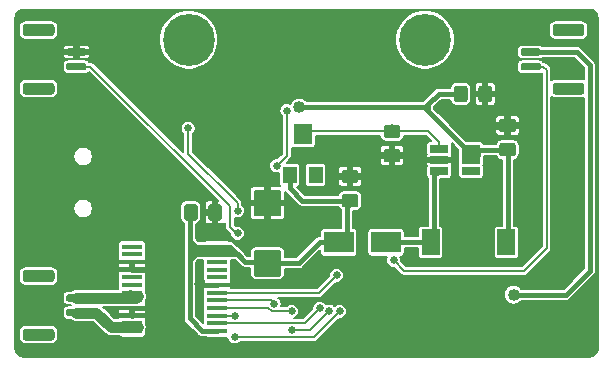
<source format=gbr>
%TF.GenerationSoftware,KiCad,Pcbnew,(6.0.0-rc1-dev-1583-gb0ab53ac2)*%
%TF.CreationDate,2019-01-25T22:49:34+01:00*%
%TF.ProjectId,SliderBar,536c6964-6572-4426-9172-2e6b69636164,rev?*%
%TF.SameCoordinates,Original*%
%TF.FileFunction,Copper,L2,Bot*%
%TF.FilePolarity,Positive*%
%FSLAX46Y46*%
G04 Gerber Fmt 4.6, Leading zero omitted, Abs format (unit mm)*
G04 Created by KiCad (PCBNEW (6.0.0-rc1-dev-1583-gb0ab53ac2)) date 25/01/19 22:49:34 PM*
%MOMM*%
%LPD*%
G04 APERTURE LIST*
%ADD10C,0.100000*%
%ADD11C,1.150000*%
%ADD12C,1.000000*%
%ADD13C,0.600000*%
%ADD14R,2.500000X1.800000*%
%ADD15C,2.250000*%
%ADD16R,1.500000X2.200000*%
%ADD17R,1.200000X1.400000*%
%ADD18R,1.600000X1.700000*%
%ADD19R,1.560000X0.650000*%
%ADD20R,1.750000X0.450000*%
%ADD21C,4.400000*%
%ADD22C,1.016000*%
%ADD23C,0.635000*%
%ADD24C,0.381000*%
%ADD25C,0.203200*%
%ADD26C,0.889000*%
%ADD27C,0.127000*%
G04 APERTURE END LIST*
D10*
G36*
X170019505Y-61021205D02*
G01*
X170043773Y-61024805D01*
X170067572Y-61030766D01*
X170090671Y-61039031D01*
X170112850Y-61049521D01*
X170133893Y-61062133D01*
X170153599Y-61076748D01*
X170171777Y-61093224D01*
X170188253Y-61111402D01*
X170202868Y-61131108D01*
X170215480Y-61152151D01*
X170225970Y-61174330D01*
X170234235Y-61197429D01*
X170240196Y-61221228D01*
X170243796Y-61245496D01*
X170245000Y-61270000D01*
X170245000Y-61920002D01*
X170243796Y-61944506D01*
X170240196Y-61968774D01*
X170234235Y-61992573D01*
X170225970Y-62015672D01*
X170215480Y-62037851D01*
X170202868Y-62058894D01*
X170188253Y-62078600D01*
X170171777Y-62096778D01*
X170153599Y-62113254D01*
X170133893Y-62127869D01*
X170112850Y-62140481D01*
X170090671Y-62150971D01*
X170067572Y-62159236D01*
X170043773Y-62165197D01*
X170019505Y-62168797D01*
X169995001Y-62170001D01*
X169094999Y-62170001D01*
X169070495Y-62168797D01*
X169046227Y-62165197D01*
X169022428Y-62159236D01*
X168999329Y-62150971D01*
X168977150Y-62140481D01*
X168956107Y-62127869D01*
X168936401Y-62113254D01*
X168918223Y-62096778D01*
X168901747Y-62078600D01*
X168887132Y-62058894D01*
X168874520Y-62037851D01*
X168864030Y-62015672D01*
X168855765Y-61992573D01*
X168849804Y-61968774D01*
X168846204Y-61944506D01*
X168845000Y-61920002D01*
X168845000Y-61270000D01*
X168846204Y-61245496D01*
X168849804Y-61221228D01*
X168855765Y-61197429D01*
X168864030Y-61174330D01*
X168874520Y-61152151D01*
X168887132Y-61131108D01*
X168901747Y-61111402D01*
X168918223Y-61093224D01*
X168936401Y-61076748D01*
X168956107Y-61062133D01*
X168977150Y-61049521D01*
X168999329Y-61039031D01*
X169022428Y-61030766D01*
X169046227Y-61024805D01*
X169070495Y-61021205D01*
X169094999Y-61020001D01*
X169995001Y-61020001D01*
X170019505Y-61021205D01*
X170019505Y-61021205D01*
G37*
D11*
X169545000Y-61595001D03*
D10*
G36*
X170019505Y-63071205D02*
G01*
X170043773Y-63074805D01*
X170067572Y-63080766D01*
X170090671Y-63089031D01*
X170112850Y-63099521D01*
X170133893Y-63112133D01*
X170153599Y-63126748D01*
X170171777Y-63143224D01*
X170188253Y-63161402D01*
X170202868Y-63181108D01*
X170215480Y-63202151D01*
X170225970Y-63224330D01*
X170234235Y-63247429D01*
X170240196Y-63271228D01*
X170243796Y-63295496D01*
X170245000Y-63320000D01*
X170245000Y-63970002D01*
X170243796Y-63994506D01*
X170240196Y-64018774D01*
X170234235Y-64042573D01*
X170225970Y-64065672D01*
X170215480Y-64087851D01*
X170202868Y-64108894D01*
X170188253Y-64128600D01*
X170171777Y-64146778D01*
X170153599Y-64163254D01*
X170133893Y-64177869D01*
X170112850Y-64190481D01*
X170090671Y-64200971D01*
X170067572Y-64209236D01*
X170043773Y-64215197D01*
X170019505Y-64218797D01*
X169995001Y-64220001D01*
X169094999Y-64220001D01*
X169070495Y-64218797D01*
X169046227Y-64215197D01*
X169022428Y-64209236D01*
X168999329Y-64200971D01*
X168977150Y-64190481D01*
X168956107Y-64177869D01*
X168936401Y-64163254D01*
X168918223Y-64146778D01*
X168901747Y-64128600D01*
X168887132Y-64108894D01*
X168874520Y-64087851D01*
X168864030Y-64065672D01*
X168855765Y-64042573D01*
X168849804Y-64018774D01*
X168846204Y-63994506D01*
X168845000Y-63970002D01*
X168845000Y-63320000D01*
X168846204Y-63295496D01*
X168849804Y-63271228D01*
X168855765Y-63247429D01*
X168864030Y-63224330D01*
X168874520Y-63202151D01*
X168887132Y-63181108D01*
X168901747Y-63161402D01*
X168918223Y-63143224D01*
X168936401Y-63126748D01*
X168956107Y-63112133D01*
X168977150Y-63099521D01*
X168999329Y-63089031D01*
X169022428Y-63080766D01*
X169046227Y-63074805D01*
X169070495Y-63071205D01*
X169094999Y-63070001D01*
X169995001Y-63070001D01*
X170019505Y-63071205D01*
X170019505Y-63071205D01*
G37*
D11*
X169545000Y-63645001D03*
D10*
G36*
X140744504Y-52525204D02*
G01*
X140768773Y-52528804D01*
X140792571Y-52534765D01*
X140815671Y-52543030D01*
X140837849Y-52553520D01*
X140858893Y-52566133D01*
X140878598Y-52580747D01*
X140896777Y-52597223D01*
X140913253Y-52615402D01*
X140927867Y-52635107D01*
X140940480Y-52656151D01*
X140950970Y-52678329D01*
X140959235Y-52701429D01*
X140965196Y-52725227D01*
X140968796Y-52749496D01*
X140970000Y-52774000D01*
X140970000Y-53274000D01*
X140968796Y-53298504D01*
X140965196Y-53322773D01*
X140959235Y-53346571D01*
X140950970Y-53369671D01*
X140940480Y-53391849D01*
X140927867Y-53412893D01*
X140913253Y-53432598D01*
X140896777Y-53450777D01*
X140878598Y-53467253D01*
X140858893Y-53481867D01*
X140837849Y-53494480D01*
X140815671Y-53504970D01*
X140792571Y-53513235D01*
X140768773Y-53519196D01*
X140744504Y-53522796D01*
X140720000Y-53524000D01*
X138520000Y-53524000D01*
X138495496Y-53522796D01*
X138471227Y-53519196D01*
X138447429Y-53513235D01*
X138424329Y-53504970D01*
X138402151Y-53494480D01*
X138381107Y-53481867D01*
X138361402Y-53467253D01*
X138343223Y-53450777D01*
X138326747Y-53432598D01*
X138312133Y-53412893D01*
X138299520Y-53391849D01*
X138289030Y-53369671D01*
X138280765Y-53346571D01*
X138274804Y-53322773D01*
X138271204Y-53298504D01*
X138270000Y-53274000D01*
X138270000Y-52774000D01*
X138271204Y-52749496D01*
X138274804Y-52725227D01*
X138280765Y-52701429D01*
X138289030Y-52678329D01*
X138299520Y-52656151D01*
X138312133Y-52635107D01*
X138326747Y-52615402D01*
X138343223Y-52597223D01*
X138361402Y-52580747D01*
X138381107Y-52566133D01*
X138402151Y-52553520D01*
X138424329Y-52543030D01*
X138447429Y-52534765D01*
X138471227Y-52528804D01*
X138495496Y-52525204D01*
X138520000Y-52524000D01*
X140720000Y-52524000D01*
X140744504Y-52525204D01*
X140744504Y-52525204D01*
G37*
D12*
X139620000Y-53024000D03*
D10*
G36*
X140744504Y-57475204D02*
G01*
X140768773Y-57478804D01*
X140792571Y-57484765D01*
X140815671Y-57493030D01*
X140837849Y-57503520D01*
X140858893Y-57516133D01*
X140878598Y-57530747D01*
X140896777Y-57547223D01*
X140913253Y-57565402D01*
X140927867Y-57585107D01*
X140940480Y-57606151D01*
X140950970Y-57628329D01*
X140959235Y-57651429D01*
X140965196Y-57675227D01*
X140968796Y-57699496D01*
X140970000Y-57724000D01*
X140970000Y-58224000D01*
X140968796Y-58248504D01*
X140965196Y-58272773D01*
X140959235Y-58296571D01*
X140950970Y-58319671D01*
X140940480Y-58341849D01*
X140927867Y-58362893D01*
X140913253Y-58382598D01*
X140896777Y-58400777D01*
X140878598Y-58417253D01*
X140858893Y-58431867D01*
X140837849Y-58444480D01*
X140815671Y-58454970D01*
X140792571Y-58463235D01*
X140768773Y-58469196D01*
X140744504Y-58472796D01*
X140720000Y-58474000D01*
X138520000Y-58474000D01*
X138495496Y-58472796D01*
X138471227Y-58469196D01*
X138447429Y-58463235D01*
X138424329Y-58454970D01*
X138402151Y-58444480D01*
X138381107Y-58431867D01*
X138361402Y-58417253D01*
X138343223Y-58400777D01*
X138326747Y-58382598D01*
X138312133Y-58362893D01*
X138299520Y-58341849D01*
X138289030Y-58319671D01*
X138280765Y-58296571D01*
X138274804Y-58272773D01*
X138271204Y-58248504D01*
X138270000Y-58224000D01*
X138270000Y-57724000D01*
X138271204Y-57699496D01*
X138274804Y-57675227D01*
X138280765Y-57651429D01*
X138289030Y-57628329D01*
X138299520Y-57606151D01*
X138312133Y-57585107D01*
X138326747Y-57565402D01*
X138343223Y-57547223D01*
X138361402Y-57530747D01*
X138381107Y-57516133D01*
X138402151Y-57503520D01*
X138424329Y-57493030D01*
X138447429Y-57484765D01*
X138471227Y-57478804D01*
X138495496Y-57475204D01*
X138520000Y-57474000D01*
X140720000Y-57474000D01*
X140744504Y-57475204D01*
X140744504Y-57475204D01*
G37*
D12*
X139620000Y-57974000D03*
D10*
G36*
X143534703Y-54574722D02*
G01*
X143549264Y-54576882D01*
X143563543Y-54580459D01*
X143577403Y-54585418D01*
X143590710Y-54591712D01*
X143603336Y-54599280D01*
X143615159Y-54608048D01*
X143626066Y-54617934D01*
X143635952Y-54628841D01*
X143644720Y-54640664D01*
X143652288Y-54653290D01*
X143658582Y-54666597D01*
X143663541Y-54680457D01*
X143667118Y-54694736D01*
X143669278Y-54709297D01*
X143670000Y-54724000D01*
X143670000Y-55024000D01*
X143669278Y-55038703D01*
X143667118Y-55053264D01*
X143663541Y-55067543D01*
X143658582Y-55081403D01*
X143652288Y-55094710D01*
X143644720Y-55107336D01*
X143635952Y-55119159D01*
X143626066Y-55130066D01*
X143615159Y-55139952D01*
X143603336Y-55148720D01*
X143590710Y-55156288D01*
X143577403Y-55162582D01*
X143563543Y-55167541D01*
X143549264Y-55171118D01*
X143534703Y-55173278D01*
X143520000Y-55174000D01*
X142120000Y-55174000D01*
X142105297Y-55173278D01*
X142090736Y-55171118D01*
X142076457Y-55167541D01*
X142062597Y-55162582D01*
X142049290Y-55156288D01*
X142036664Y-55148720D01*
X142024841Y-55139952D01*
X142013934Y-55130066D01*
X142004048Y-55119159D01*
X141995280Y-55107336D01*
X141987712Y-55094710D01*
X141981418Y-55081403D01*
X141976459Y-55067543D01*
X141972882Y-55053264D01*
X141970722Y-55038703D01*
X141970000Y-55024000D01*
X141970000Y-54724000D01*
X141970722Y-54709297D01*
X141972882Y-54694736D01*
X141976459Y-54680457D01*
X141981418Y-54666597D01*
X141987712Y-54653290D01*
X141995280Y-54640664D01*
X142004048Y-54628841D01*
X142013934Y-54617934D01*
X142024841Y-54608048D01*
X142036664Y-54599280D01*
X142049290Y-54591712D01*
X142062597Y-54585418D01*
X142076457Y-54580459D01*
X142090736Y-54576882D01*
X142105297Y-54574722D01*
X142120000Y-54574000D01*
X143520000Y-54574000D01*
X143534703Y-54574722D01*
X143534703Y-54574722D01*
G37*
D13*
X142820000Y-54874000D03*
D10*
G36*
X143534703Y-55824722D02*
G01*
X143549264Y-55826882D01*
X143563543Y-55830459D01*
X143577403Y-55835418D01*
X143590710Y-55841712D01*
X143603336Y-55849280D01*
X143615159Y-55858048D01*
X143626066Y-55867934D01*
X143635952Y-55878841D01*
X143644720Y-55890664D01*
X143652288Y-55903290D01*
X143658582Y-55916597D01*
X143663541Y-55930457D01*
X143667118Y-55944736D01*
X143669278Y-55959297D01*
X143670000Y-55974000D01*
X143670000Y-56274000D01*
X143669278Y-56288703D01*
X143667118Y-56303264D01*
X143663541Y-56317543D01*
X143658582Y-56331403D01*
X143652288Y-56344710D01*
X143644720Y-56357336D01*
X143635952Y-56369159D01*
X143626066Y-56380066D01*
X143615159Y-56389952D01*
X143603336Y-56398720D01*
X143590710Y-56406288D01*
X143577403Y-56412582D01*
X143563543Y-56417541D01*
X143549264Y-56421118D01*
X143534703Y-56423278D01*
X143520000Y-56424000D01*
X142120000Y-56424000D01*
X142105297Y-56423278D01*
X142090736Y-56421118D01*
X142076457Y-56417541D01*
X142062597Y-56412582D01*
X142049290Y-56406288D01*
X142036664Y-56398720D01*
X142024841Y-56389952D01*
X142013934Y-56380066D01*
X142004048Y-56369159D01*
X141995280Y-56357336D01*
X141987712Y-56344710D01*
X141981418Y-56331403D01*
X141976459Y-56317543D01*
X141972882Y-56303264D01*
X141970722Y-56288703D01*
X141970000Y-56274000D01*
X141970000Y-55974000D01*
X141970722Y-55959297D01*
X141972882Y-55944736D01*
X141976459Y-55930457D01*
X141981418Y-55916597D01*
X141987712Y-55903290D01*
X141995280Y-55890664D01*
X142004048Y-55878841D01*
X142013934Y-55867934D01*
X142024841Y-55858048D01*
X142036664Y-55849280D01*
X142049290Y-55841712D01*
X142062597Y-55835418D01*
X142076457Y-55830459D01*
X142090736Y-55826882D01*
X142105297Y-55824722D01*
X142120000Y-55824000D01*
X143520000Y-55824000D01*
X143534703Y-55824722D01*
X143534703Y-55824722D01*
G37*
D13*
X142820000Y-56124000D03*
D10*
G36*
X185608504Y-57475204D02*
G01*
X185632773Y-57478804D01*
X185656571Y-57484765D01*
X185679671Y-57493030D01*
X185701849Y-57503520D01*
X185722893Y-57516133D01*
X185742598Y-57530747D01*
X185760777Y-57547223D01*
X185777253Y-57565402D01*
X185791867Y-57585107D01*
X185804480Y-57606151D01*
X185814970Y-57628329D01*
X185823235Y-57651429D01*
X185829196Y-57675227D01*
X185832796Y-57699496D01*
X185834000Y-57724000D01*
X185834000Y-58224000D01*
X185832796Y-58248504D01*
X185829196Y-58272773D01*
X185823235Y-58296571D01*
X185814970Y-58319671D01*
X185804480Y-58341849D01*
X185791867Y-58362893D01*
X185777253Y-58382598D01*
X185760777Y-58400777D01*
X185742598Y-58417253D01*
X185722893Y-58431867D01*
X185701849Y-58444480D01*
X185679671Y-58454970D01*
X185656571Y-58463235D01*
X185632773Y-58469196D01*
X185608504Y-58472796D01*
X185584000Y-58474000D01*
X183384000Y-58474000D01*
X183359496Y-58472796D01*
X183335227Y-58469196D01*
X183311429Y-58463235D01*
X183288329Y-58454970D01*
X183266151Y-58444480D01*
X183245107Y-58431867D01*
X183225402Y-58417253D01*
X183207223Y-58400777D01*
X183190747Y-58382598D01*
X183176133Y-58362893D01*
X183163520Y-58341849D01*
X183153030Y-58319671D01*
X183144765Y-58296571D01*
X183138804Y-58272773D01*
X183135204Y-58248504D01*
X183134000Y-58224000D01*
X183134000Y-57724000D01*
X183135204Y-57699496D01*
X183138804Y-57675227D01*
X183144765Y-57651429D01*
X183153030Y-57628329D01*
X183163520Y-57606151D01*
X183176133Y-57585107D01*
X183190747Y-57565402D01*
X183207223Y-57547223D01*
X183225402Y-57530747D01*
X183245107Y-57516133D01*
X183266151Y-57503520D01*
X183288329Y-57493030D01*
X183311429Y-57484765D01*
X183335227Y-57478804D01*
X183359496Y-57475204D01*
X183384000Y-57474000D01*
X185584000Y-57474000D01*
X185608504Y-57475204D01*
X185608504Y-57475204D01*
G37*
D12*
X184484000Y-57974000D03*
D10*
G36*
X185608504Y-52525204D02*
G01*
X185632773Y-52528804D01*
X185656571Y-52534765D01*
X185679671Y-52543030D01*
X185701849Y-52553520D01*
X185722893Y-52566133D01*
X185742598Y-52580747D01*
X185760777Y-52597223D01*
X185777253Y-52615402D01*
X185791867Y-52635107D01*
X185804480Y-52656151D01*
X185814970Y-52678329D01*
X185823235Y-52701429D01*
X185829196Y-52725227D01*
X185832796Y-52749496D01*
X185834000Y-52774000D01*
X185834000Y-53274000D01*
X185832796Y-53298504D01*
X185829196Y-53322773D01*
X185823235Y-53346571D01*
X185814970Y-53369671D01*
X185804480Y-53391849D01*
X185791867Y-53412893D01*
X185777253Y-53432598D01*
X185760777Y-53450777D01*
X185742598Y-53467253D01*
X185722893Y-53481867D01*
X185701849Y-53494480D01*
X185679671Y-53504970D01*
X185656571Y-53513235D01*
X185632773Y-53519196D01*
X185608504Y-53522796D01*
X185584000Y-53524000D01*
X183384000Y-53524000D01*
X183359496Y-53522796D01*
X183335227Y-53519196D01*
X183311429Y-53513235D01*
X183288329Y-53504970D01*
X183266151Y-53494480D01*
X183245107Y-53481867D01*
X183225402Y-53467253D01*
X183207223Y-53450777D01*
X183190747Y-53432598D01*
X183176133Y-53412893D01*
X183163520Y-53391849D01*
X183153030Y-53369671D01*
X183144765Y-53346571D01*
X183138804Y-53322773D01*
X183135204Y-53298504D01*
X183134000Y-53274000D01*
X183134000Y-52774000D01*
X183135204Y-52749496D01*
X183138804Y-52725227D01*
X183144765Y-52701429D01*
X183153030Y-52678329D01*
X183163520Y-52656151D01*
X183176133Y-52635107D01*
X183190747Y-52615402D01*
X183207223Y-52597223D01*
X183225402Y-52580747D01*
X183245107Y-52566133D01*
X183266151Y-52553520D01*
X183288329Y-52543030D01*
X183311429Y-52534765D01*
X183335227Y-52528804D01*
X183359496Y-52525204D01*
X183384000Y-52524000D01*
X185584000Y-52524000D01*
X185608504Y-52525204D01*
X185608504Y-52525204D01*
G37*
D12*
X184484000Y-53024000D03*
D10*
G36*
X181998703Y-55824722D02*
G01*
X182013264Y-55826882D01*
X182027543Y-55830459D01*
X182041403Y-55835418D01*
X182054710Y-55841712D01*
X182067336Y-55849280D01*
X182079159Y-55858048D01*
X182090066Y-55867934D01*
X182099952Y-55878841D01*
X182108720Y-55890664D01*
X182116288Y-55903290D01*
X182122582Y-55916597D01*
X182127541Y-55930457D01*
X182131118Y-55944736D01*
X182133278Y-55959297D01*
X182134000Y-55974000D01*
X182134000Y-56274000D01*
X182133278Y-56288703D01*
X182131118Y-56303264D01*
X182127541Y-56317543D01*
X182122582Y-56331403D01*
X182116288Y-56344710D01*
X182108720Y-56357336D01*
X182099952Y-56369159D01*
X182090066Y-56380066D01*
X182079159Y-56389952D01*
X182067336Y-56398720D01*
X182054710Y-56406288D01*
X182041403Y-56412582D01*
X182027543Y-56417541D01*
X182013264Y-56421118D01*
X181998703Y-56423278D01*
X181984000Y-56424000D01*
X180584000Y-56424000D01*
X180569297Y-56423278D01*
X180554736Y-56421118D01*
X180540457Y-56417541D01*
X180526597Y-56412582D01*
X180513290Y-56406288D01*
X180500664Y-56398720D01*
X180488841Y-56389952D01*
X180477934Y-56380066D01*
X180468048Y-56369159D01*
X180459280Y-56357336D01*
X180451712Y-56344710D01*
X180445418Y-56331403D01*
X180440459Y-56317543D01*
X180436882Y-56303264D01*
X180434722Y-56288703D01*
X180434000Y-56274000D01*
X180434000Y-55974000D01*
X180434722Y-55959297D01*
X180436882Y-55944736D01*
X180440459Y-55930457D01*
X180445418Y-55916597D01*
X180451712Y-55903290D01*
X180459280Y-55890664D01*
X180468048Y-55878841D01*
X180477934Y-55867934D01*
X180488841Y-55858048D01*
X180500664Y-55849280D01*
X180513290Y-55841712D01*
X180526597Y-55835418D01*
X180540457Y-55830459D01*
X180554736Y-55826882D01*
X180569297Y-55824722D01*
X180584000Y-55824000D01*
X181984000Y-55824000D01*
X181998703Y-55824722D01*
X181998703Y-55824722D01*
G37*
D13*
X181284000Y-56124000D03*
D10*
G36*
X181998703Y-54574722D02*
G01*
X182013264Y-54576882D01*
X182027543Y-54580459D01*
X182041403Y-54585418D01*
X182054710Y-54591712D01*
X182067336Y-54599280D01*
X182079159Y-54608048D01*
X182090066Y-54617934D01*
X182099952Y-54628841D01*
X182108720Y-54640664D01*
X182116288Y-54653290D01*
X182122582Y-54666597D01*
X182127541Y-54680457D01*
X182131118Y-54694736D01*
X182133278Y-54709297D01*
X182134000Y-54724000D01*
X182134000Y-55024000D01*
X182133278Y-55038703D01*
X182131118Y-55053264D01*
X182127541Y-55067543D01*
X182122582Y-55081403D01*
X182116288Y-55094710D01*
X182108720Y-55107336D01*
X182099952Y-55119159D01*
X182090066Y-55130066D01*
X182079159Y-55139952D01*
X182067336Y-55148720D01*
X182054710Y-55156288D01*
X182041403Y-55162582D01*
X182027543Y-55167541D01*
X182013264Y-55171118D01*
X181998703Y-55173278D01*
X181984000Y-55174000D01*
X180584000Y-55174000D01*
X180569297Y-55173278D01*
X180554736Y-55171118D01*
X180540457Y-55167541D01*
X180526597Y-55162582D01*
X180513290Y-55156288D01*
X180500664Y-55148720D01*
X180488841Y-55139952D01*
X180477934Y-55130066D01*
X180468048Y-55119159D01*
X180459280Y-55107336D01*
X180451712Y-55094710D01*
X180445418Y-55081403D01*
X180440459Y-55067543D01*
X180436882Y-55053264D01*
X180434722Y-55038703D01*
X180434000Y-55024000D01*
X180434000Y-54724000D01*
X180434722Y-54709297D01*
X180436882Y-54694736D01*
X180440459Y-54680457D01*
X180445418Y-54666597D01*
X180451712Y-54653290D01*
X180459280Y-54640664D01*
X180468048Y-54628841D01*
X180477934Y-54617934D01*
X180488841Y-54608048D01*
X180500664Y-54599280D01*
X180513290Y-54591712D01*
X180526597Y-54585418D01*
X180540457Y-54580459D01*
X180554736Y-54576882D01*
X180569297Y-54574722D01*
X180584000Y-54574000D01*
X181984000Y-54574000D01*
X181998703Y-54574722D01*
X181998703Y-54574722D01*
G37*
D13*
X181284000Y-54874000D03*
D10*
G36*
X140744504Y-73353204D02*
G01*
X140768773Y-73356804D01*
X140792571Y-73362765D01*
X140815671Y-73371030D01*
X140837849Y-73381520D01*
X140858893Y-73394133D01*
X140878598Y-73408747D01*
X140896777Y-73425223D01*
X140913253Y-73443402D01*
X140927867Y-73463107D01*
X140940480Y-73484151D01*
X140950970Y-73506329D01*
X140959235Y-73529429D01*
X140965196Y-73553227D01*
X140968796Y-73577496D01*
X140970000Y-73602000D01*
X140970000Y-74102000D01*
X140968796Y-74126504D01*
X140965196Y-74150773D01*
X140959235Y-74174571D01*
X140950970Y-74197671D01*
X140940480Y-74219849D01*
X140927867Y-74240893D01*
X140913253Y-74260598D01*
X140896777Y-74278777D01*
X140878598Y-74295253D01*
X140858893Y-74309867D01*
X140837849Y-74322480D01*
X140815671Y-74332970D01*
X140792571Y-74341235D01*
X140768773Y-74347196D01*
X140744504Y-74350796D01*
X140720000Y-74352000D01*
X138520000Y-74352000D01*
X138495496Y-74350796D01*
X138471227Y-74347196D01*
X138447429Y-74341235D01*
X138424329Y-74332970D01*
X138402151Y-74322480D01*
X138381107Y-74309867D01*
X138361402Y-74295253D01*
X138343223Y-74278777D01*
X138326747Y-74260598D01*
X138312133Y-74240893D01*
X138299520Y-74219849D01*
X138289030Y-74197671D01*
X138280765Y-74174571D01*
X138274804Y-74150773D01*
X138271204Y-74126504D01*
X138270000Y-74102000D01*
X138270000Y-73602000D01*
X138271204Y-73577496D01*
X138274804Y-73553227D01*
X138280765Y-73529429D01*
X138289030Y-73506329D01*
X138299520Y-73484151D01*
X138312133Y-73463107D01*
X138326747Y-73443402D01*
X138343223Y-73425223D01*
X138361402Y-73408747D01*
X138381107Y-73394133D01*
X138402151Y-73381520D01*
X138424329Y-73371030D01*
X138447429Y-73362765D01*
X138471227Y-73356804D01*
X138495496Y-73353204D01*
X138520000Y-73352000D01*
X140720000Y-73352000D01*
X140744504Y-73353204D01*
X140744504Y-73353204D01*
G37*
D12*
X139620000Y-73852000D03*
D10*
G36*
X140744504Y-78303204D02*
G01*
X140768773Y-78306804D01*
X140792571Y-78312765D01*
X140815671Y-78321030D01*
X140837849Y-78331520D01*
X140858893Y-78344133D01*
X140878598Y-78358747D01*
X140896777Y-78375223D01*
X140913253Y-78393402D01*
X140927867Y-78413107D01*
X140940480Y-78434151D01*
X140950970Y-78456329D01*
X140959235Y-78479429D01*
X140965196Y-78503227D01*
X140968796Y-78527496D01*
X140970000Y-78552000D01*
X140970000Y-79052000D01*
X140968796Y-79076504D01*
X140965196Y-79100773D01*
X140959235Y-79124571D01*
X140950970Y-79147671D01*
X140940480Y-79169849D01*
X140927867Y-79190893D01*
X140913253Y-79210598D01*
X140896777Y-79228777D01*
X140878598Y-79245253D01*
X140858893Y-79259867D01*
X140837849Y-79272480D01*
X140815671Y-79282970D01*
X140792571Y-79291235D01*
X140768773Y-79297196D01*
X140744504Y-79300796D01*
X140720000Y-79302000D01*
X138520000Y-79302000D01*
X138495496Y-79300796D01*
X138471227Y-79297196D01*
X138447429Y-79291235D01*
X138424329Y-79282970D01*
X138402151Y-79272480D01*
X138381107Y-79259867D01*
X138361402Y-79245253D01*
X138343223Y-79228777D01*
X138326747Y-79210598D01*
X138312133Y-79190893D01*
X138299520Y-79169849D01*
X138289030Y-79147671D01*
X138280765Y-79124571D01*
X138274804Y-79100773D01*
X138271204Y-79076504D01*
X138270000Y-79052000D01*
X138270000Y-78552000D01*
X138271204Y-78527496D01*
X138274804Y-78503227D01*
X138280765Y-78479429D01*
X138289030Y-78456329D01*
X138299520Y-78434151D01*
X138312133Y-78413107D01*
X138326747Y-78393402D01*
X138343223Y-78375223D01*
X138361402Y-78358747D01*
X138381107Y-78344133D01*
X138402151Y-78331520D01*
X138424329Y-78321030D01*
X138447429Y-78312765D01*
X138471227Y-78306804D01*
X138495496Y-78303204D01*
X138520000Y-78302000D01*
X140720000Y-78302000D01*
X140744504Y-78303204D01*
X140744504Y-78303204D01*
G37*
D12*
X139620000Y-78802000D03*
D10*
G36*
X143534703Y-75402722D02*
G01*
X143549264Y-75404882D01*
X143563543Y-75408459D01*
X143577403Y-75413418D01*
X143590710Y-75419712D01*
X143603336Y-75427280D01*
X143615159Y-75436048D01*
X143626066Y-75445934D01*
X143635952Y-75456841D01*
X143644720Y-75468664D01*
X143652288Y-75481290D01*
X143658582Y-75494597D01*
X143663541Y-75508457D01*
X143667118Y-75522736D01*
X143669278Y-75537297D01*
X143670000Y-75552000D01*
X143670000Y-75852000D01*
X143669278Y-75866703D01*
X143667118Y-75881264D01*
X143663541Y-75895543D01*
X143658582Y-75909403D01*
X143652288Y-75922710D01*
X143644720Y-75935336D01*
X143635952Y-75947159D01*
X143626066Y-75958066D01*
X143615159Y-75967952D01*
X143603336Y-75976720D01*
X143590710Y-75984288D01*
X143577403Y-75990582D01*
X143563543Y-75995541D01*
X143549264Y-75999118D01*
X143534703Y-76001278D01*
X143520000Y-76002000D01*
X142120000Y-76002000D01*
X142105297Y-76001278D01*
X142090736Y-75999118D01*
X142076457Y-75995541D01*
X142062597Y-75990582D01*
X142049290Y-75984288D01*
X142036664Y-75976720D01*
X142024841Y-75967952D01*
X142013934Y-75958066D01*
X142004048Y-75947159D01*
X141995280Y-75935336D01*
X141987712Y-75922710D01*
X141981418Y-75909403D01*
X141976459Y-75895543D01*
X141972882Y-75881264D01*
X141970722Y-75866703D01*
X141970000Y-75852000D01*
X141970000Y-75552000D01*
X141970722Y-75537297D01*
X141972882Y-75522736D01*
X141976459Y-75508457D01*
X141981418Y-75494597D01*
X141987712Y-75481290D01*
X141995280Y-75468664D01*
X142004048Y-75456841D01*
X142013934Y-75445934D01*
X142024841Y-75436048D01*
X142036664Y-75427280D01*
X142049290Y-75419712D01*
X142062597Y-75413418D01*
X142076457Y-75408459D01*
X142090736Y-75404882D01*
X142105297Y-75402722D01*
X142120000Y-75402000D01*
X143520000Y-75402000D01*
X143534703Y-75402722D01*
X143534703Y-75402722D01*
G37*
D13*
X142820000Y-75702000D03*
D10*
G36*
X143534703Y-76652722D02*
G01*
X143549264Y-76654882D01*
X143563543Y-76658459D01*
X143577403Y-76663418D01*
X143590710Y-76669712D01*
X143603336Y-76677280D01*
X143615159Y-76686048D01*
X143626066Y-76695934D01*
X143635952Y-76706841D01*
X143644720Y-76718664D01*
X143652288Y-76731290D01*
X143658582Y-76744597D01*
X143663541Y-76758457D01*
X143667118Y-76772736D01*
X143669278Y-76787297D01*
X143670000Y-76802000D01*
X143670000Y-77102000D01*
X143669278Y-77116703D01*
X143667118Y-77131264D01*
X143663541Y-77145543D01*
X143658582Y-77159403D01*
X143652288Y-77172710D01*
X143644720Y-77185336D01*
X143635952Y-77197159D01*
X143626066Y-77208066D01*
X143615159Y-77217952D01*
X143603336Y-77226720D01*
X143590710Y-77234288D01*
X143577403Y-77240582D01*
X143563543Y-77245541D01*
X143549264Y-77249118D01*
X143534703Y-77251278D01*
X143520000Y-77252000D01*
X142120000Y-77252000D01*
X142105297Y-77251278D01*
X142090736Y-77249118D01*
X142076457Y-77245541D01*
X142062597Y-77240582D01*
X142049290Y-77234288D01*
X142036664Y-77226720D01*
X142024841Y-77217952D01*
X142013934Y-77208066D01*
X142004048Y-77197159D01*
X141995280Y-77185336D01*
X141987712Y-77172710D01*
X141981418Y-77159403D01*
X141976459Y-77145543D01*
X141972882Y-77131264D01*
X141970722Y-77116703D01*
X141970000Y-77102000D01*
X141970000Y-76802000D01*
X141970722Y-76787297D01*
X141972882Y-76772736D01*
X141976459Y-76758457D01*
X141981418Y-76744597D01*
X141987712Y-76731290D01*
X141995280Y-76718664D01*
X142004048Y-76706841D01*
X142013934Y-76695934D01*
X142024841Y-76686048D01*
X142036664Y-76677280D01*
X142049290Y-76669712D01*
X142062597Y-76663418D01*
X142076457Y-76658459D01*
X142090736Y-76654882D01*
X142105297Y-76652722D01*
X142120000Y-76652000D01*
X143520000Y-76652000D01*
X143534703Y-76652722D01*
X143534703Y-76652722D01*
G37*
D13*
X142820000Y-76952000D03*
D14*
X169037002Y-70993000D03*
X165037002Y-70993000D03*
D10*
G36*
X159953503Y-71647204D02*
G01*
X159977771Y-71650804D01*
X160001570Y-71656765D01*
X160024669Y-71665030D01*
X160046848Y-71675520D01*
X160067891Y-71688132D01*
X160087597Y-71702747D01*
X160105775Y-71719223D01*
X160122251Y-71737401D01*
X160136866Y-71757107D01*
X160149478Y-71778150D01*
X160159968Y-71800329D01*
X160168233Y-71823428D01*
X160174194Y-71847227D01*
X160177794Y-71871495D01*
X160178998Y-71895999D01*
X160178998Y-73646001D01*
X160177794Y-73670505D01*
X160174194Y-73694773D01*
X160168233Y-73718572D01*
X160159968Y-73741671D01*
X160149478Y-73763850D01*
X160136866Y-73784893D01*
X160122251Y-73804599D01*
X160105775Y-73822777D01*
X160087597Y-73839253D01*
X160067891Y-73853868D01*
X160046848Y-73866480D01*
X160024669Y-73876970D01*
X160001570Y-73885235D01*
X159977771Y-73891196D01*
X159953503Y-73894796D01*
X159928999Y-73896000D01*
X158078997Y-73896000D01*
X158054493Y-73894796D01*
X158030225Y-73891196D01*
X158006426Y-73885235D01*
X157983327Y-73876970D01*
X157961148Y-73866480D01*
X157940105Y-73853868D01*
X157920399Y-73839253D01*
X157902221Y-73822777D01*
X157885745Y-73804599D01*
X157871130Y-73784893D01*
X157858518Y-73763850D01*
X157848028Y-73741671D01*
X157839763Y-73718572D01*
X157833802Y-73694773D01*
X157830202Y-73670505D01*
X157828998Y-73646001D01*
X157828998Y-71895999D01*
X157830202Y-71871495D01*
X157833802Y-71847227D01*
X157839763Y-71823428D01*
X157848028Y-71800329D01*
X157858518Y-71778150D01*
X157871130Y-71757107D01*
X157885745Y-71737401D01*
X157902221Y-71719223D01*
X157920399Y-71702747D01*
X157940105Y-71688132D01*
X157961148Y-71675520D01*
X157983327Y-71665030D01*
X158006426Y-71656765D01*
X158030225Y-71650804D01*
X158054493Y-71647204D01*
X158078997Y-71646000D01*
X159928999Y-71646000D01*
X159953503Y-71647204D01*
X159953503Y-71647204D01*
G37*
D15*
X159003998Y-72771000D03*
D10*
G36*
X159953503Y-66547204D02*
G01*
X159977771Y-66550804D01*
X160001570Y-66556765D01*
X160024669Y-66565030D01*
X160046848Y-66575520D01*
X160067891Y-66588132D01*
X160087597Y-66602747D01*
X160105775Y-66619223D01*
X160122251Y-66637401D01*
X160136866Y-66657107D01*
X160149478Y-66678150D01*
X160159968Y-66700329D01*
X160168233Y-66723428D01*
X160174194Y-66747227D01*
X160177794Y-66771495D01*
X160178998Y-66795999D01*
X160178998Y-68546001D01*
X160177794Y-68570505D01*
X160174194Y-68594773D01*
X160168233Y-68618572D01*
X160159968Y-68641671D01*
X160149478Y-68663850D01*
X160136866Y-68684893D01*
X160122251Y-68704599D01*
X160105775Y-68722777D01*
X160087597Y-68739253D01*
X160067891Y-68753868D01*
X160046848Y-68766480D01*
X160024669Y-68776970D01*
X160001570Y-68785235D01*
X159977771Y-68791196D01*
X159953503Y-68794796D01*
X159928999Y-68796000D01*
X158078997Y-68796000D01*
X158054493Y-68794796D01*
X158030225Y-68791196D01*
X158006426Y-68785235D01*
X157983327Y-68776970D01*
X157961148Y-68766480D01*
X157940105Y-68753868D01*
X157920399Y-68739253D01*
X157902221Y-68722777D01*
X157885745Y-68704599D01*
X157871130Y-68684893D01*
X157858518Y-68663850D01*
X157848028Y-68641671D01*
X157839763Y-68618572D01*
X157833802Y-68594773D01*
X157830202Y-68570505D01*
X157828998Y-68546001D01*
X157828998Y-66795999D01*
X157830202Y-66771495D01*
X157833802Y-66747227D01*
X157839763Y-66723428D01*
X157848028Y-66700329D01*
X157858518Y-66678150D01*
X157871130Y-66657107D01*
X157885745Y-66637401D01*
X157902221Y-66619223D01*
X157920399Y-66602747D01*
X157940105Y-66588132D01*
X157961148Y-66575520D01*
X157983327Y-66565030D01*
X158006426Y-66556765D01*
X158030225Y-66550804D01*
X158054493Y-66547204D01*
X158078997Y-66546000D01*
X159928999Y-66546000D01*
X159953503Y-66547204D01*
X159953503Y-66547204D01*
G37*
D15*
X159003998Y-67671000D03*
D10*
G36*
X154917508Y-67754205D02*
G01*
X154941776Y-67757805D01*
X154965575Y-67763766D01*
X154988674Y-67772031D01*
X155010853Y-67782521D01*
X155031896Y-67795133D01*
X155051602Y-67809748D01*
X155069780Y-67826224D01*
X155086256Y-67844402D01*
X155100871Y-67864108D01*
X155113483Y-67885151D01*
X155123973Y-67907330D01*
X155132238Y-67930429D01*
X155138199Y-67954228D01*
X155141799Y-67978496D01*
X155143003Y-68003000D01*
X155143003Y-68903002D01*
X155141799Y-68927506D01*
X155138199Y-68951774D01*
X155132238Y-68975573D01*
X155123973Y-68998672D01*
X155113483Y-69020851D01*
X155100871Y-69041894D01*
X155086256Y-69061600D01*
X155069780Y-69079778D01*
X155051602Y-69096254D01*
X155031896Y-69110869D01*
X155010853Y-69123481D01*
X154988674Y-69133971D01*
X154965575Y-69142236D01*
X154941776Y-69148197D01*
X154917508Y-69151797D01*
X154893004Y-69153001D01*
X154243002Y-69153001D01*
X154218498Y-69151797D01*
X154194230Y-69148197D01*
X154170431Y-69142236D01*
X154147332Y-69133971D01*
X154125153Y-69123481D01*
X154104110Y-69110869D01*
X154084404Y-69096254D01*
X154066226Y-69079778D01*
X154049750Y-69061600D01*
X154035135Y-69041894D01*
X154022523Y-69020851D01*
X154012033Y-68998672D01*
X154003768Y-68975573D01*
X153997807Y-68951774D01*
X153994207Y-68927506D01*
X153993003Y-68903002D01*
X153993003Y-68003000D01*
X153994207Y-67978496D01*
X153997807Y-67954228D01*
X154003768Y-67930429D01*
X154012033Y-67907330D01*
X154022523Y-67885151D01*
X154035135Y-67864108D01*
X154049750Y-67844402D01*
X154066226Y-67826224D01*
X154084404Y-67809748D01*
X154104110Y-67795133D01*
X154125153Y-67782521D01*
X154147332Y-67772031D01*
X154170431Y-67763766D01*
X154194230Y-67757805D01*
X154218498Y-67754205D01*
X154243002Y-67753001D01*
X154893004Y-67753001D01*
X154917508Y-67754205D01*
X154917508Y-67754205D01*
G37*
D11*
X154568003Y-68453001D03*
D10*
G36*
X152867508Y-67754205D02*
G01*
X152891776Y-67757805D01*
X152915575Y-67763766D01*
X152938674Y-67772031D01*
X152960853Y-67782521D01*
X152981896Y-67795133D01*
X153001602Y-67809748D01*
X153019780Y-67826224D01*
X153036256Y-67844402D01*
X153050871Y-67864108D01*
X153063483Y-67885151D01*
X153073973Y-67907330D01*
X153082238Y-67930429D01*
X153088199Y-67954228D01*
X153091799Y-67978496D01*
X153093003Y-68003000D01*
X153093003Y-68903002D01*
X153091799Y-68927506D01*
X153088199Y-68951774D01*
X153082238Y-68975573D01*
X153073973Y-68998672D01*
X153063483Y-69020851D01*
X153050871Y-69041894D01*
X153036256Y-69061600D01*
X153019780Y-69079778D01*
X153001602Y-69096254D01*
X152981896Y-69110869D01*
X152960853Y-69123481D01*
X152938674Y-69133971D01*
X152915575Y-69142236D01*
X152891776Y-69148197D01*
X152867508Y-69151797D01*
X152843004Y-69153001D01*
X152193002Y-69153001D01*
X152168498Y-69151797D01*
X152144230Y-69148197D01*
X152120431Y-69142236D01*
X152097332Y-69133971D01*
X152075153Y-69123481D01*
X152054110Y-69110869D01*
X152034404Y-69096254D01*
X152016226Y-69079778D01*
X151999750Y-69061600D01*
X151985135Y-69041894D01*
X151972523Y-69020851D01*
X151962033Y-68998672D01*
X151953768Y-68975573D01*
X151947807Y-68951774D01*
X151944207Y-68927506D01*
X151943003Y-68903002D01*
X151943003Y-68003000D01*
X151944207Y-67978496D01*
X151947807Y-67954228D01*
X151953768Y-67930429D01*
X151962033Y-67907330D01*
X151972523Y-67885151D01*
X151985135Y-67864108D01*
X151999750Y-67844402D01*
X152016226Y-67826224D01*
X152034404Y-67809748D01*
X152054110Y-67795133D01*
X152075153Y-67782521D01*
X152097332Y-67772031D01*
X152120431Y-67763766D01*
X152144230Y-67757805D01*
X152168498Y-67754205D01*
X152193002Y-67753001D01*
X152843004Y-67753001D01*
X152867508Y-67754205D01*
X152867508Y-67754205D01*
G37*
D11*
X152518003Y-68453001D03*
D10*
G36*
X175727505Y-57721204D02*
G01*
X175751773Y-57724804D01*
X175775572Y-57730765D01*
X175798671Y-57739030D01*
X175820850Y-57749520D01*
X175841893Y-57762132D01*
X175861599Y-57776747D01*
X175879777Y-57793223D01*
X175896253Y-57811401D01*
X175910868Y-57831107D01*
X175923480Y-57852150D01*
X175933970Y-57874329D01*
X175942235Y-57897428D01*
X175948196Y-57921227D01*
X175951796Y-57945495D01*
X175953000Y-57969999D01*
X175953000Y-58870001D01*
X175951796Y-58894505D01*
X175948196Y-58918773D01*
X175942235Y-58942572D01*
X175933970Y-58965671D01*
X175923480Y-58987850D01*
X175910868Y-59008893D01*
X175896253Y-59028599D01*
X175879777Y-59046777D01*
X175861599Y-59063253D01*
X175841893Y-59077868D01*
X175820850Y-59090480D01*
X175798671Y-59100970D01*
X175775572Y-59109235D01*
X175751773Y-59115196D01*
X175727505Y-59118796D01*
X175703001Y-59120000D01*
X175052999Y-59120000D01*
X175028495Y-59118796D01*
X175004227Y-59115196D01*
X174980428Y-59109235D01*
X174957329Y-59100970D01*
X174935150Y-59090480D01*
X174914107Y-59077868D01*
X174894401Y-59063253D01*
X174876223Y-59046777D01*
X174859747Y-59028599D01*
X174845132Y-59008893D01*
X174832520Y-58987850D01*
X174822030Y-58965671D01*
X174813765Y-58942572D01*
X174807804Y-58918773D01*
X174804204Y-58894505D01*
X174803000Y-58870001D01*
X174803000Y-57969999D01*
X174804204Y-57945495D01*
X174807804Y-57921227D01*
X174813765Y-57897428D01*
X174822030Y-57874329D01*
X174832520Y-57852150D01*
X174845132Y-57831107D01*
X174859747Y-57811401D01*
X174876223Y-57793223D01*
X174894401Y-57776747D01*
X174914107Y-57762132D01*
X174935150Y-57749520D01*
X174957329Y-57739030D01*
X174980428Y-57730765D01*
X175004227Y-57724804D01*
X175028495Y-57721204D01*
X175052999Y-57720000D01*
X175703001Y-57720000D01*
X175727505Y-57721204D01*
X175727505Y-57721204D01*
G37*
D11*
X175378000Y-58420000D03*
D10*
G36*
X177777505Y-57721204D02*
G01*
X177801773Y-57724804D01*
X177825572Y-57730765D01*
X177848671Y-57739030D01*
X177870850Y-57749520D01*
X177891893Y-57762132D01*
X177911599Y-57776747D01*
X177929777Y-57793223D01*
X177946253Y-57811401D01*
X177960868Y-57831107D01*
X177973480Y-57852150D01*
X177983970Y-57874329D01*
X177992235Y-57897428D01*
X177998196Y-57921227D01*
X178001796Y-57945495D01*
X178003000Y-57969999D01*
X178003000Y-58870001D01*
X178001796Y-58894505D01*
X177998196Y-58918773D01*
X177992235Y-58942572D01*
X177983970Y-58965671D01*
X177973480Y-58987850D01*
X177960868Y-59008893D01*
X177946253Y-59028599D01*
X177929777Y-59046777D01*
X177911599Y-59063253D01*
X177891893Y-59077868D01*
X177870850Y-59090480D01*
X177848671Y-59100970D01*
X177825572Y-59109235D01*
X177801773Y-59115196D01*
X177777505Y-59118796D01*
X177753001Y-59120000D01*
X177102999Y-59120000D01*
X177078495Y-59118796D01*
X177054227Y-59115196D01*
X177030428Y-59109235D01*
X177007329Y-59100970D01*
X176985150Y-59090480D01*
X176964107Y-59077868D01*
X176944401Y-59063253D01*
X176926223Y-59046777D01*
X176909747Y-59028599D01*
X176895132Y-59008893D01*
X176882520Y-58987850D01*
X176872030Y-58965671D01*
X176863765Y-58942572D01*
X176857804Y-58918773D01*
X176854204Y-58894505D01*
X176853000Y-58870001D01*
X176853000Y-57969999D01*
X176854204Y-57945495D01*
X176857804Y-57921227D01*
X176863765Y-57897428D01*
X176872030Y-57874329D01*
X176882520Y-57852150D01*
X176895132Y-57831107D01*
X176909747Y-57811401D01*
X176926223Y-57793223D01*
X176944401Y-57776747D01*
X176964107Y-57762132D01*
X176985150Y-57749520D01*
X177007329Y-57739030D01*
X177030428Y-57730765D01*
X177054227Y-57724804D01*
X177078495Y-57721204D01*
X177102999Y-57720000D01*
X177753001Y-57720000D01*
X177777505Y-57721204D01*
X177777505Y-57721204D01*
G37*
D11*
X177428000Y-58420000D03*
D10*
G36*
X166463505Y-66881203D02*
G01*
X166487773Y-66884803D01*
X166511572Y-66890764D01*
X166534671Y-66899029D01*
X166556850Y-66909519D01*
X166577893Y-66922131D01*
X166597599Y-66936746D01*
X166615777Y-66953222D01*
X166632253Y-66971400D01*
X166646868Y-66991106D01*
X166659480Y-67012149D01*
X166669970Y-67034328D01*
X166678235Y-67057427D01*
X166684196Y-67081226D01*
X166687796Y-67105494D01*
X166689000Y-67129998D01*
X166689000Y-67780000D01*
X166687796Y-67804504D01*
X166684196Y-67828772D01*
X166678235Y-67852571D01*
X166669970Y-67875670D01*
X166659480Y-67897849D01*
X166646868Y-67918892D01*
X166632253Y-67938598D01*
X166615777Y-67956776D01*
X166597599Y-67973252D01*
X166577893Y-67987867D01*
X166556850Y-68000479D01*
X166534671Y-68010969D01*
X166511572Y-68019234D01*
X166487773Y-68025195D01*
X166463505Y-68028795D01*
X166439001Y-68029999D01*
X165538999Y-68029999D01*
X165514495Y-68028795D01*
X165490227Y-68025195D01*
X165466428Y-68019234D01*
X165443329Y-68010969D01*
X165421150Y-68000479D01*
X165400107Y-67987867D01*
X165380401Y-67973252D01*
X165362223Y-67956776D01*
X165345747Y-67938598D01*
X165331132Y-67918892D01*
X165318520Y-67897849D01*
X165308030Y-67875670D01*
X165299765Y-67852571D01*
X165293804Y-67828772D01*
X165290204Y-67804504D01*
X165289000Y-67780000D01*
X165289000Y-67129998D01*
X165290204Y-67105494D01*
X165293804Y-67081226D01*
X165299765Y-67057427D01*
X165308030Y-67034328D01*
X165318520Y-67012149D01*
X165331132Y-66991106D01*
X165345747Y-66971400D01*
X165362223Y-66953222D01*
X165380401Y-66936746D01*
X165400107Y-66922131D01*
X165421150Y-66909519D01*
X165443329Y-66899029D01*
X165466428Y-66890764D01*
X165490227Y-66884803D01*
X165514495Y-66881203D01*
X165538999Y-66879999D01*
X166439001Y-66879999D01*
X166463505Y-66881203D01*
X166463505Y-66881203D01*
G37*
D11*
X165989000Y-67454999D03*
D10*
G36*
X166463505Y-64831203D02*
G01*
X166487773Y-64834803D01*
X166511572Y-64840764D01*
X166534671Y-64849029D01*
X166556850Y-64859519D01*
X166577893Y-64872131D01*
X166597599Y-64886746D01*
X166615777Y-64903222D01*
X166632253Y-64921400D01*
X166646868Y-64941106D01*
X166659480Y-64962149D01*
X166669970Y-64984328D01*
X166678235Y-65007427D01*
X166684196Y-65031226D01*
X166687796Y-65055494D01*
X166689000Y-65079998D01*
X166689000Y-65730000D01*
X166687796Y-65754504D01*
X166684196Y-65778772D01*
X166678235Y-65802571D01*
X166669970Y-65825670D01*
X166659480Y-65847849D01*
X166646868Y-65868892D01*
X166632253Y-65888598D01*
X166615777Y-65906776D01*
X166597599Y-65923252D01*
X166577893Y-65937867D01*
X166556850Y-65950479D01*
X166534671Y-65960969D01*
X166511572Y-65969234D01*
X166487773Y-65975195D01*
X166463505Y-65978795D01*
X166439001Y-65979999D01*
X165538999Y-65979999D01*
X165514495Y-65978795D01*
X165490227Y-65975195D01*
X165466428Y-65969234D01*
X165443329Y-65960969D01*
X165421150Y-65950479D01*
X165400107Y-65937867D01*
X165380401Y-65923252D01*
X165362223Y-65906776D01*
X165345747Y-65888598D01*
X165331132Y-65868892D01*
X165318520Y-65847849D01*
X165308030Y-65825670D01*
X165299765Y-65802571D01*
X165293804Y-65778772D01*
X165290204Y-65754504D01*
X165289000Y-65730000D01*
X165289000Y-65079998D01*
X165290204Y-65055494D01*
X165293804Y-65031226D01*
X165299765Y-65007427D01*
X165308030Y-64984328D01*
X165318520Y-64962149D01*
X165331132Y-64941106D01*
X165345747Y-64921400D01*
X165362223Y-64903222D01*
X165380401Y-64886746D01*
X165400107Y-64872131D01*
X165421150Y-64859519D01*
X165443329Y-64849029D01*
X165466428Y-64840764D01*
X165490227Y-64834803D01*
X165514495Y-64831203D01*
X165538999Y-64829999D01*
X166439001Y-64829999D01*
X166463505Y-64831203D01*
X166463505Y-64831203D01*
G37*
D11*
X165989000Y-65404999D03*
D10*
G36*
X179798505Y-60513204D02*
G01*
X179822773Y-60516804D01*
X179846572Y-60522765D01*
X179869671Y-60531030D01*
X179891850Y-60541520D01*
X179912893Y-60554132D01*
X179932599Y-60568747D01*
X179950777Y-60585223D01*
X179967253Y-60603401D01*
X179981868Y-60623107D01*
X179994480Y-60644150D01*
X180004970Y-60666329D01*
X180013235Y-60689428D01*
X180019196Y-60713227D01*
X180022796Y-60737495D01*
X180024000Y-60761999D01*
X180024000Y-61412001D01*
X180022796Y-61436505D01*
X180019196Y-61460773D01*
X180013235Y-61484572D01*
X180004970Y-61507671D01*
X179994480Y-61529850D01*
X179981868Y-61550893D01*
X179967253Y-61570599D01*
X179950777Y-61588777D01*
X179932599Y-61605253D01*
X179912893Y-61619868D01*
X179891850Y-61632480D01*
X179869671Y-61642970D01*
X179846572Y-61651235D01*
X179822773Y-61657196D01*
X179798505Y-61660796D01*
X179774001Y-61662000D01*
X178873999Y-61662000D01*
X178849495Y-61660796D01*
X178825227Y-61657196D01*
X178801428Y-61651235D01*
X178778329Y-61642970D01*
X178756150Y-61632480D01*
X178735107Y-61619868D01*
X178715401Y-61605253D01*
X178697223Y-61588777D01*
X178680747Y-61570599D01*
X178666132Y-61550893D01*
X178653520Y-61529850D01*
X178643030Y-61507671D01*
X178634765Y-61484572D01*
X178628804Y-61460773D01*
X178625204Y-61436505D01*
X178624000Y-61412001D01*
X178624000Y-60761999D01*
X178625204Y-60737495D01*
X178628804Y-60713227D01*
X178634765Y-60689428D01*
X178643030Y-60666329D01*
X178653520Y-60644150D01*
X178666132Y-60623107D01*
X178680747Y-60603401D01*
X178697223Y-60585223D01*
X178715401Y-60568747D01*
X178735107Y-60554132D01*
X178756150Y-60541520D01*
X178778329Y-60531030D01*
X178801428Y-60522765D01*
X178825227Y-60516804D01*
X178849495Y-60513204D01*
X178873999Y-60512000D01*
X179774001Y-60512000D01*
X179798505Y-60513204D01*
X179798505Y-60513204D01*
G37*
D11*
X179324000Y-61087000D03*
D10*
G36*
X179798505Y-62563204D02*
G01*
X179822773Y-62566804D01*
X179846572Y-62572765D01*
X179869671Y-62581030D01*
X179891850Y-62591520D01*
X179912893Y-62604132D01*
X179932599Y-62618747D01*
X179950777Y-62635223D01*
X179967253Y-62653401D01*
X179981868Y-62673107D01*
X179994480Y-62694150D01*
X180004970Y-62716329D01*
X180013235Y-62739428D01*
X180019196Y-62763227D01*
X180022796Y-62787495D01*
X180024000Y-62811999D01*
X180024000Y-63462001D01*
X180022796Y-63486505D01*
X180019196Y-63510773D01*
X180013235Y-63534572D01*
X180004970Y-63557671D01*
X179994480Y-63579850D01*
X179981868Y-63600893D01*
X179967253Y-63620599D01*
X179950777Y-63638777D01*
X179932599Y-63655253D01*
X179912893Y-63669868D01*
X179891850Y-63682480D01*
X179869671Y-63692970D01*
X179846572Y-63701235D01*
X179822773Y-63707196D01*
X179798505Y-63710796D01*
X179774001Y-63712000D01*
X178873999Y-63712000D01*
X178849495Y-63710796D01*
X178825227Y-63707196D01*
X178801428Y-63701235D01*
X178778329Y-63692970D01*
X178756150Y-63682480D01*
X178735107Y-63669868D01*
X178715401Y-63655253D01*
X178697223Y-63638777D01*
X178680747Y-63620599D01*
X178666132Y-63600893D01*
X178653520Y-63579850D01*
X178643030Y-63557671D01*
X178634765Y-63534572D01*
X178628804Y-63510773D01*
X178625204Y-63486505D01*
X178624000Y-63462001D01*
X178624000Y-62811999D01*
X178625204Y-62787495D01*
X178628804Y-62763227D01*
X178634765Y-62739428D01*
X178643030Y-62716329D01*
X178653520Y-62694150D01*
X178666132Y-62673107D01*
X178680747Y-62653401D01*
X178697223Y-62635223D01*
X178715401Y-62618747D01*
X178735107Y-62604132D01*
X178756150Y-62591520D01*
X178778329Y-62581030D01*
X178801428Y-62572765D01*
X178825227Y-62566804D01*
X178849495Y-62563204D01*
X178873999Y-62562000D01*
X179774001Y-62562000D01*
X179798505Y-62563204D01*
X179798505Y-62563204D01*
G37*
D11*
X179324000Y-63137000D03*
D16*
X179222000Y-70993002D03*
X172822000Y-70993002D03*
D17*
X160868000Y-65278001D03*
X163068000Y-65278001D03*
D18*
X161968000Y-61828001D03*
D19*
X176228999Y-64008000D03*
X176228999Y-64958000D03*
X176228999Y-63058000D03*
X173528999Y-63058000D03*
X173528999Y-64008000D03*
X173528999Y-64958000D03*
D20*
X154729999Y-78505001D03*
X154729999Y-77855001D03*
X154729999Y-77205001D03*
X154729999Y-76555001D03*
X154729999Y-75905001D03*
X154729999Y-75255001D03*
X154729999Y-74605001D03*
X154729999Y-73955001D03*
X154729999Y-73305001D03*
X154729999Y-72655001D03*
X154729999Y-72005001D03*
X154729999Y-71355001D03*
X147529999Y-71355001D03*
X147529999Y-72005001D03*
X147529999Y-72655001D03*
X147529999Y-73305001D03*
X147529999Y-73955001D03*
X147529999Y-74605001D03*
X147529999Y-75255001D03*
X147529999Y-75905001D03*
X147529999Y-76555001D03*
X147529999Y-77205001D03*
X147529999Y-77855001D03*
X147529999Y-78505001D03*
D21*
X152333000Y-53840000D03*
X172333000Y-53840000D03*
D22*
X161686942Y-59559155D03*
X177419000Y-61214000D03*
X153250910Y-74548990D03*
X179451000Y-57658000D03*
X172593000Y-77343000D03*
X180975000Y-65913000D03*
X176784000Y-68199000D03*
X140462000Y-65913000D03*
X139700000Y-76327000D03*
D23*
X157353000Y-58293000D03*
X161671000Y-58039000D03*
X157607000Y-64897000D03*
X161163000Y-68834000D03*
X149352000Y-75989000D03*
X185293000Y-69850000D03*
X185293000Y-76962000D03*
X167132000Y-64135000D03*
X174117000Y-72517000D03*
X174498000Y-74168000D03*
D22*
X179832000Y-75438000D03*
D23*
X159556000Y-76200000D03*
X169672000Y-72517000D03*
X159766000Y-64516000D03*
X160629600Y-59844054D03*
X152273000Y-61341000D03*
X156464000Y-68326000D03*
X163436317Y-76577028D03*
X161036000Y-76835000D03*
X161036000Y-78412492D03*
X164187893Y-76811869D03*
X165100000Y-76835000D03*
X156210000Y-78994000D03*
X156210000Y-77216000D03*
X164845936Y-73787000D03*
X156464000Y-70231000D03*
D24*
X176307999Y-63137000D02*
X176228999Y-63058000D01*
X179324000Y-63137000D02*
X176307999Y-63137000D01*
X176228999Y-63058000D02*
X176228999Y-64008000D01*
X175956000Y-63058000D02*
X175615600Y-63398400D01*
X176228999Y-63058000D02*
X175956000Y-63058000D01*
X175615600Y-63601600D02*
X175641000Y-63627000D01*
X175615600Y-63398400D02*
X175615600Y-63601600D01*
X176494400Y-63058000D02*
X176834800Y-63398400D01*
X176228999Y-63058000D02*
X176494400Y-63058000D01*
X176834800Y-63398400D02*
X176834800Y-63627000D01*
X176834800Y-63398400D02*
X175615600Y-63398400D01*
X176809400Y-63601600D02*
X176834800Y-63627000D01*
X175615600Y-63601600D02*
X176809400Y-63601600D01*
X172275154Y-59559155D02*
X162405362Y-59559155D01*
X162405362Y-59559155D02*
X161686942Y-59559155D01*
X176228999Y-63058000D02*
X175773999Y-63058000D01*
X172593000Y-59877001D02*
X172720000Y-60004001D01*
X172720000Y-60004001D02*
X172275154Y-59559155D01*
X175773999Y-63058000D02*
X172720000Y-60004001D01*
X173482000Y-58420000D02*
X175378000Y-58420000D01*
X172593000Y-59309000D02*
X172593000Y-59877001D01*
X172339000Y-59563000D02*
X172593000Y-59309000D01*
X172593000Y-59309000D02*
X173482000Y-58420000D01*
X179324000Y-70891002D02*
X179222000Y-70993002D01*
X179324000Y-63137000D02*
X179324000Y-70891002D01*
X147529999Y-72655001D02*
X147529999Y-73305001D01*
X147529999Y-76555001D02*
X147529999Y-77205001D01*
X148785999Y-76555001D02*
X149352000Y-75989000D01*
X147529999Y-76555001D02*
X148785999Y-76555001D01*
X148785999Y-73305001D02*
X147529999Y-73305001D01*
X149352000Y-73871002D02*
X148785999Y-73305001D01*
X149352000Y-75989000D02*
X149352000Y-73871002D01*
X177419000Y-58429000D02*
X177428000Y-58420000D01*
X177419000Y-61214000D02*
X177419000Y-58429000D01*
X179197000Y-61214000D02*
X179324000Y-61087000D01*
X177419000Y-61214000D02*
X179197000Y-61214000D01*
X153306921Y-74605001D02*
X153250910Y-74548990D01*
X154729999Y-74605001D02*
X153306921Y-74605001D01*
X149352000Y-75989000D02*
X149352000Y-75989000D01*
X181294000Y-54864000D02*
X181284000Y-54874000D01*
X185166000Y-54864000D02*
X181294000Y-54864000D01*
X179832000Y-75438000D02*
X184277000Y-75438000D01*
X184277000Y-75438000D02*
X186309000Y-73406000D01*
X186309000Y-73406000D02*
X186309000Y-56007000D01*
X186309000Y-56007000D02*
X185166000Y-54864000D01*
D25*
X159261001Y-75905001D02*
X159556000Y-76200000D01*
X154729999Y-75905001D02*
X159261001Y-75905001D01*
D24*
X155321000Y-71755000D02*
X155448000Y-71755000D01*
X165735000Y-70295002D02*
X165037002Y-70993000D01*
X165989000Y-67454999D02*
X165735000Y-67708999D01*
X165735000Y-67708999D02*
X165735000Y-70295002D01*
X165189000Y-67454999D02*
X165989000Y-67454999D01*
X161963998Y-67454999D02*
X165189000Y-67454999D01*
X160868000Y-66359001D02*
X161963998Y-67454999D01*
X160868000Y-65278001D02*
X160868000Y-66359001D01*
X161628002Y-72771000D02*
X159003998Y-72771000D01*
X165037002Y-70993000D02*
X163406002Y-70993000D01*
X163406002Y-70993000D02*
X161628002Y-72771000D01*
X154733998Y-72009000D02*
X154729999Y-72005001D01*
X159003998Y-72771000D02*
X158876998Y-72644000D01*
X156464000Y-72009000D02*
X155956000Y-72009000D01*
X155956000Y-72009000D02*
X154733998Y-72009000D01*
X152400000Y-68571004D02*
X152518003Y-68453001D01*
X153473999Y-78505001D02*
X152400000Y-77431002D01*
X154729999Y-78505001D02*
X153473999Y-78505001D01*
X155448000Y-71628000D02*
X155321000Y-71755000D01*
X155321000Y-71501000D02*
X155448000Y-71628000D01*
X153473999Y-72005001D02*
X153470000Y-72009000D01*
X154729999Y-72005001D02*
X153473999Y-72005001D01*
X152418999Y-71355001D02*
X152400000Y-71374000D01*
X152400000Y-71628000D02*
X155448000Y-71628000D01*
X152400000Y-72009000D02*
X152400000Y-71628000D01*
X152400000Y-71628000D02*
X152400000Y-71374000D01*
X152418999Y-70866000D02*
X152908000Y-71355001D01*
X152400000Y-70866000D02*
X152418999Y-70866000D01*
X152908000Y-71355001D02*
X152418999Y-71355001D01*
X154729999Y-71355001D02*
X152908000Y-71355001D01*
X152400000Y-71374000D02*
X152400000Y-70866000D01*
X152400000Y-70866000D02*
X152400000Y-68571004D01*
X152400000Y-72517000D02*
X152908000Y-72009000D01*
X152908000Y-72009000D02*
X152400000Y-72009000D01*
X153470000Y-72009000D02*
X152908000Y-72009000D01*
X152400000Y-77431002D02*
X152400000Y-72517000D01*
X152400000Y-72517000D02*
X152400000Y-72009000D01*
X154729999Y-71355001D02*
X155302001Y-71355001D01*
X155302001Y-71355001D02*
X155956000Y-72009000D01*
X157099000Y-72644000D02*
X156464000Y-72009000D01*
X158876998Y-72644000D02*
X157353000Y-72644000D01*
X157353000Y-72644000D02*
X157099000Y-72644000D01*
X155810001Y-71355001D02*
X157099000Y-72644000D01*
X154729999Y-71355001D02*
X155810001Y-71355001D01*
X169037004Y-70993002D02*
X169037002Y-70993000D01*
X172822000Y-70993002D02*
X169037004Y-70993002D01*
X173101000Y-70714002D02*
X172822000Y-70993002D01*
X173101000Y-65151000D02*
X173101000Y-70714002D01*
X173528999Y-64958000D02*
X173335999Y-65151000D01*
X173335999Y-65151000D02*
X173101000Y-65151000D01*
D26*
X147180798Y-78155800D02*
X148005800Y-78155800D01*
X145719800Y-78155800D02*
X147180798Y-78155800D01*
X142820000Y-76952000D02*
X144516000Y-76952000D01*
X144516000Y-76952000D02*
X145719800Y-78155800D01*
X147083000Y-75702000D02*
X147358098Y-75426902D01*
X142820000Y-75702000D02*
X147083000Y-75702000D01*
X147894200Y-75702000D02*
X148031200Y-75565000D01*
X147083000Y-75702000D02*
X147894200Y-75702000D01*
D25*
X170561000Y-73406000D02*
X169672000Y-72517000D01*
X180721000Y-73406000D02*
X170561000Y-73406000D01*
X182626000Y-71501000D02*
X180721000Y-73406000D01*
X182626000Y-56388000D02*
X182626000Y-71501000D01*
X181284000Y-56124000D02*
X182362000Y-56124000D01*
X182362000Y-56124000D02*
X182626000Y-56388000D01*
X160629600Y-60293066D02*
X160629600Y-59844054D01*
X159766000Y-64516000D02*
X160629600Y-63652400D01*
X160629600Y-63652400D02*
X160629600Y-60293066D01*
X156464000Y-67691000D02*
X156464000Y-68326000D01*
X152273000Y-61341000D02*
X152273000Y-63500000D01*
X152273000Y-63500000D02*
X156464000Y-67691000D01*
X154729999Y-77855001D02*
X155808199Y-77855001D01*
X155808199Y-77855001D02*
X155822210Y-77840990D01*
X155822210Y-77840990D02*
X162172355Y-77840990D01*
X162172355Y-77840990D02*
X163118818Y-76894527D01*
X163118818Y-76894527D02*
X163436317Y-76577028D01*
X163870394Y-77129368D02*
X164187893Y-76811869D01*
X161036000Y-78412492D02*
X162587270Y-78412492D01*
X162587270Y-78412492D02*
X163870394Y-77129368D01*
X159065177Y-76555001D02*
X155808199Y-76555001D01*
X159345176Y-76835000D02*
X159065177Y-76555001D01*
X161036000Y-76835000D02*
X159345176Y-76835000D01*
X155808199Y-76555001D02*
X154729999Y-76555001D01*
X165100000Y-76835000D02*
X162941000Y-78994000D01*
X162941000Y-78994000D02*
X156210000Y-78994000D01*
X154740998Y-77216000D02*
X154729999Y-77205001D01*
X156210000Y-77216000D02*
X154740998Y-77216000D01*
X154729999Y-75255001D02*
X163377935Y-75255001D01*
X163377935Y-75255001D02*
X164528437Y-74104499D01*
X164528437Y-74104499D02*
X164845936Y-73787000D01*
X156337000Y-70231000D02*
X156464000Y-70231000D01*
X155829000Y-69723000D02*
X156337000Y-70231000D01*
X155829000Y-67945000D02*
X155829000Y-69723000D01*
X142820000Y-56124000D02*
X144008000Y-56124000D01*
X144008000Y-56124000D02*
X155829000Y-67945000D01*
X173528999Y-62529800D02*
X173528999Y-63058000D01*
X172594200Y-61595001D02*
X173528999Y-62529800D01*
X169545000Y-61595001D02*
X172594200Y-61595001D01*
X169544999Y-61595000D02*
X169545000Y-61595001D01*
X161968000Y-61828001D02*
X162201001Y-61595000D01*
X162201001Y-61595000D02*
X169544999Y-61595000D01*
D27*
G36*
X186434621Y-51308580D02*
G01*
X186555452Y-51345061D01*
X186666900Y-51404319D01*
X186764713Y-51484094D01*
X186845169Y-51581348D01*
X186905204Y-51692380D01*
X186942527Y-51812954D01*
X186957501Y-51955416D01*
X186957500Y-79992026D01*
X186943420Y-80135620D01*
X186906939Y-80256453D01*
X186847682Y-80367898D01*
X186767906Y-80465713D01*
X186670650Y-80546171D01*
X186559620Y-80606204D01*
X186439047Y-80643527D01*
X186296592Y-80658500D01*
X138320974Y-80658500D01*
X138177380Y-80644420D01*
X138056547Y-80607939D01*
X137945102Y-80548682D01*
X137847287Y-80468906D01*
X137766829Y-80371650D01*
X137706796Y-80260620D01*
X137669473Y-80140047D01*
X137654500Y-79997592D01*
X137654500Y-78552000D01*
X137950964Y-78552000D01*
X137950964Y-79052000D01*
X137961898Y-79163013D01*
X137994279Y-79269761D01*
X138046864Y-79368139D01*
X138117631Y-79454369D01*
X138203861Y-79525136D01*
X138302239Y-79577721D01*
X138408987Y-79610102D01*
X138520000Y-79621036D01*
X140720000Y-79621036D01*
X140831013Y-79610102D01*
X140937761Y-79577721D01*
X141036139Y-79525136D01*
X141122369Y-79454369D01*
X141193136Y-79368139D01*
X141245721Y-79269761D01*
X141278102Y-79163013D01*
X141289036Y-79052000D01*
X141289036Y-78552000D01*
X141278102Y-78440987D01*
X141245721Y-78334239D01*
X141193136Y-78235861D01*
X141122369Y-78149631D01*
X141036139Y-78078864D01*
X140937761Y-78026279D01*
X140831013Y-77993898D01*
X140720000Y-77982964D01*
X138520000Y-77982964D01*
X138408987Y-77993898D01*
X138302239Y-78026279D01*
X138203861Y-78078864D01*
X138117631Y-78149631D01*
X138046864Y-78235861D01*
X137994279Y-78334239D01*
X137961898Y-78440987D01*
X137950964Y-78552000D01*
X137654500Y-78552000D01*
X137654500Y-75552000D01*
X141650964Y-75552000D01*
X141650964Y-75852000D01*
X141659976Y-75943504D01*
X141686667Y-76031492D01*
X141730011Y-76112582D01*
X141788341Y-76183659D01*
X141859418Y-76241989D01*
X141940508Y-76285333D01*
X142028496Y-76312024D01*
X142120000Y-76321036D01*
X142373151Y-76321036D01*
X142380418Y-76327000D01*
X142373151Y-76332964D01*
X142120000Y-76332964D01*
X142028496Y-76341976D01*
X141940508Y-76368667D01*
X141859418Y-76412011D01*
X141788341Y-76470341D01*
X141730011Y-76541418D01*
X141686667Y-76622508D01*
X141659976Y-76710496D01*
X141650964Y-76802000D01*
X141650964Y-77102000D01*
X141659976Y-77193504D01*
X141686667Y-77281492D01*
X141730011Y-77362582D01*
X141788341Y-77433659D01*
X141859418Y-77491989D01*
X141940508Y-77535333D01*
X142028496Y-77562024D01*
X142120000Y-77571036D01*
X142373151Y-77571036D01*
X142394608Y-77588645D01*
X142526985Y-77659402D01*
X142670622Y-77702974D01*
X142782574Y-77714000D01*
X144200370Y-77714000D01*
X145154521Y-78668152D01*
X145178378Y-78697222D01*
X145294408Y-78792445D01*
X145426785Y-78863202D01*
X145570422Y-78906774D01*
X145682374Y-78917800D01*
X145682376Y-78917800D01*
X145719799Y-78921486D01*
X145757222Y-78917800D01*
X146398390Y-78917800D01*
X146429406Y-78955594D01*
X146477752Y-78995270D01*
X146532909Y-79024752D01*
X146592758Y-79042907D01*
X146654999Y-79049037D01*
X148404999Y-79049037D01*
X148467240Y-79042907D01*
X148527089Y-79024752D01*
X148582246Y-78995270D01*
X148630592Y-78955594D01*
X148670268Y-78907248D01*
X148699750Y-78852091D01*
X148717905Y-78792242D01*
X148724035Y-78730001D01*
X148724035Y-78413104D01*
X148756774Y-78305178D01*
X148771486Y-78155800D01*
X148756774Y-78006422D01*
X148724035Y-77898496D01*
X148724035Y-77630001D01*
X148717905Y-77567760D01*
X148706783Y-77531097D01*
X148710298Y-77522612D01*
X148722499Y-77461272D01*
X148722499Y-77396876D01*
X148643124Y-77317501D01*
X148468578Y-77317501D01*
X148467240Y-77317095D01*
X148404999Y-77310965D01*
X146654999Y-77310965D01*
X146592758Y-77317095D01*
X146591420Y-77317501D01*
X146416874Y-77317501D01*
X146340575Y-77393800D01*
X146035431Y-77393800D01*
X145388507Y-76746876D01*
X146337499Y-76746876D01*
X146337499Y-76811272D01*
X146349700Y-76872612D01*
X146352761Y-76880001D01*
X146349700Y-76887390D01*
X146337499Y-76948730D01*
X146337499Y-77013126D01*
X146416874Y-77092501D01*
X146598591Y-77092501D01*
X146623728Y-77097501D01*
X147260124Y-77097501D01*
X147265124Y-77092501D01*
X147339499Y-77092501D01*
X147339499Y-76667501D01*
X147720499Y-76667501D01*
X147720499Y-77092501D01*
X147794874Y-77092501D01*
X147799874Y-77097501D01*
X148436270Y-77097501D01*
X148461407Y-77092501D01*
X148643124Y-77092501D01*
X148722499Y-77013126D01*
X148722499Y-76948730D01*
X148710298Y-76887390D01*
X148707237Y-76880001D01*
X148710298Y-76872612D01*
X148722499Y-76811272D01*
X148722499Y-76746876D01*
X148643124Y-76667501D01*
X148461407Y-76667501D01*
X148436270Y-76662501D01*
X147799874Y-76662501D01*
X147794874Y-76667501D01*
X147720499Y-76667501D01*
X147339499Y-76667501D01*
X147265124Y-76667501D01*
X147260124Y-76662501D01*
X146623728Y-76662501D01*
X146598591Y-76667501D01*
X146416874Y-76667501D01*
X146337499Y-76746876D01*
X145388507Y-76746876D01*
X145105630Y-76464000D01*
X147045577Y-76464000D01*
X147083000Y-76467686D01*
X147120423Y-76464000D01*
X147856777Y-76464000D01*
X147894200Y-76467686D01*
X147931623Y-76464000D01*
X147931626Y-76464000D01*
X148043578Y-76452974D01*
X148056556Y-76449037D01*
X148404999Y-76449037D01*
X148467240Y-76442907D01*
X148468578Y-76442501D01*
X148643124Y-76442501D01*
X148722499Y-76363126D01*
X148722499Y-76298730D01*
X148710298Y-76237390D01*
X148706783Y-76228905D01*
X148717905Y-76192242D01*
X148724035Y-76130001D01*
X148724035Y-75885267D01*
X148738601Y-75858016D01*
X148782173Y-75714378D01*
X148796886Y-75565001D01*
X148782173Y-75415622D01*
X148738601Y-75271985D01*
X148724035Y-75244734D01*
X148724035Y-75030001D01*
X148717905Y-74967760D01*
X148706451Y-74930000D01*
X148717905Y-74892242D01*
X148724035Y-74830001D01*
X148724035Y-74380001D01*
X148717905Y-74317760D01*
X148706451Y-74280001D01*
X148717905Y-74242242D01*
X148724035Y-74180001D01*
X148724035Y-73730001D01*
X148717905Y-73667760D01*
X148706783Y-73631097D01*
X148710298Y-73622612D01*
X148722499Y-73561272D01*
X148722499Y-73496876D01*
X148643124Y-73417501D01*
X148468578Y-73417501D01*
X148467240Y-73417095D01*
X148404999Y-73410965D01*
X146654999Y-73410965D01*
X146592758Y-73417095D01*
X146591420Y-73417501D01*
X146416874Y-73417501D01*
X146337499Y-73496876D01*
X146337499Y-73561272D01*
X146349700Y-73622612D01*
X146353215Y-73631097D01*
X146342093Y-73667760D01*
X146335963Y-73730001D01*
X146335963Y-74180001D01*
X146342093Y-74242242D01*
X146353547Y-74280001D01*
X146342093Y-74317760D01*
X146335963Y-74380001D01*
X146335963Y-74830001D01*
X146342093Y-74892242D01*
X146353547Y-74930000D01*
X146350514Y-74940000D01*
X142782574Y-74940000D01*
X142670622Y-74951026D01*
X142526985Y-74994598D01*
X142394608Y-75065355D01*
X142373151Y-75082964D01*
X142120000Y-75082964D01*
X142028496Y-75091976D01*
X141940508Y-75118667D01*
X141859418Y-75162011D01*
X141788341Y-75220341D01*
X141730011Y-75291418D01*
X141686667Y-75372508D01*
X141659976Y-75460496D01*
X141650964Y-75552000D01*
X137654500Y-75552000D01*
X137654500Y-73602000D01*
X137950964Y-73602000D01*
X137950964Y-74102000D01*
X137961898Y-74213013D01*
X137994279Y-74319761D01*
X138046864Y-74418139D01*
X138117631Y-74504369D01*
X138203861Y-74575136D01*
X138302239Y-74627721D01*
X138408987Y-74660102D01*
X138520000Y-74671036D01*
X140720000Y-74671036D01*
X140831013Y-74660102D01*
X140937761Y-74627721D01*
X141036139Y-74575136D01*
X141122369Y-74504369D01*
X141193136Y-74418139D01*
X141245721Y-74319761D01*
X141278102Y-74213013D01*
X141289036Y-74102000D01*
X141289036Y-73602000D01*
X141278102Y-73490987D01*
X141245721Y-73384239D01*
X141193136Y-73285861D01*
X141122369Y-73199631D01*
X141036139Y-73128864D01*
X140937761Y-73076279D01*
X140831013Y-73043898D01*
X140720000Y-73032964D01*
X138520000Y-73032964D01*
X138408987Y-73043898D01*
X138302239Y-73076279D01*
X138203861Y-73128864D01*
X138117631Y-73199631D01*
X138046864Y-73285861D01*
X137994279Y-73384239D01*
X137961898Y-73490987D01*
X137950964Y-73602000D01*
X137654500Y-73602000D01*
X137654500Y-72846876D01*
X146337499Y-72846876D01*
X146337499Y-72911272D01*
X146349700Y-72972612D01*
X146352761Y-72980001D01*
X146349700Y-72987390D01*
X146337499Y-73048730D01*
X146337499Y-73113126D01*
X146416874Y-73192501D01*
X146598591Y-73192501D01*
X146623728Y-73197501D01*
X147260124Y-73197501D01*
X147265124Y-73192501D01*
X147339499Y-73192501D01*
X147339499Y-72767501D01*
X147720499Y-72767501D01*
X147720499Y-73192501D01*
X147794874Y-73192501D01*
X147799874Y-73197501D01*
X148436270Y-73197501D01*
X148461407Y-73192501D01*
X148643124Y-73192501D01*
X148722499Y-73113126D01*
X148722499Y-73048730D01*
X148710298Y-72987390D01*
X148707237Y-72980001D01*
X148710298Y-72972612D01*
X148722499Y-72911272D01*
X148722499Y-72846876D01*
X148643124Y-72767501D01*
X148461407Y-72767501D01*
X148436270Y-72762501D01*
X147799874Y-72762501D01*
X147794874Y-72767501D01*
X147720499Y-72767501D01*
X147339499Y-72767501D01*
X147265124Y-72767501D01*
X147260124Y-72762501D01*
X146623728Y-72762501D01*
X146598591Y-72767501D01*
X146416874Y-72767501D01*
X146337499Y-72846876D01*
X137654500Y-72846876D01*
X137654500Y-71130001D01*
X146335963Y-71130001D01*
X146335963Y-71580001D01*
X146342093Y-71642242D01*
X146353547Y-71680001D01*
X146342093Y-71717760D01*
X146335963Y-71780001D01*
X146335963Y-72230001D01*
X146342093Y-72292242D01*
X146353215Y-72328905D01*
X146349700Y-72337390D01*
X146337499Y-72398730D01*
X146337499Y-72463126D01*
X146416874Y-72542501D01*
X146591420Y-72542501D01*
X146592758Y-72542907D01*
X146654999Y-72549037D01*
X148404999Y-72549037D01*
X148467240Y-72542907D01*
X148468578Y-72542501D01*
X148643124Y-72542501D01*
X148722499Y-72463126D01*
X148722499Y-72398730D01*
X148710298Y-72337390D01*
X148706783Y-72328905D01*
X148717905Y-72292242D01*
X148724035Y-72230001D01*
X148724035Y-71780001D01*
X148717905Y-71717760D01*
X148706451Y-71680001D01*
X148717905Y-71642242D01*
X148724035Y-71580001D01*
X148724035Y-71130001D01*
X148717905Y-71067760D01*
X148699750Y-71007911D01*
X148670268Y-70952754D01*
X148630592Y-70904408D01*
X148582246Y-70864732D01*
X148527089Y-70835250D01*
X148467240Y-70817095D01*
X148404999Y-70810965D01*
X146654999Y-70810965D01*
X146592758Y-70817095D01*
X146532909Y-70835250D01*
X146477752Y-70864732D01*
X146429406Y-70904408D01*
X146389730Y-70952754D01*
X146360248Y-71007911D01*
X146342093Y-71067760D01*
X146335963Y-71130001D01*
X137654500Y-71130001D01*
X137654500Y-68032483D01*
X142565500Y-68032483D01*
X142565500Y-68193517D01*
X142596916Y-68351456D01*
X142658540Y-68500232D01*
X142748006Y-68634126D01*
X142861874Y-68747994D01*
X142995768Y-68837460D01*
X143144544Y-68899084D01*
X143302483Y-68930500D01*
X143463517Y-68930500D01*
X143621456Y-68899084D01*
X143770232Y-68837460D01*
X143904126Y-68747994D01*
X144017994Y-68634126D01*
X144107460Y-68500232D01*
X144169084Y-68351456D01*
X144200500Y-68193517D01*
X144200500Y-68032483D01*
X144194636Y-68003000D01*
X151623967Y-68003000D01*
X151623967Y-68903002D01*
X151634901Y-69014015D01*
X151667282Y-69120762D01*
X151719867Y-69219141D01*
X151790633Y-69305371D01*
X151876863Y-69376137D01*
X151892001Y-69384228D01*
X151892000Y-70841053D01*
X151889543Y-70866000D01*
X151892001Y-70890956D01*
X151892000Y-71349053D01*
X151889543Y-71374000D01*
X151892000Y-71398944D01*
X151892000Y-71603053D01*
X151889543Y-71628000D01*
X151892000Y-71652946D01*
X151892000Y-71984053D01*
X151889543Y-72009000D01*
X151892001Y-72033956D01*
X151892000Y-72492053D01*
X151889543Y-72517000D01*
X151892000Y-72541944D01*
X151892000Y-72541946D01*
X151892001Y-72541956D01*
X151892000Y-77406058D01*
X151889543Y-77431002D01*
X151892000Y-77455946D01*
X151892000Y-77455948D01*
X151899351Y-77530586D01*
X151928399Y-77626344D01*
X151975571Y-77714597D01*
X152039052Y-77791950D01*
X152058435Y-77807857D01*
X153097149Y-78846572D01*
X153113051Y-78865949D01*
X153132428Y-78881851D01*
X153190403Y-78929430D01*
X153237575Y-78954644D01*
X153278656Y-78976602D01*
X153374414Y-79005650D01*
X153449052Y-79013001D01*
X153449055Y-79013001D01*
X153473999Y-79015458D01*
X153498943Y-79013001D01*
X153710924Y-79013001D01*
X153732909Y-79024752D01*
X153792758Y-79042907D01*
X153854999Y-79049037D01*
X155575000Y-79049037D01*
X155575000Y-79056542D01*
X155599403Y-79179223D01*
X155647271Y-79294785D01*
X155716764Y-79398789D01*
X155805211Y-79487236D01*
X155909215Y-79556729D01*
X156024777Y-79604597D01*
X156147458Y-79629000D01*
X156272542Y-79629000D01*
X156395223Y-79604597D01*
X156510785Y-79556729D01*
X156614789Y-79487236D01*
X156688925Y-79413100D01*
X162920420Y-79413100D01*
X162941000Y-79415127D01*
X162961580Y-79413100D01*
X163023158Y-79407035D01*
X163102158Y-79383071D01*
X163174966Y-79344154D01*
X163238782Y-79291782D01*
X163251907Y-79275789D01*
X165057697Y-77470000D01*
X165162542Y-77470000D01*
X165285223Y-77445597D01*
X165400785Y-77397729D01*
X165504789Y-77328236D01*
X165593236Y-77239789D01*
X165662729Y-77135785D01*
X165710597Y-77020223D01*
X165735000Y-76897542D01*
X165735000Y-76772458D01*
X165710597Y-76649777D01*
X165662729Y-76534215D01*
X165593236Y-76430211D01*
X165504789Y-76341764D01*
X165400785Y-76272271D01*
X165285223Y-76224403D01*
X165162542Y-76200000D01*
X165037458Y-76200000D01*
X164914777Y-76224403D01*
X164799215Y-76272271D01*
X164695211Y-76341764D01*
X164655512Y-76381463D01*
X164592682Y-76318633D01*
X164488678Y-76249140D01*
X164373116Y-76201272D01*
X164250435Y-76176869D01*
X164125351Y-76176869D01*
X164002670Y-76201272D01*
X163960597Y-76218700D01*
X163929553Y-76172239D01*
X163841106Y-76083792D01*
X163737102Y-76014299D01*
X163621540Y-75966431D01*
X163498859Y-75942028D01*
X163373775Y-75942028D01*
X163251094Y-75966431D01*
X163135532Y-76014299D01*
X163031528Y-76083792D01*
X162943081Y-76172239D01*
X162873588Y-76276243D01*
X162825720Y-76391805D01*
X162801317Y-76514486D01*
X162801317Y-76619331D01*
X161998759Y-77421890D01*
X161278456Y-77421890D01*
X161336785Y-77397729D01*
X161440789Y-77328236D01*
X161529236Y-77239789D01*
X161598729Y-77135785D01*
X161646597Y-77020223D01*
X161671000Y-76897542D01*
X161671000Y-76772458D01*
X161646597Y-76649777D01*
X161598729Y-76534215D01*
X161529236Y-76430211D01*
X161440789Y-76341764D01*
X161336785Y-76272271D01*
X161221223Y-76224403D01*
X161098542Y-76200000D01*
X160973458Y-76200000D01*
X160850777Y-76224403D01*
X160735215Y-76272271D01*
X160631211Y-76341764D01*
X160557075Y-76415900D01*
X160153890Y-76415900D01*
X160166597Y-76385223D01*
X160191000Y-76262542D01*
X160191000Y-76137458D01*
X160166597Y-76014777D01*
X160118729Y-75899215D01*
X160049236Y-75795211D01*
X159960789Y-75706764D01*
X159911905Y-75674101D01*
X163357355Y-75674101D01*
X163377935Y-75676128D01*
X163398515Y-75674101D01*
X163460093Y-75668036D01*
X163539093Y-75644072D01*
X163611901Y-75605155D01*
X163675717Y-75552783D01*
X163688842Y-75536790D01*
X164803633Y-74422000D01*
X164908478Y-74422000D01*
X165031159Y-74397597D01*
X165146721Y-74349729D01*
X165250725Y-74280236D01*
X165339172Y-74191789D01*
X165408665Y-74087785D01*
X165456533Y-73972223D01*
X165480936Y-73849542D01*
X165480936Y-73724458D01*
X165456533Y-73601777D01*
X165408665Y-73486215D01*
X165339172Y-73382211D01*
X165250725Y-73293764D01*
X165146721Y-73224271D01*
X165031159Y-73176403D01*
X164908478Y-73152000D01*
X164783394Y-73152000D01*
X164660713Y-73176403D01*
X164545151Y-73224271D01*
X164441147Y-73293764D01*
X164352700Y-73382211D01*
X164283207Y-73486215D01*
X164235339Y-73601777D01*
X164210936Y-73724458D01*
X164210936Y-73829303D01*
X163204339Y-74835901D01*
X155922499Y-74835901D01*
X155922499Y-74796876D01*
X155843124Y-74717501D01*
X155668578Y-74717501D01*
X155667240Y-74717095D01*
X155604999Y-74710965D01*
X153854999Y-74710965D01*
X153792758Y-74717095D01*
X153791420Y-74717501D01*
X153616874Y-74717501D01*
X153537499Y-74796876D01*
X153537499Y-74861272D01*
X153549700Y-74922612D01*
X153553215Y-74931097D01*
X153542093Y-74967760D01*
X153535963Y-75030001D01*
X153535963Y-75480001D01*
X153542093Y-75542242D01*
X153553547Y-75580001D01*
X153542093Y-75617760D01*
X153535963Y-75680001D01*
X153535963Y-76130001D01*
X153542093Y-76192242D01*
X153553547Y-76230001D01*
X153542093Y-76267760D01*
X153535963Y-76330001D01*
X153535963Y-76780001D01*
X153542093Y-76842242D01*
X153553547Y-76880001D01*
X153542093Y-76917760D01*
X153535963Y-76980001D01*
X153535963Y-77430001D01*
X153542093Y-77492242D01*
X153553547Y-77530001D01*
X153542093Y-77567760D01*
X153535963Y-77630001D01*
X153535963Y-77848544D01*
X152908000Y-77220582D01*
X152908000Y-72727420D01*
X153118421Y-72517000D01*
X153445056Y-72517000D01*
X153470000Y-72519457D01*
X153494944Y-72517000D01*
X153494947Y-72517000D01*
X153535551Y-72513001D01*
X153535963Y-72513001D01*
X153535963Y-72880001D01*
X153542093Y-72942242D01*
X153553547Y-72980001D01*
X153542093Y-73017760D01*
X153535963Y-73080001D01*
X153535963Y-73530001D01*
X153542093Y-73592242D01*
X153553547Y-73630001D01*
X153542093Y-73667760D01*
X153535963Y-73730001D01*
X153535963Y-74180001D01*
X153542093Y-74242242D01*
X153553215Y-74278905D01*
X153549700Y-74287390D01*
X153537499Y-74348730D01*
X153537499Y-74413126D01*
X153616874Y-74492501D01*
X153791420Y-74492501D01*
X153792758Y-74492907D01*
X153854999Y-74499037D01*
X155604999Y-74499037D01*
X155667240Y-74492907D01*
X155668578Y-74492501D01*
X155843124Y-74492501D01*
X155922499Y-74413126D01*
X155922499Y-74348730D01*
X155910298Y-74287390D01*
X155906783Y-74278905D01*
X155917905Y-74242242D01*
X155924035Y-74180001D01*
X155924035Y-73730001D01*
X155917905Y-73667760D01*
X155906451Y-73630001D01*
X155917905Y-73592242D01*
X155924035Y-73530001D01*
X155924035Y-73080001D01*
X155917905Y-73017760D01*
X155906451Y-72980001D01*
X155917905Y-72942242D01*
X155924035Y-72880001D01*
X155924035Y-72517000D01*
X155931055Y-72517000D01*
X155955999Y-72519457D01*
X155980943Y-72517000D01*
X156253580Y-72517000D01*
X156722145Y-72985565D01*
X156738052Y-73004948D01*
X156815405Y-73068429D01*
X156903657Y-73115601D01*
X156999415Y-73144649D01*
X157074053Y-73152000D01*
X157074056Y-73152000D01*
X157099000Y-73154457D01*
X157123944Y-73152000D01*
X157509962Y-73152000D01*
X157509962Y-73646001D01*
X157520896Y-73757014D01*
X157553277Y-73863761D01*
X157605862Y-73962140D01*
X157676628Y-74048370D01*
X157762858Y-74119136D01*
X157861237Y-74171721D01*
X157967984Y-74204102D01*
X158078997Y-74215036D01*
X159928999Y-74215036D01*
X160040012Y-74204102D01*
X160146759Y-74171721D01*
X160245138Y-74119136D01*
X160331368Y-74048370D01*
X160402134Y-73962140D01*
X160454719Y-73863761D01*
X160487100Y-73757014D01*
X160498034Y-73646001D01*
X160498034Y-73279000D01*
X161603058Y-73279000D01*
X161628002Y-73281457D01*
X161652946Y-73279000D01*
X161652949Y-73279000D01*
X161727587Y-73271649D01*
X161823345Y-73242601D01*
X161911597Y-73195429D01*
X161988950Y-73131948D01*
X162004857Y-73112565D01*
X163467966Y-71649456D01*
X163467966Y-71893000D01*
X163474096Y-71955241D01*
X163492251Y-72015090D01*
X163521733Y-72070247D01*
X163561409Y-72118593D01*
X163609755Y-72158269D01*
X163664912Y-72187751D01*
X163724761Y-72205906D01*
X163787002Y-72212036D01*
X166287002Y-72212036D01*
X166349243Y-72205906D01*
X166409092Y-72187751D01*
X166464249Y-72158269D01*
X166512595Y-72118593D01*
X166552271Y-72070247D01*
X166581753Y-72015090D01*
X166599908Y-71955241D01*
X166606038Y-71893000D01*
X166606038Y-70093000D01*
X167467966Y-70093000D01*
X167467966Y-71893000D01*
X167474096Y-71955241D01*
X167492251Y-72015090D01*
X167521733Y-72070247D01*
X167561409Y-72118593D01*
X167609755Y-72158269D01*
X167664912Y-72187751D01*
X167724761Y-72205906D01*
X167787002Y-72212036D01*
X169112063Y-72212036D01*
X169109271Y-72216215D01*
X169061403Y-72331777D01*
X169037000Y-72454458D01*
X169037000Y-72579542D01*
X169061403Y-72702223D01*
X169109271Y-72817785D01*
X169178764Y-72921789D01*
X169267211Y-73010236D01*
X169371215Y-73079729D01*
X169486777Y-73127597D01*
X169609458Y-73152000D01*
X169714304Y-73152000D01*
X170250097Y-73687794D01*
X170263218Y-73703782D01*
X170327034Y-73756154D01*
X170399842Y-73795071D01*
X170478842Y-73819035D01*
X170561000Y-73827127D01*
X170581580Y-73825100D01*
X180700420Y-73825100D01*
X180721000Y-73827127D01*
X180741580Y-73825100D01*
X180803158Y-73819035D01*
X180882158Y-73795071D01*
X180954966Y-73756154D01*
X181018782Y-73703782D01*
X181031907Y-73687789D01*
X182907794Y-71811903D01*
X182923782Y-71798782D01*
X182976154Y-71734966D01*
X183015071Y-71662158D01*
X183039035Y-71583158D01*
X183045100Y-71521580D01*
X183047127Y-71501000D01*
X183045100Y-71480420D01*
X183045100Y-58678457D01*
X183067861Y-58697136D01*
X183166239Y-58749721D01*
X183272987Y-58782102D01*
X183384000Y-58793036D01*
X185584000Y-58793036D01*
X185695013Y-58782102D01*
X185801001Y-58749952D01*
X185801000Y-73195579D01*
X184066580Y-74930000D01*
X180485385Y-74930000D01*
X180473208Y-74911775D01*
X180358225Y-74796792D01*
X180223021Y-74706452D01*
X180072789Y-74644224D01*
X179913305Y-74612500D01*
X179750695Y-74612500D01*
X179591211Y-74644224D01*
X179440979Y-74706452D01*
X179305775Y-74796792D01*
X179190792Y-74911775D01*
X179100452Y-75046979D01*
X179038224Y-75197211D01*
X179006500Y-75356695D01*
X179006500Y-75519305D01*
X179038224Y-75678789D01*
X179100452Y-75829021D01*
X179190792Y-75964225D01*
X179305775Y-76079208D01*
X179440979Y-76169548D01*
X179591211Y-76231776D01*
X179750695Y-76263500D01*
X179913305Y-76263500D01*
X180072789Y-76231776D01*
X180223021Y-76169548D01*
X180358225Y-76079208D01*
X180473208Y-75964225D01*
X180485385Y-75946000D01*
X184252056Y-75946000D01*
X184277000Y-75948457D01*
X184301944Y-75946000D01*
X184301947Y-75946000D01*
X184376585Y-75938649D01*
X184472343Y-75909601D01*
X184560595Y-75862429D01*
X184637948Y-75798948D01*
X184653855Y-75779565D01*
X186650571Y-73782850D01*
X186669948Y-73766948D01*
X186688624Y-73744190D01*
X186733429Y-73689596D01*
X186777090Y-73607911D01*
X186780601Y-73601343D01*
X186809649Y-73505585D01*
X186817000Y-73430947D01*
X186817000Y-73430944D01*
X186819457Y-73406000D01*
X186817000Y-73381056D01*
X186817000Y-56031943D01*
X186819457Y-56006999D01*
X186815108Y-55962842D01*
X186809649Y-55907415D01*
X186780601Y-55811657D01*
X186758643Y-55770576D01*
X186733429Y-55723404D01*
X186685850Y-55665429D01*
X186669948Y-55646052D01*
X186650571Y-55630150D01*
X185542855Y-54522435D01*
X185526948Y-54503052D01*
X185449595Y-54439571D01*
X185361343Y-54392399D01*
X185265585Y-54363351D01*
X185190947Y-54356000D01*
X185190944Y-54356000D01*
X185166000Y-54353543D01*
X185141056Y-54356000D01*
X182271376Y-54356000D01*
X182244582Y-54334011D01*
X182163492Y-54290667D01*
X182075504Y-54263976D01*
X181984000Y-54254964D01*
X180584000Y-54254964D01*
X180492496Y-54263976D01*
X180404508Y-54290667D01*
X180323418Y-54334011D01*
X180252341Y-54392341D01*
X180194011Y-54463418D01*
X180150667Y-54544508D01*
X180123976Y-54632496D01*
X180114964Y-54724000D01*
X180114964Y-55024000D01*
X180123976Y-55115504D01*
X180150667Y-55203492D01*
X180194011Y-55284582D01*
X180252341Y-55355659D01*
X180323418Y-55413989D01*
X180404508Y-55457333D01*
X180492496Y-55484024D01*
X180584000Y-55493036D01*
X181984000Y-55493036D01*
X182075504Y-55484024D01*
X182163492Y-55457333D01*
X182244582Y-55413989D01*
X182295747Y-55372000D01*
X184955580Y-55372000D01*
X185801001Y-56217422D01*
X185801001Y-57198048D01*
X185695013Y-57165898D01*
X185584000Y-57154964D01*
X183384000Y-57154964D01*
X183272987Y-57165898D01*
X183166239Y-57198279D01*
X183067861Y-57250864D01*
X183045100Y-57269543D01*
X183045100Y-56408577D01*
X183047127Y-56387999D01*
X183044169Y-56357966D01*
X183039035Y-56305842D01*
X183015071Y-56226842D01*
X182976154Y-56154034D01*
X182923782Y-56090218D01*
X182907790Y-56077094D01*
X182672907Y-55842211D01*
X182659782Y-55826218D01*
X182595966Y-55773846D01*
X182523158Y-55734929D01*
X182444158Y-55710965D01*
X182382580Y-55704900D01*
X182365628Y-55703230D01*
X182315659Y-55642341D01*
X182244582Y-55584011D01*
X182163492Y-55540667D01*
X182075504Y-55513976D01*
X181984000Y-55504964D01*
X180584000Y-55504964D01*
X180492496Y-55513976D01*
X180404508Y-55540667D01*
X180323418Y-55584011D01*
X180252341Y-55642341D01*
X180194011Y-55713418D01*
X180150667Y-55794508D01*
X180123976Y-55882496D01*
X180114964Y-55974000D01*
X180114964Y-56274000D01*
X180123976Y-56365504D01*
X180150667Y-56453492D01*
X180194011Y-56534582D01*
X180252341Y-56605659D01*
X180323418Y-56663989D01*
X180404508Y-56707333D01*
X180492496Y-56734024D01*
X180584000Y-56743036D01*
X181984000Y-56743036D01*
X182075504Y-56734024D01*
X182163492Y-56707333D01*
X182206900Y-56684131D01*
X182206901Y-71327402D01*
X180547404Y-72986900D01*
X170734597Y-72986900D01*
X170307000Y-72559304D01*
X170307000Y-72454458D01*
X170282597Y-72331777D01*
X170234729Y-72216215D01*
X170231937Y-72212036D01*
X170287002Y-72212036D01*
X170349243Y-72205906D01*
X170409092Y-72187751D01*
X170464249Y-72158269D01*
X170512595Y-72118593D01*
X170552271Y-72070247D01*
X170581753Y-72015090D01*
X170599908Y-71955241D01*
X170606038Y-71893000D01*
X170606038Y-71501002D01*
X171752964Y-71501002D01*
X171752964Y-72093002D01*
X171759094Y-72155243D01*
X171777249Y-72215092D01*
X171806731Y-72270249D01*
X171846407Y-72318595D01*
X171894753Y-72358271D01*
X171949910Y-72387753D01*
X172009759Y-72405908D01*
X172072000Y-72412038D01*
X173572000Y-72412038D01*
X173634241Y-72405908D01*
X173694090Y-72387753D01*
X173749247Y-72358271D01*
X173797593Y-72318595D01*
X173837269Y-72270249D01*
X173866751Y-72215092D01*
X173884906Y-72155243D01*
X173891036Y-72093002D01*
X173891036Y-69893002D01*
X173884906Y-69830761D01*
X173866751Y-69770912D01*
X173837269Y-69715755D01*
X173797593Y-69667409D01*
X173749247Y-69627733D01*
X173694090Y-69598251D01*
X173634241Y-69580096D01*
X173609000Y-69577610D01*
X173609000Y-65602036D01*
X174308999Y-65602036D01*
X174371240Y-65595906D01*
X174431089Y-65577751D01*
X174486246Y-65548269D01*
X174534592Y-65508593D01*
X174574268Y-65460247D01*
X174603750Y-65405090D01*
X174621905Y-65345241D01*
X174628035Y-65283000D01*
X174628035Y-64633000D01*
X174621905Y-64570759D01*
X174603750Y-64510910D01*
X174589629Y-64484492D01*
X174590364Y-64483393D01*
X174614298Y-64425611D01*
X174626499Y-64364271D01*
X174626499Y-64249875D01*
X174547124Y-64170500D01*
X173719499Y-64170500D01*
X173719499Y-64218500D01*
X173338499Y-64218500D01*
X173338499Y-64170500D01*
X172510874Y-64170500D01*
X172431499Y-64249875D01*
X172431499Y-64364271D01*
X172443700Y-64425611D01*
X172467634Y-64483393D01*
X172468369Y-64484492D01*
X172454248Y-64510910D01*
X172436093Y-64570759D01*
X172429963Y-64633000D01*
X172429963Y-65283000D01*
X172436093Y-65345241D01*
X172454248Y-65405090D01*
X172483730Y-65460247D01*
X172523406Y-65508593D01*
X172571752Y-65548269D01*
X172593000Y-65559626D01*
X172593001Y-69573966D01*
X172072000Y-69573966D01*
X172009759Y-69580096D01*
X171949910Y-69598251D01*
X171894753Y-69627733D01*
X171846407Y-69667409D01*
X171806731Y-69715755D01*
X171777249Y-69770912D01*
X171759094Y-69830761D01*
X171752964Y-69893002D01*
X171752964Y-70485002D01*
X170606038Y-70485002D01*
X170606038Y-70093000D01*
X170599908Y-70030759D01*
X170581753Y-69970910D01*
X170552271Y-69915753D01*
X170512595Y-69867407D01*
X170464249Y-69827731D01*
X170409092Y-69798249D01*
X170349243Y-69780094D01*
X170287002Y-69773964D01*
X167787002Y-69773964D01*
X167724761Y-69780094D01*
X167664912Y-69798249D01*
X167609755Y-69827731D01*
X167561409Y-69867407D01*
X167521733Y-69915753D01*
X167492251Y-69970910D01*
X167474096Y-70030759D01*
X167467966Y-70093000D01*
X166606038Y-70093000D01*
X166599908Y-70030759D01*
X166581753Y-69970910D01*
X166552271Y-69915753D01*
X166512595Y-69867407D01*
X166464249Y-69827731D01*
X166409092Y-69798249D01*
X166349243Y-69780094D01*
X166287002Y-69773964D01*
X166243000Y-69773964D01*
X166243000Y-68349035D01*
X166439001Y-68349035D01*
X166550014Y-68338101D01*
X166656761Y-68305720D01*
X166755140Y-68253135D01*
X166841370Y-68182369D01*
X166912136Y-68096139D01*
X166964721Y-67997760D01*
X166997102Y-67891013D01*
X167008036Y-67780000D01*
X167008036Y-67129998D01*
X166997102Y-67018985D01*
X166964721Y-66912238D01*
X166912136Y-66813859D01*
X166841370Y-66727629D01*
X166755140Y-66656863D01*
X166656761Y-66604278D01*
X166550014Y-66571897D01*
X166439001Y-66560963D01*
X165538999Y-66560963D01*
X165427986Y-66571897D01*
X165321239Y-66604278D01*
X165222860Y-66656863D01*
X165136630Y-66727629D01*
X165065864Y-66813859D01*
X165013279Y-66912238D01*
X165002734Y-66946999D01*
X162174419Y-66946999D01*
X161519395Y-66291975D01*
X161530241Y-66290907D01*
X161590090Y-66272752D01*
X161645247Y-66243270D01*
X161693593Y-66203594D01*
X161733269Y-66155248D01*
X161762751Y-66100091D01*
X161780906Y-66040242D01*
X161787036Y-65978001D01*
X161787036Y-64578001D01*
X162148964Y-64578001D01*
X162148964Y-65978001D01*
X162155094Y-66040242D01*
X162173249Y-66100091D01*
X162202731Y-66155248D01*
X162242407Y-66203594D01*
X162290753Y-66243270D01*
X162345910Y-66272752D01*
X162405759Y-66290907D01*
X162468000Y-66297037D01*
X163668000Y-66297037D01*
X163730241Y-66290907D01*
X163790090Y-66272752D01*
X163845247Y-66243270D01*
X163893593Y-66203594D01*
X163933269Y-66155248D01*
X163962751Y-66100091D01*
X163980906Y-66040242D01*
X163987036Y-65978001D01*
X163987036Y-65674874D01*
X164971500Y-65674874D01*
X164971500Y-66011270D01*
X164983701Y-66072610D01*
X165007635Y-66130392D01*
X165042382Y-66182393D01*
X165086606Y-66226617D01*
X165138607Y-66261364D01*
X165196389Y-66285298D01*
X165257729Y-66297499D01*
X165719125Y-66297499D01*
X165798500Y-66218124D01*
X165798500Y-65595499D01*
X166179500Y-65595499D01*
X166179500Y-66218124D01*
X166258875Y-66297499D01*
X166720271Y-66297499D01*
X166781611Y-66285298D01*
X166839393Y-66261364D01*
X166891394Y-66226617D01*
X166935618Y-66182393D01*
X166970365Y-66130392D01*
X166994299Y-66072610D01*
X167006500Y-66011270D01*
X167006500Y-65674874D01*
X166927125Y-65595499D01*
X166179500Y-65595499D01*
X165798500Y-65595499D01*
X165050875Y-65595499D01*
X164971500Y-65674874D01*
X163987036Y-65674874D01*
X163987036Y-64798728D01*
X164971500Y-64798728D01*
X164971500Y-65135124D01*
X165050875Y-65214499D01*
X165798500Y-65214499D01*
X165798500Y-64591874D01*
X166179500Y-64591874D01*
X166179500Y-65214499D01*
X166927125Y-65214499D01*
X167006500Y-65135124D01*
X167006500Y-64798728D01*
X166994299Y-64737388D01*
X166970365Y-64679606D01*
X166935618Y-64627605D01*
X166891394Y-64583381D01*
X166839393Y-64548634D01*
X166781611Y-64524700D01*
X166720271Y-64512499D01*
X166258875Y-64512499D01*
X166179500Y-64591874D01*
X165798500Y-64591874D01*
X165719125Y-64512499D01*
X165257729Y-64512499D01*
X165196389Y-64524700D01*
X165138607Y-64548634D01*
X165086606Y-64583381D01*
X165042382Y-64627605D01*
X165007635Y-64679606D01*
X164983701Y-64737388D01*
X164971500Y-64798728D01*
X163987036Y-64798728D01*
X163987036Y-64578001D01*
X163980906Y-64515760D01*
X163962751Y-64455911D01*
X163933269Y-64400754D01*
X163893593Y-64352408D01*
X163845247Y-64312732D01*
X163790090Y-64283250D01*
X163730241Y-64265095D01*
X163668000Y-64258965D01*
X162468000Y-64258965D01*
X162405759Y-64265095D01*
X162345910Y-64283250D01*
X162290753Y-64312732D01*
X162242407Y-64352408D01*
X162202731Y-64400754D01*
X162173249Y-64455911D01*
X162155094Y-64515760D01*
X162148964Y-64578001D01*
X161787036Y-64578001D01*
X161780906Y-64515760D01*
X161762751Y-64455911D01*
X161733269Y-64400754D01*
X161693593Y-64352408D01*
X161645247Y-64312732D01*
X161590090Y-64283250D01*
X161530241Y-64265095D01*
X161468000Y-64258965D01*
X160615732Y-64258965D01*
X160911396Y-63963301D01*
X160927382Y-63950182D01*
X160956356Y-63914876D01*
X168527500Y-63914876D01*
X168527500Y-64251272D01*
X168539701Y-64312612D01*
X168563635Y-64370394D01*
X168598382Y-64422395D01*
X168642606Y-64466619D01*
X168694607Y-64501366D01*
X168752389Y-64525300D01*
X168813729Y-64537501D01*
X169275125Y-64537501D01*
X169354500Y-64458126D01*
X169354500Y-63835501D01*
X169735500Y-63835501D01*
X169735500Y-64458126D01*
X169814875Y-64537501D01*
X170276271Y-64537501D01*
X170337611Y-64525300D01*
X170395393Y-64501366D01*
X170447394Y-64466619D01*
X170491618Y-64422395D01*
X170526365Y-64370394D01*
X170550299Y-64312612D01*
X170562500Y-64251272D01*
X170562500Y-63914876D01*
X170483125Y-63835501D01*
X169735500Y-63835501D01*
X169354500Y-63835501D01*
X168606875Y-63835501D01*
X168527500Y-63914876D01*
X160956356Y-63914876D01*
X160979754Y-63886366D01*
X161018671Y-63813558D01*
X161042635Y-63734558D01*
X161048700Y-63672980D01*
X161048700Y-63672979D01*
X161050727Y-63652400D01*
X161048700Y-63631820D01*
X161048700Y-63038730D01*
X168527500Y-63038730D01*
X168527500Y-63375126D01*
X168606875Y-63454501D01*
X169354500Y-63454501D01*
X169354500Y-62831876D01*
X169735500Y-62831876D01*
X169735500Y-63454501D01*
X170483125Y-63454501D01*
X170562500Y-63375126D01*
X170562500Y-63038730D01*
X170550299Y-62977390D01*
X170526365Y-62919608D01*
X170491618Y-62867607D01*
X170447394Y-62823383D01*
X170395393Y-62788636D01*
X170337611Y-62764702D01*
X170276271Y-62752501D01*
X169814875Y-62752501D01*
X169735500Y-62831876D01*
X169354500Y-62831876D01*
X169275125Y-62752501D01*
X168813729Y-62752501D01*
X168752389Y-62764702D01*
X168694607Y-62788636D01*
X168642606Y-62823383D01*
X168598382Y-62867607D01*
X168563635Y-62919608D01*
X168539701Y-62977390D01*
X168527500Y-63038730D01*
X161048700Y-63038730D01*
X161048700Y-62973598D01*
X161105759Y-62990907D01*
X161168000Y-62997037D01*
X162768000Y-62997037D01*
X162830241Y-62990907D01*
X162890090Y-62972752D01*
X162945247Y-62943270D01*
X162993593Y-62903594D01*
X163033269Y-62855248D01*
X163062751Y-62800091D01*
X163080906Y-62740242D01*
X163087036Y-62678001D01*
X163087036Y-62014100D01*
X168535232Y-62014100D01*
X168536898Y-62031015D01*
X168569279Y-62137762D01*
X168621864Y-62236141D01*
X168692630Y-62322371D01*
X168778860Y-62393137D01*
X168877239Y-62445722D01*
X168983986Y-62478103D01*
X169094999Y-62489037D01*
X169995001Y-62489037D01*
X170106014Y-62478103D01*
X170212761Y-62445722D01*
X170311140Y-62393137D01*
X170397370Y-62322371D01*
X170468136Y-62236141D01*
X170520721Y-62137762D01*
X170553102Y-62031015D01*
X170554768Y-62014101D01*
X172420604Y-62014101D01*
X172820466Y-62413964D01*
X172748999Y-62413964D01*
X172686758Y-62420094D01*
X172626909Y-62438249D01*
X172571752Y-62467731D01*
X172523406Y-62507407D01*
X172483730Y-62555753D01*
X172454248Y-62610910D01*
X172436093Y-62670759D01*
X172429963Y-62733000D01*
X172429963Y-63383000D01*
X172436093Y-63445241D01*
X172454248Y-63505090D01*
X172468369Y-63531508D01*
X172467634Y-63532607D01*
X172443700Y-63590389D01*
X172431499Y-63651729D01*
X172431499Y-63766125D01*
X172510874Y-63845500D01*
X173338499Y-63845500D01*
X173338499Y-63797500D01*
X173719499Y-63797500D01*
X173719499Y-63845500D01*
X174547124Y-63845500D01*
X174626499Y-63766125D01*
X174626499Y-63651729D01*
X174614298Y-63590389D01*
X174590364Y-63532607D01*
X174589629Y-63531508D01*
X174603750Y-63505090D01*
X174621905Y-63445241D01*
X174628035Y-63383000D01*
X174628035Y-62733000D01*
X174621905Y-62670759D01*
X174603750Y-62610910D01*
X174598308Y-62600729D01*
X175129963Y-63132384D01*
X175129963Y-63249327D01*
X175114951Y-63298815D01*
X175105143Y-63398400D01*
X175107600Y-63423347D01*
X175107600Y-63576653D01*
X175105143Y-63601600D01*
X175114951Y-63701185D01*
X175129963Y-63750673D01*
X175129963Y-64333000D01*
X175136093Y-64395241D01*
X175154248Y-64455090D01*
X175169166Y-64483000D01*
X175154248Y-64510910D01*
X175136093Y-64570759D01*
X175129963Y-64633000D01*
X175129963Y-65283000D01*
X175136093Y-65345241D01*
X175154248Y-65405090D01*
X175183730Y-65460247D01*
X175223406Y-65508593D01*
X175271752Y-65548269D01*
X175326909Y-65577751D01*
X175386758Y-65595906D01*
X175448999Y-65602036D01*
X177008999Y-65602036D01*
X177071240Y-65595906D01*
X177131089Y-65577751D01*
X177186246Y-65548269D01*
X177234592Y-65508593D01*
X177274268Y-65460247D01*
X177303750Y-65405090D01*
X177321905Y-65345241D01*
X177328035Y-65283000D01*
X177328035Y-64633000D01*
X177321905Y-64570759D01*
X177303750Y-64510910D01*
X177288832Y-64483000D01*
X177303750Y-64455090D01*
X177321905Y-64395241D01*
X177328035Y-64333000D01*
X177328035Y-63751025D01*
X177335449Y-63726584D01*
X177342800Y-63651946D01*
X177342800Y-63651943D01*
X177343484Y-63645000D01*
X178337734Y-63645000D01*
X178348279Y-63679761D01*
X178400864Y-63778140D01*
X178471630Y-63864370D01*
X178557860Y-63935136D01*
X178656239Y-63987721D01*
X178762986Y-64020102D01*
X178816000Y-64025324D01*
X178816001Y-69573966D01*
X178472000Y-69573966D01*
X178409759Y-69580096D01*
X178349910Y-69598251D01*
X178294753Y-69627733D01*
X178246407Y-69667409D01*
X178206731Y-69715755D01*
X178177249Y-69770912D01*
X178159094Y-69830761D01*
X178152964Y-69893002D01*
X178152964Y-72093002D01*
X178159094Y-72155243D01*
X178177249Y-72215092D01*
X178206731Y-72270249D01*
X178246407Y-72318595D01*
X178294753Y-72358271D01*
X178349910Y-72387753D01*
X178409759Y-72405908D01*
X178472000Y-72412038D01*
X179972000Y-72412038D01*
X180034241Y-72405908D01*
X180094090Y-72387753D01*
X180149247Y-72358271D01*
X180197593Y-72318595D01*
X180237269Y-72270249D01*
X180266751Y-72215092D01*
X180284906Y-72155243D01*
X180291036Y-72093002D01*
X180291036Y-69893002D01*
X180284906Y-69830761D01*
X180266751Y-69770912D01*
X180237269Y-69715755D01*
X180197593Y-69667409D01*
X180149247Y-69627733D01*
X180094090Y-69598251D01*
X180034241Y-69580096D01*
X179972000Y-69573966D01*
X179832000Y-69573966D01*
X179832000Y-64025324D01*
X179885014Y-64020102D01*
X179991761Y-63987721D01*
X180090140Y-63935136D01*
X180176370Y-63864370D01*
X180247136Y-63778140D01*
X180299721Y-63679761D01*
X180332102Y-63573014D01*
X180343036Y-63462001D01*
X180343036Y-62811999D01*
X180332102Y-62700986D01*
X180299721Y-62594239D01*
X180247136Y-62495860D01*
X180176370Y-62409630D01*
X180090140Y-62338864D01*
X179991761Y-62286279D01*
X179885014Y-62253898D01*
X179774001Y-62242964D01*
X178873999Y-62242964D01*
X178762986Y-62253898D01*
X178656239Y-62286279D01*
X178557860Y-62338864D01*
X178471630Y-62409630D01*
X178400864Y-62495860D01*
X178348279Y-62594239D01*
X178337734Y-62629000D01*
X177309238Y-62629000D01*
X177303750Y-62610910D01*
X177274268Y-62555753D01*
X177234592Y-62507407D01*
X177186246Y-62467731D01*
X177131089Y-62438249D01*
X177071240Y-62420094D01*
X177008999Y-62413964D01*
X175848383Y-62413964D01*
X174791294Y-61356875D01*
X178306500Y-61356875D01*
X178306500Y-61693271D01*
X178318701Y-61754611D01*
X178342635Y-61812393D01*
X178377382Y-61864394D01*
X178421606Y-61908618D01*
X178473607Y-61943365D01*
X178531389Y-61967299D01*
X178592729Y-61979500D01*
X179054125Y-61979500D01*
X179133500Y-61900125D01*
X179133500Y-61277500D01*
X179514500Y-61277500D01*
X179514500Y-61900125D01*
X179593875Y-61979500D01*
X180055271Y-61979500D01*
X180116611Y-61967299D01*
X180174393Y-61943365D01*
X180226394Y-61908618D01*
X180270618Y-61864394D01*
X180305365Y-61812393D01*
X180329299Y-61754611D01*
X180341500Y-61693271D01*
X180341500Y-61356875D01*
X180262125Y-61277500D01*
X179514500Y-61277500D01*
X179133500Y-61277500D01*
X178385875Y-61277500D01*
X178306500Y-61356875D01*
X174791294Y-61356875D01*
X173915148Y-60480729D01*
X178306500Y-60480729D01*
X178306500Y-60817125D01*
X178385875Y-60896500D01*
X179133500Y-60896500D01*
X179133500Y-60273875D01*
X179514500Y-60273875D01*
X179514500Y-60896500D01*
X180262125Y-60896500D01*
X180341500Y-60817125D01*
X180341500Y-60480729D01*
X180329299Y-60419389D01*
X180305365Y-60361607D01*
X180270618Y-60309606D01*
X180226394Y-60265382D01*
X180174393Y-60230635D01*
X180116611Y-60206701D01*
X180055271Y-60194500D01*
X179593875Y-60194500D01*
X179514500Y-60273875D01*
X179133500Y-60273875D01*
X179054125Y-60194500D01*
X178592729Y-60194500D01*
X178531389Y-60206701D01*
X178473607Y-60230635D01*
X178421606Y-60265382D01*
X178377382Y-60309606D01*
X178342635Y-60361607D01*
X178318701Y-60419389D01*
X178306500Y-60480729D01*
X173915148Y-60480729D01*
X173101000Y-59666581D01*
X173101000Y-59519420D01*
X173692420Y-58928000D01*
X174489676Y-58928000D01*
X174494898Y-58981014D01*
X174527279Y-59087761D01*
X174579864Y-59186140D01*
X174650630Y-59272370D01*
X174736860Y-59343136D01*
X174835239Y-59395721D01*
X174941986Y-59428102D01*
X175052999Y-59439036D01*
X175703001Y-59439036D01*
X175814014Y-59428102D01*
X175920761Y-59395721D01*
X176019140Y-59343136D01*
X176105370Y-59272370D01*
X176176136Y-59186140D01*
X176228721Y-59087761D01*
X176261102Y-58981014D01*
X176272036Y-58870001D01*
X176272036Y-58689875D01*
X176535500Y-58689875D01*
X176535500Y-59151271D01*
X176547701Y-59212611D01*
X176571635Y-59270393D01*
X176606382Y-59322394D01*
X176650606Y-59366618D01*
X176702607Y-59401365D01*
X176760389Y-59425299D01*
X176821729Y-59437500D01*
X177158125Y-59437500D01*
X177237500Y-59358125D01*
X177237500Y-58610500D01*
X177618500Y-58610500D01*
X177618500Y-59358125D01*
X177697875Y-59437500D01*
X178034271Y-59437500D01*
X178095611Y-59425299D01*
X178153393Y-59401365D01*
X178205394Y-59366618D01*
X178249618Y-59322394D01*
X178284365Y-59270393D01*
X178308299Y-59212611D01*
X178320500Y-59151271D01*
X178320500Y-58689875D01*
X178241125Y-58610500D01*
X177618500Y-58610500D01*
X177237500Y-58610500D01*
X176614875Y-58610500D01*
X176535500Y-58689875D01*
X176272036Y-58689875D01*
X176272036Y-57969999D01*
X176261102Y-57858986D01*
X176228721Y-57752239D01*
X176194774Y-57688729D01*
X176535500Y-57688729D01*
X176535500Y-58150125D01*
X176614875Y-58229500D01*
X177237500Y-58229500D01*
X177237500Y-57481875D01*
X177618500Y-57481875D01*
X177618500Y-58229500D01*
X178241125Y-58229500D01*
X178320500Y-58150125D01*
X178320500Y-57688729D01*
X178308299Y-57627389D01*
X178284365Y-57569607D01*
X178249618Y-57517606D01*
X178205394Y-57473382D01*
X178153393Y-57438635D01*
X178095611Y-57414701D01*
X178034271Y-57402500D01*
X177697875Y-57402500D01*
X177618500Y-57481875D01*
X177237500Y-57481875D01*
X177158125Y-57402500D01*
X176821729Y-57402500D01*
X176760389Y-57414701D01*
X176702607Y-57438635D01*
X176650606Y-57473382D01*
X176606382Y-57517606D01*
X176571635Y-57569607D01*
X176547701Y-57627389D01*
X176535500Y-57688729D01*
X176194774Y-57688729D01*
X176176136Y-57653860D01*
X176105370Y-57567630D01*
X176019140Y-57496864D01*
X175920761Y-57444279D01*
X175814014Y-57411898D01*
X175703001Y-57400964D01*
X175052999Y-57400964D01*
X174941986Y-57411898D01*
X174835239Y-57444279D01*
X174736860Y-57496864D01*
X174650630Y-57567630D01*
X174579864Y-57653860D01*
X174527279Y-57752239D01*
X174494898Y-57858986D01*
X174489676Y-57912000D01*
X173506944Y-57912000D01*
X173482000Y-57909543D01*
X173457056Y-57912000D01*
X173457053Y-57912000D01*
X173382415Y-57919351D01*
X173286657Y-57948399D01*
X173198405Y-57995571D01*
X173121052Y-58059052D01*
X173105145Y-58078435D01*
X172251435Y-58932145D01*
X172232052Y-58948052D01*
X172216145Y-58967435D01*
X172132425Y-59051155D01*
X162340327Y-59051155D01*
X162328150Y-59032930D01*
X162213167Y-58917947D01*
X162077963Y-58827607D01*
X161927731Y-58765379D01*
X161768247Y-58733655D01*
X161605637Y-58733655D01*
X161446153Y-58765379D01*
X161295921Y-58827607D01*
X161160717Y-58917947D01*
X161045734Y-59032930D01*
X160955394Y-59168134D01*
X160911713Y-59273591D01*
X160814823Y-59233457D01*
X160692142Y-59209054D01*
X160567058Y-59209054D01*
X160444377Y-59233457D01*
X160328815Y-59281325D01*
X160224811Y-59350818D01*
X160136364Y-59439265D01*
X160066871Y-59543269D01*
X160019003Y-59658831D01*
X159994600Y-59781512D01*
X159994600Y-59906596D01*
X160019003Y-60029277D01*
X160066871Y-60144839D01*
X160136364Y-60248843D01*
X160210501Y-60322980D01*
X160210500Y-63478803D01*
X159808304Y-63881000D01*
X159703458Y-63881000D01*
X159580777Y-63905403D01*
X159465215Y-63953271D01*
X159361211Y-64022764D01*
X159272764Y-64111211D01*
X159203271Y-64215215D01*
X159155403Y-64330777D01*
X159131000Y-64453458D01*
X159131000Y-64578542D01*
X159155403Y-64701223D01*
X159203271Y-64816785D01*
X159272764Y-64920789D01*
X159361211Y-65009236D01*
X159465215Y-65078729D01*
X159580777Y-65126597D01*
X159703458Y-65151000D01*
X159828542Y-65151000D01*
X159948964Y-65127046D01*
X159948964Y-65978001D01*
X159955094Y-66040242D01*
X159973249Y-66100091D01*
X160002731Y-66155248D01*
X160042407Y-66203594D01*
X160072755Y-66228500D01*
X159273873Y-66228500D01*
X159194498Y-66307875D01*
X159194498Y-67480500D01*
X160417123Y-67480500D01*
X160496498Y-67401125D01*
X160496498Y-66707087D01*
X160507053Y-66719949D01*
X160526430Y-66735851D01*
X161587147Y-67796569D01*
X161603050Y-67815947D01*
X161622427Y-67831849D01*
X161680402Y-67879428D01*
X161764578Y-67924421D01*
X161768655Y-67926600D01*
X161864413Y-67955648D01*
X161939051Y-67962999D01*
X161939053Y-67962999D01*
X161963997Y-67965456D01*
X161988941Y-67962999D01*
X165002734Y-67962999D01*
X165013279Y-67997760D01*
X165065864Y-68096139D01*
X165136630Y-68182369D01*
X165222860Y-68253135D01*
X165227000Y-68255348D01*
X165227001Y-69773964D01*
X163787002Y-69773964D01*
X163724761Y-69780094D01*
X163664912Y-69798249D01*
X163609755Y-69827731D01*
X163561409Y-69867407D01*
X163521733Y-69915753D01*
X163492251Y-69970910D01*
X163474096Y-70030759D01*
X163467966Y-70093000D01*
X163467966Y-70485000D01*
X163430946Y-70485000D01*
X163406002Y-70482543D01*
X163381058Y-70485000D01*
X163381055Y-70485000D01*
X163306417Y-70492351D01*
X163210659Y-70521399D01*
X163122407Y-70568571D01*
X163045054Y-70632052D01*
X163029149Y-70651433D01*
X161417582Y-72263000D01*
X160498034Y-72263000D01*
X160498034Y-71895999D01*
X160487100Y-71784986D01*
X160454719Y-71678239D01*
X160402134Y-71579860D01*
X160331368Y-71493630D01*
X160245138Y-71422864D01*
X160146759Y-71370279D01*
X160040012Y-71337898D01*
X159928999Y-71326964D01*
X158078997Y-71326964D01*
X157967984Y-71337898D01*
X157861237Y-71370279D01*
X157762858Y-71422864D01*
X157676628Y-71493630D01*
X157605862Y-71579860D01*
X157553277Y-71678239D01*
X157520896Y-71784986D01*
X157509962Y-71895999D01*
X157509962Y-72136000D01*
X157309420Y-72136000D01*
X156840855Y-71667435D01*
X156824948Y-71648052D01*
X156805565Y-71632145D01*
X156186856Y-71013436D01*
X156170949Y-70994053D01*
X156093596Y-70930572D01*
X156005344Y-70883400D01*
X155909586Y-70854352D01*
X155834948Y-70847001D01*
X155834945Y-70847001D01*
X155810001Y-70844544D01*
X155785057Y-70847001D01*
X155749074Y-70847001D01*
X155727089Y-70835250D01*
X155667240Y-70817095D01*
X155604999Y-70810965D01*
X153854999Y-70810965D01*
X153792758Y-70817095D01*
X153732909Y-70835250D01*
X153710924Y-70847001D01*
X153118420Y-70847001D01*
X152908000Y-70636581D01*
X152908000Y-69465635D01*
X152954017Y-69461103D01*
X153060764Y-69428722D01*
X153159143Y-69376137D01*
X153245373Y-69305371D01*
X153316139Y-69219141D01*
X153368724Y-69120762D01*
X153401105Y-69014015D01*
X153412039Y-68903002D01*
X153412039Y-68722876D01*
X153675503Y-68722876D01*
X153675503Y-69184272D01*
X153687704Y-69245612D01*
X153711638Y-69303394D01*
X153746385Y-69355395D01*
X153790609Y-69399619D01*
X153842610Y-69434366D01*
X153900392Y-69458300D01*
X153961732Y-69470501D01*
X154298128Y-69470501D01*
X154377503Y-69391126D01*
X154377503Y-68643501D01*
X153754878Y-68643501D01*
X153675503Y-68722876D01*
X153412039Y-68722876D01*
X153412039Y-68003000D01*
X153401105Y-67891987D01*
X153368724Y-67785240D01*
X153334777Y-67721730D01*
X153675503Y-67721730D01*
X153675503Y-68183126D01*
X153754878Y-68262501D01*
X154377503Y-68262501D01*
X154377503Y-67514876D01*
X154298128Y-67435501D01*
X153961732Y-67435501D01*
X153900392Y-67447702D01*
X153842610Y-67471636D01*
X153790609Y-67506383D01*
X153746385Y-67550607D01*
X153711638Y-67602608D01*
X153687704Y-67660390D01*
X153675503Y-67721730D01*
X153334777Y-67721730D01*
X153316139Y-67686861D01*
X153245373Y-67600631D01*
X153159143Y-67529865D01*
X153060764Y-67477280D01*
X152954017Y-67444899D01*
X152843004Y-67433965D01*
X152193002Y-67433965D01*
X152081989Y-67444899D01*
X151975242Y-67477280D01*
X151876863Y-67529865D01*
X151790633Y-67600631D01*
X151719867Y-67686861D01*
X151667282Y-67785240D01*
X151634901Y-67891987D01*
X151623967Y-68003000D01*
X144194636Y-68003000D01*
X144169084Y-67874544D01*
X144107460Y-67725768D01*
X144017994Y-67591874D01*
X143904126Y-67478006D01*
X143770232Y-67388540D01*
X143621456Y-67326916D01*
X143463517Y-67295500D01*
X143302483Y-67295500D01*
X143144544Y-67326916D01*
X142995768Y-67388540D01*
X142861874Y-67478006D01*
X142748006Y-67591874D01*
X142658540Y-67725768D01*
X142596916Y-67874544D01*
X142565500Y-68032483D01*
X137654500Y-68032483D01*
X137654500Y-63632483D01*
X142565500Y-63632483D01*
X142565500Y-63793517D01*
X142596916Y-63951456D01*
X142658540Y-64100232D01*
X142748006Y-64234126D01*
X142861874Y-64347994D01*
X142995768Y-64437460D01*
X143144544Y-64499084D01*
X143302483Y-64530500D01*
X143463517Y-64530500D01*
X143621456Y-64499084D01*
X143770232Y-64437460D01*
X143904126Y-64347994D01*
X144017994Y-64234126D01*
X144107460Y-64100232D01*
X144169084Y-63951456D01*
X144200500Y-63793517D01*
X144200500Y-63632483D01*
X144169084Y-63474544D01*
X144107460Y-63325768D01*
X144017994Y-63191874D01*
X143904126Y-63078006D01*
X143770232Y-62988540D01*
X143621456Y-62926916D01*
X143463517Y-62895500D01*
X143302483Y-62895500D01*
X143144544Y-62926916D01*
X142995768Y-62988540D01*
X142861874Y-63078006D01*
X142748006Y-63191874D01*
X142658540Y-63325768D01*
X142596916Y-63474544D01*
X142565500Y-63632483D01*
X137654500Y-63632483D01*
X137654500Y-57724000D01*
X137950964Y-57724000D01*
X137950964Y-58224000D01*
X137961898Y-58335013D01*
X137994279Y-58441761D01*
X138046864Y-58540139D01*
X138117631Y-58626369D01*
X138203861Y-58697136D01*
X138302239Y-58749721D01*
X138408987Y-58782102D01*
X138520000Y-58793036D01*
X140720000Y-58793036D01*
X140831013Y-58782102D01*
X140937761Y-58749721D01*
X141036139Y-58697136D01*
X141122369Y-58626369D01*
X141193136Y-58540139D01*
X141245721Y-58441761D01*
X141278102Y-58335013D01*
X141289036Y-58224000D01*
X141289036Y-57724000D01*
X141278102Y-57612987D01*
X141245721Y-57506239D01*
X141193136Y-57407861D01*
X141122369Y-57321631D01*
X141036139Y-57250864D01*
X140937761Y-57198279D01*
X140831013Y-57165898D01*
X140720000Y-57154964D01*
X138520000Y-57154964D01*
X138408987Y-57165898D01*
X138302239Y-57198279D01*
X138203861Y-57250864D01*
X138117631Y-57321631D01*
X138046864Y-57407861D01*
X137994279Y-57506239D01*
X137961898Y-57612987D01*
X137950964Y-57724000D01*
X137654500Y-57724000D01*
X137654500Y-55974000D01*
X141650964Y-55974000D01*
X141650964Y-56274000D01*
X141659976Y-56365504D01*
X141686667Y-56453492D01*
X141730011Y-56534582D01*
X141788341Y-56605659D01*
X141859418Y-56663989D01*
X141940508Y-56707333D01*
X142028496Y-56734024D01*
X142120000Y-56743036D01*
X143520000Y-56743036D01*
X143611504Y-56734024D01*
X143699492Y-56707333D01*
X143780582Y-56663989D01*
X143851659Y-56605659D01*
X143872080Y-56580776D01*
X154782341Y-67491038D01*
X154758503Y-67514876D01*
X154758503Y-68262501D01*
X154778503Y-68262501D01*
X154778503Y-68643501D01*
X154758503Y-68643501D01*
X154758503Y-69391126D01*
X154837878Y-69470501D01*
X155174274Y-69470501D01*
X155235614Y-69458300D01*
X155293396Y-69434366D01*
X155345397Y-69399619D01*
X155389621Y-69355395D01*
X155409901Y-69325045D01*
X155409901Y-69702410D01*
X155407873Y-69723000D01*
X155415965Y-69805157D01*
X155439930Y-69884158D01*
X155474698Y-69949203D01*
X155478847Y-69956966D01*
X155531219Y-70020782D01*
X155547206Y-70033902D01*
X155834501Y-70321198D01*
X155853403Y-70416223D01*
X155901271Y-70531785D01*
X155970764Y-70635789D01*
X156059211Y-70724236D01*
X156163215Y-70793729D01*
X156278777Y-70841597D01*
X156401458Y-70866000D01*
X156526542Y-70866000D01*
X156649223Y-70841597D01*
X156764785Y-70793729D01*
X156868789Y-70724236D01*
X156957236Y-70635789D01*
X157026729Y-70531785D01*
X157074597Y-70416223D01*
X157099000Y-70293542D01*
X157099000Y-70168458D01*
X157074597Y-70045777D01*
X157026729Y-69930215D01*
X156957236Y-69826211D01*
X156868789Y-69737764D01*
X156764785Y-69668271D01*
X156649223Y-69620403D01*
X156526542Y-69596000D01*
X156401458Y-69596000D01*
X156312409Y-69613713D01*
X156248100Y-69549404D01*
X156248100Y-68923890D01*
X156278777Y-68936597D01*
X156401458Y-68961000D01*
X156526542Y-68961000D01*
X156649223Y-68936597D01*
X156764785Y-68888729D01*
X156868789Y-68819236D01*
X156957236Y-68730789D01*
X157026729Y-68626785D01*
X157074597Y-68511223D01*
X157099000Y-68388542D01*
X157099000Y-68263458D01*
X157074597Y-68140777D01*
X157026729Y-68025215D01*
X156970376Y-67940875D01*
X157511498Y-67940875D01*
X157511498Y-68827271D01*
X157523699Y-68888611D01*
X157547633Y-68946393D01*
X157582380Y-68998394D01*
X157626604Y-69042618D01*
X157678605Y-69077365D01*
X157736387Y-69101299D01*
X157797727Y-69113500D01*
X158734123Y-69113500D01*
X158813498Y-69034125D01*
X158813498Y-67861500D01*
X159194498Y-67861500D01*
X159194498Y-69034125D01*
X159273873Y-69113500D01*
X160210269Y-69113500D01*
X160271609Y-69101299D01*
X160329391Y-69077365D01*
X160381392Y-69042618D01*
X160425616Y-68998394D01*
X160460363Y-68946393D01*
X160484297Y-68888611D01*
X160496498Y-68827271D01*
X160496498Y-67940875D01*
X160417123Y-67861500D01*
X159194498Y-67861500D01*
X158813498Y-67861500D01*
X157590873Y-67861500D01*
X157511498Y-67940875D01*
X156970376Y-67940875D01*
X156957236Y-67921211D01*
X156883100Y-67847075D01*
X156883100Y-67711579D01*
X156885127Y-67690999D01*
X156877035Y-67608842D01*
X156860576Y-67554583D01*
X156853071Y-67529842D01*
X156814154Y-67457034D01*
X156761782Y-67393218D01*
X156745796Y-67380099D01*
X155880426Y-66514729D01*
X157511498Y-66514729D01*
X157511498Y-67401125D01*
X157590873Y-67480500D01*
X158813498Y-67480500D01*
X158813498Y-66307875D01*
X158734123Y-66228500D01*
X157797727Y-66228500D01*
X157736387Y-66240701D01*
X157678605Y-66264635D01*
X157626604Y-66299382D01*
X157582380Y-66343606D01*
X157547633Y-66395607D01*
X157523699Y-66453389D01*
X157511498Y-66514729D01*
X155880426Y-66514729D01*
X152692100Y-63326404D01*
X152692100Y-61819925D01*
X152766236Y-61745789D01*
X152835729Y-61641785D01*
X152883597Y-61526223D01*
X152908000Y-61403542D01*
X152908000Y-61278458D01*
X152883597Y-61155777D01*
X152835729Y-61040215D01*
X152766236Y-60936211D01*
X152677789Y-60847764D01*
X152573785Y-60778271D01*
X152458223Y-60730403D01*
X152335542Y-60706000D01*
X152210458Y-60706000D01*
X152087777Y-60730403D01*
X151972215Y-60778271D01*
X151868211Y-60847764D01*
X151779764Y-60936211D01*
X151710271Y-61040215D01*
X151662403Y-61155777D01*
X151638000Y-61278458D01*
X151638000Y-61403542D01*
X151662403Y-61526223D01*
X151710271Y-61641785D01*
X151779764Y-61745789D01*
X151853900Y-61819925D01*
X151853901Y-63377204D01*
X144318907Y-55842211D01*
X144305782Y-55826218D01*
X144241966Y-55773846D01*
X144169158Y-55734929D01*
X144090158Y-55710965D01*
X144028580Y-55704900D01*
X144008000Y-55702873D01*
X143987420Y-55704900D01*
X143902999Y-55704900D01*
X143851659Y-55642341D01*
X143780582Y-55584011D01*
X143699492Y-55540667D01*
X143611504Y-55513976D01*
X143520000Y-55504964D01*
X142120000Y-55504964D01*
X142028496Y-55513976D01*
X141940508Y-55540667D01*
X141859418Y-55584011D01*
X141788341Y-55642341D01*
X141730011Y-55713418D01*
X141686667Y-55794508D01*
X141659976Y-55882496D01*
X141650964Y-55974000D01*
X137654500Y-55974000D01*
X137654500Y-55103375D01*
X141652500Y-55103375D01*
X141652500Y-55205271D01*
X141664701Y-55266611D01*
X141688635Y-55324393D01*
X141723382Y-55376394D01*
X141767606Y-55420618D01*
X141819607Y-55455365D01*
X141877389Y-55479299D01*
X141938729Y-55491500D01*
X142550125Y-55491500D01*
X142629500Y-55412125D01*
X142629500Y-55024000D01*
X143010500Y-55024000D01*
X143010500Y-55412125D01*
X143089875Y-55491500D01*
X143701271Y-55491500D01*
X143762611Y-55479299D01*
X143820393Y-55455365D01*
X143872394Y-55420618D01*
X143916618Y-55376394D01*
X143951365Y-55324393D01*
X143975299Y-55266611D01*
X143987500Y-55205271D01*
X143987500Y-55103375D01*
X143908125Y-55024000D01*
X143010500Y-55024000D01*
X142629500Y-55024000D01*
X141731875Y-55024000D01*
X141652500Y-55103375D01*
X137654500Y-55103375D01*
X137654500Y-54542729D01*
X141652500Y-54542729D01*
X141652500Y-54644625D01*
X141731875Y-54724000D01*
X142629500Y-54724000D01*
X142629500Y-54335875D01*
X143010500Y-54335875D01*
X143010500Y-54724000D01*
X143908125Y-54724000D01*
X143987500Y-54644625D01*
X143987500Y-54542729D01*
X143975299Y-54481389D01*
X143951365Y-54423607D01*
X143916618Y-54371606D01*
X143872394Y-54327382D01*
X143820393Y-54292635D01*
X143762611Y-54268701D01*
X143701271Y-54256500D01*
X143089875Y-54256500D01*
X143010500Y-54335875D01*
X142629500Y-54335875D01*
X142550125Y-54256500D01*
X141938729Y-54256500D01*
X141877389Y-54268701D01*
X141819607Y-54292635D01*
X141767606Y-54327382D01*
X141723382Y-54371606D01*
X141688635Y-54423607D01*
X141664701Y-54481389D01*
X141652500Y-54542729D01*
X137654500Y-54542729D01*
X137654500Y-52774000D01*
X137950964Y-52774000D01*
X137950964Y-53274000D01*
X137961898Y-53385013D01*
X137994279Y-53491761D01*
X138046864Y-53590139D01*
X138117631Y-53676369D01*
X138203861Y-53747136D01*
X138302239Y-53799721D01*
X138408987Y-53832102D01*
X138520000Y-53843036D01*
X140720000Y-53843036D01*
X140831013Y-53832102D01*
X140937761Y-53799721D01*
X141036139Y-53747136D01*
X141122369Y-53676369D01*
X141191569Y-53592048D01*
X149815500Y-53592048D01*
X149815500Y-54087952D01*
X149912246Y-54574328D01*
X150102021Y-55032483D01*
X150377530Y-55444813D01*
X150728187Y-55795470D01*
X151140517Y-56070979D01*
X151598672Y-56260754D01*
X152085048Y-56357500D01*
X152580952Y-56357500D01*
X153067328Y-56260754D01*
X153525483Y-56070979D01*
X153937813Y-55795470D01*
X154288470Y-55444813D01*
X154563979Y-55032483D01*
X154753754Y-54574328D01*
X154850500Y-54087952D01*
X154850500Y-53592048D01*
X169815500Y-53592048D01*
X169815500Y-54087952D01*
X169912246Y-54574328D01*
X170102021Y-55032483D01*
X170377530Y-55444813D01*
X170728187Y-55795470D01*
X171140517Y-56070979D01*
X171598672Y-56260754D01*
X172085048Y-56357500D01*
X172580952Y-56357500D01*
X173067328Y-56260754D01*
X173525483Y-56070979D01*
X173937813Y-55795470D01*
X174288470Y-55444813D01*
X174563979Y-55032483D01*
X174753754Y-54574328D01*
X174850500Y-54087952D01*
X174850500Y-53592048D01*
X174753754Y-53105672D01*
X174616371Y-52774000D01*
X182814964Y-52774000D01*
X182814964Y-53274000D01*
X182825898Y-53385013D01*
X182858279Y-53491761D01*
X182910864Y-53590139D01*
X182981631Y-53676369D01*
X183067861Y-53747136D01*
X183166239Y-53799721D01*
X183272987Y-53832102D01*
X183384000Y-53843036D01*
X185584000Y-53843036D01*
X185695013Y-53832102D01*
X185801761Y-53799721D01*
X185900139Y-53747136D01*
X185986369Y-53676369D01*
X186057136Y-53590139D01*
X186109721Y-53491761D01*
X186142102Y-53385013D01*
X186153036Y-53274000D01*
X186153036Y-52774000D01*
X186142102Y-52662987D01*
X186109721Y-52556239D01*
X186057136Y-52457861D01*
X185986369Y-52371631D01*
X185900139Y-52300864D01*
X185801761Y-52248279D01*
X185695013Y-52215898D01*
X185584000Y-52204964D01*
X183384000Y-52204964D01*
X183272987Y-52215898D01*
X183166239Y-52248279D01*
X183067861Y-52300864D01*
X182981631Y-52371631D01*
X182910864Y-52457861D01*
X182858279Y-52556239D01*
X182825898Y-52662987D01*
X182814964Y-52774000D01*
X174616371Y-52774000D01*
X174563979Y-52647517D01*
X174288470Y-52235187D01*
X173937813Y-51884530D01*
X173525483Y-51609021D01*
X173067328Y-51419246D01*
X172580952Y-51322500D01*
X172085048Y-51322500D01*
X171598672Y-51419246D01*
X171140517Y-51609021D01*
X170728187Y-51884530D01*
X170377530Y-52235187D01*
X170102021Y-52647517D01*
X169912246Y-53105672D01*
X169815500Y-53592048D01*
X154850500Y-53592048D01*
X154753754Y-53105672D01*
X154563979Y-52647517D01*
X154288470Y-52235187D01*
X153937813Y-51884530D01*
X153525483Y-51609021D01*
X153067328Y-51419246D01*
X152580952Y-51322500D01*
X152085048Y-51322500D01*
X151598672Y-51419246D01*
X151140517Y-51609021D01*
X150728187Y-51884530D01*
X150377530Y-52235187D01*
X150102021Y-52647517D01*
X149912246Y-53105672D01*
X149815500Y-53592048D01*
X141191569Y-53592048D01*
X141193136Y-53590139D01*
X141245721Y-53491761D01*
X141278102Y-53385013D01*
X141289036Y-53274000D01*
X141289036Y-52774000D01*
X141278102Y-52662987D01*
X141245721Y-52556239D01*
X141193136Y-52457861D01*
X141122369Y-52371631D01*
X141036139Y-52300864D01*
X140937761Y-52248279D01*
X140831013Y-52215898D01*
X140720000Y-52204964D01*
X138520000Y-52204964D01*
X138408987Y-52215898D01*
X138302239Y-52248279D01*
X138203861Y-52300864D01*
X138117631Y-52371631D01*
X138046864Y-52457861D01*
X137994279Y-52556239D01*
X137961898Y-52662987D01*
X137950964Y-52774000D01*
X137654500Y-52774000D01*
X137654500Y-51960975D01*
X137668580Y-51817379D01*
X137705061Y-51696548D01*
X137764319Y-51585100D01*
X137844094Y-51487287D01*
X137941348Y-51406831D01*
X138052380Y-51346796D01*
X138172954Y-51309473D01*
X138315407Y-51294500D01*
X186291025Y-51294500D01*
X186434621Y-51308580D01*
X186434621Y-51308580D01*
G37*
X186434621Y-51308580D02*
X186555452Y-51345061D01*
X186666900Y-51404319D01*
X186764713Y-51484094D01*
X186845169Y-51581348D01*
X186905204Y-51692380D01*
X186942527Y-51812954D01*
X186957501Y-51955416D01*
X186957500Y-79992026D01*
X186943420Y-80135620D01*
X186906939Y-80256453D01*
X186847682Y-80367898D01*
X186767906Y-80465713D01*
X186670650Y-80546171D01*
X186559620Y-80606204D01*
X186439047Y-80643527D01*
X186296592Y-80658500D01*
X138320974Y-80658500D01*
X138177380Y-80644420D01*
X138056547Y-80607939D01*
X137945102Y-80548682D01*
X137847287Y-80468906D01*
X137766829Y-80371650D01*
X137706796Y-80260620D01*
X137669473Y-80140047D01*
X137654500Y-79997592D01*
X137654500Y-78552000D01*
X137950964Y-78552000D01*
X137950964Y-79052000D01*
X137961898Y-79163013D01*
X137994279Y-79269761D01*
X138046864Y-79368139D01*
X138117631Y-79454369D01*
X138203861Y-79525136D01*
X138302239Y-79577721D01*
X138408987Y-79610102D01*
X138520000Y-79621036D01*
X140720000Y-79621036D01*
X140831013Y-79610102D01*
X140937761Y-79577721D01*
X141036139Y-79525136D01*
X141122369Y-79454369D01*
X141193136Y-79368139D01*
X141245721Y-79269761D01*
X141278102Y-79163013D01*
X141289036Y-79052000D01*
X141289036Y-78552000D01*
X141278102Y-78440987D01*
X141245721Y-78334239D01*
X141193136Y-78235861D01*
X141122369Y-78149631D01*
X141036139Y-78078864D01*
X140937761Y-78026279D01*
X140831013Y-77993898D01*
X140720000Y-77982964D01*
X138520000Y-77982964D01*
X138408987Y-77993898D01*
X138302239Y-78026279D01*
X138203861Y-78078864D01*
X138117631Y-78149631D01*
X138046864Y-78235861D01*
X137994279Y-78334239D01*
X137961898Y-78440987D01*
X137950964Y-78552000D01*
X137654500Y-78552000D01*
X137654500Y-75552000D01*
X141650964Y-75552000D01*
X141650964Y-75852000D01*
X141659976Y-75943504D01*
X141686667Y-76031492D01*
X141730011Y-76112582D01*
X141788341Y-76183659D01*
X141859418Y-76241989D01*
X141940508Y-76285333D01*
X142028496Y-76312024D01*
X142120000Y-76321036D01*
X142373151Y-76321036D01*
X142380418Y-76327000D01*
X142373151Y-76332964D01*
X142120000Y-76332964D01*
X142028496Y-76341976D01*
X141940508Y-76368667D01*
X141859418Y-76412011D01*
X141788341Y-76470341D01*
X141730011Y-76541418D01*
X141686667Y-76622508D01*
X141659976Y-76710496D01*
X141650964Y-76802000D01*
X141650964Y-77102000D01*
X141659976Y-77193504D01*
X141686667Y-77281492D01*
X141730011Y-77362582D01*
X141788341Y-77433659D01*
X141859418Y-77491989D01*
X141940508Y-77535333D01*
X142028496Y-77562024D01*
X142120000Y-77571036D01*
X142373151Y-77571036D01*
X142394608Y-77588645D01*
X142526985Y-77659402D01*
X142670622Y-77702974D01*
X142782574Y-77714000D01*
X144200370Y-77714000D01*
X145154521Y-78668152D01*
X145178378Y-78697222D01*
X145294408Y-78792445D01*
X145426785Y-78863202D01*
X145570422Y-78906774D01*
X145682374Y-78917800D01*
X145682376Y-78917800D01*
X145719799Y-78921486D01*
X145757222Y-78917800D01*
X146398390Y-78917800D01*
X146429406Y-78955594D01*
X146477752Y-78995270D01*
X146532909Y-79024752D01*
X146592758Y-79042907D01*
X146654999Y-79049037D01*
X148404999Y-79049037D01*
X148467240Y-79042907D01*
X148527089Y-79024752D01*
X148582246Y-78995270D01*
X148630592Y-78955594D01*
X148670268Y-78907248D01*
X148699750Y-78852091D01*
X148717905Y-78792242D01*
X148724035Y-78730001D01*
X148724035Y-78413104D01*
X148756774Y-78305178D01*
X148771486Y-78155800D01*
X148756774Y-78006422D01*
X148724035Y-77898496D01*
X148724035Y-77630001D01*
X148717905Y-77567760D01*
X148706783Y-77531097D01*
X148710298Y-77522612D01*
X148722499Y-77461272D01*
X148722499Y-77396876D01*
X148643124Y-77317501D01*
X148468578Y-77317501D01*
X148467240Y-77317095D01*
X148404999Y-77310965D01*
X146654999Y-77310965D01*
X146592758Y-77317095D01*
X146591420Y-77317501D01*
X146416874Y-77317501D01*
X146340575Y-77393800D01*
X146035431Y-77393800D01*
X145388507Y-76746876D01*
X146337499Y-76746876D01*
X146337499Y-76811272D01*
X146349700Y-76872612D01*
X146352761Y-76880001D01*
X146349700Y-76887390D01*
X146337499Y-76948730D01*
X146337499Y-77013126D01*
X146416874Y-77092501D01*
X146598591Y-77092501D01*
X146623728Y-77097501D01*
X147260124Y-77097501D01*
X147265124Y-77092501D01*
X147339499Y-77092501D01*
X147339499Y-76667501D01*
X147720499Y-76667501D01*
X147720499Y-77092501D01*
X147794874Y-77092501D01*
X147799874Y-77097501D01*
X148436270Y-77097501D01*
X148461407Y-77092501D01*
X148643124Y-77092501D01*
X148722499Y-77013126D01*
X148722499Y-76948730D01*
X148710298Y-76887390D01*
X148707237Y-76880001D01*
X148710298Y-76872612D01*
X148722499Y-76811272D01*
X148722499Y-76746876D01*
X148643124Y-76667501D01*
X148461407Y-76667501D01*
X148436270Y-76662501D01*
X147799874Y-76662501D01*
X147794874Y-76667501D01*
X147720499Y-76667501D01*
X147339499Y-76667501D01*
X147265124Y-76667501D01*
X147260124Y-76662501D01*
X146623728Y-76662501D01*
X146598591Y-76667501D01*
X146416874Y-76667501D01*
X146337499Y-76746876D01*
X145388507Y-76746876D01*
X145105630Y-76464000D01*
X147045577Y-76464000D01*
X147083000Y-76467686D01*
X147120423Y-76464000D01*
X147856777Y-76464000D01*
X147894200Y-76467686D01*
X147931623Y-76464000D01*
X147931626Y-76464000D01*
X148043578Y-76452974D01*
X148056556Y-76449037D01*
X148404999Y-76449037D01*
X148467240Y-76442907D01*
X148468578Y-76442501D01*
X148643124Y-76442501D01*
X148722499Y-76363126D01*
X148722499Y-76298730D01*
X148710298Y-76237390D01*
X148706783Y-76228905D01*
X148717905Y-76192242D01*
X148724035Y-76130001D01*
X148724035Y-75885267D01*
X148738601Y-75858016D01*
X148782173Y-75714378D01*
X148796886Y-75565001D01*
X148782173Y-75415622D01*
X148738601Y-75271985D01*
X148724035Y-75244734D01*
X148724035Y-75030001D01*
X148717905Y-74967760D01*
X148706451Y-74930000D01*
X148717905Y-74892242D01*
X148724035Y-74830001D01*
X148724035Y-74380001D01*
X148717905Y-74317760D01*
X148706451Y-74280001D01*
X148717905Y-74242242D01*
X148724035Y-74180001D01*
X148724035Y-73730001D01*
X148717905Y-73667760D01*
X148706783Y-73631097D01*
X148710298Y-73622612D01*
X148722499Y-73561272D01*
X148722499Y-73496876D01*
X148643124Y-73417501D01*
X148468578Y-73417501D01*
X148467240Y-73417095D01*
X148404999Y-73410965D01*
X146654999Y-73410965D01*
X146592758Y-73417095D01*
X146591420Y-73417501D01*
X146416874Y-73417501D01*
X146337499Y-73496876D01*
X146337499Y-73561272D01*
X146349700Y-73622612D01*
X146353215Y-73631097D01*
X146342093Y-73667760D01*
X146335963Y-73730001D01*
X146335963Y-74180001D01*
X146342093Y-74242242D01*
X146353547Y-74280001D01*
X146342093Y-74317760D01*
X146335963Y-74380001D01*
X146335963Y-74830001D01*
X146342093Y-74892242D01*
X146353547Y-74930000D01*
X146350514Y-74940000D01*
X142782574Y-74940000D01*
X142670622Y-74951026D01*
X142526985Y-74994598D01*
X142394608Y-75065355D01*
X142373151Y-75082964D01*
X142120000Y-75082964D01*
X142028496Y-75091976D01*
X141940508Y-75118667D01*
X141859418Y-75162011D01*
X141788341Y-75220341D01*
X141730011Y-75291418D01*
X141686667Y-75372508D01*
X141659976Y-75460496D01*
X141650964Y-75552000D01*
X137654500Y-75552000D01*
X137654500Y-73602000D01*
X137950964Y-73602000D01*
X137950964Y-74102000D01*
X137961898Y-74213013D01*
X137994279Y-74319761D01*
X138046864Y-74418139D01*
X138117631Y-74504369D01*
X138203861Y-74575136D01*
X138302239Y-74627721D01*
X138408987Y-74660102D01*
X138520000Y-74671036D01*
X140720000Y-74671036D01*
X140831013Y-74660102D01*
X140937761Y-74627721D01*
X141036139Y-74575136D01*
X141122369Y-74504369D01*
X141193136Y-74418139D01*
X141245721Y-74319761D01*
X141278102Y-74213013D01*
X141289036Y-74102000D01*
X141289036Y-73602000D01*
X141278102Y-73490987D01*
X141245721Y-73384239D01*
X141193136Y-73285861D01*
X141122369Y-73199631D01*
X141036139Y-73128864D01*
X140937761Y-73076279D01*
X140831013Y-73043898D01*
X140720000Y-73032964D01*
X138520000Y-73032964D01*
X138408987Y-73043898D01*
X138302239Y-73076279D01*
X138203861Y-73128864D01*
X138117631Y-73199631D01*
X138046864Y-73285861D01*
X137994279Y-73384239D01*
X137961898Y-73490987D01*
X137950964Y-73602000D01*
X137654500Y-73602000D01*
X137654500Y-72846876D01*
X146337499Y-72846876D01*
X146337499Y-72911272D01*
X146349700Y-72972612D01*
X146352761Y-72980001D01*
X146349700Y-72987390D01*
X146337499Y-73048730D01*
X146337499Y-73113126D01*
X146416874Y-73192501D01*
X146598591Y-73192501D01*
X146623728Y-73197501D01*
X147260124Y-73197501D01*
X147265124Y-73192501D01*
X147339499Y-73192501D01*
X147339499Y-72767501D01*
X147720499Y-72767501D01*
X147720499Y-73192501D01*
X147794874Y-73192501D01*
X147799874Y-73197501D01*
X148436270Y-73197501D01*
X148461407Y-73192501D01*
X148643124Y-73192501D01*
X148722499Y-73113126D01*
X148722499Y-73048730D01*
X148710298Y-72987390D01*
X148707237Y-72980001D01*
X148710298Y-72972612D01*
X148722499Y-72911272D01*
X148722499Y-72846876D01*
X148643124Y-72767501D01*
X148461407Y-72767501D01*
X148436270Y-72762501D01*
X147799874Y-72762501D01*
X147794874Y-72767501D01*
X147720499Y-72767501D01*
X147339499Y-72767501D01*
X147265124Y-72767501D01*
X147260124Y-72762501D01*
X146623728Y-72762501D01*
X146598591Y-72767501D01*
X146416874Y-72767501D01*
X146337499Y-72846876D01*
X137654500Y-72846876D01*
X137654500Y-71130001D01*
X146335963Y-71130001D01*
X146335963Y-71580001D01*
X146342093Y-71642242D01*
X146353547Y-71680001D01*
X146342093Y-71717760D01*
X146335963Y-71780001D01*
X146335963Y-72230001D01*
X146342093Y-72292242D01*
X146353215Y-72328905D01*
X146349700Y-72337390D01*
X146337499Y-72398730D01*
X146337499Y-72463126D01*
X146416874Y-72542501D01*
X146591420Y-72542501D01*
X146592758Y-72542907D01*
X146654999Y-72549037D01*
X148404999Y-72549037D01*
X148467240Y-72542907D01*
X148468578Y-72542501D01*
X148643124Y-72542501D01*
X148722499Y-72463126D01*
X148722499Y-72398730D01*
X148710298Y-72337390D01*
X148706783Y-72328905D01*
X148717905Y-72292242D01*
X148724035Y-72230001D01*
X148724035Y-71780001D01*
X148717905Y-71717760D01*
X148706451Y-71680001D01*
X148717905Y-71642242D01*
X148724035Y-71580001D01*
X148724035Y-71130001D01*
X148717905Y-71067760D01*
X148699750Y-71007911D01*
X148670268Y-70952754D01*
X148630592Y-70904408D01*
X148582246Y-70864732D01*
X148527089Y-70835250D01*
X148467240Y-70817095D01*
X148404999Y-70810965D01*
X146654999Y-70810965D01*
X146592758Y-70817095D01*
X146532909Y-70835250D01*
X146477752Y-70864732D01*
X146429406Y-70904408D01*
X146389730Y-70952754D01*
X146360248Y-71007911D01*
X146342093Y-71067760D01*
X146335963Y-71130001D01*
X137654500Y-71130001D01*
X137654500Y-68032483D01*
X142565500Y-68032483D01*
X142565500Y-68193517D01*
X142596916Y-68351456D01*
X142658540Y-68500232D01*
X142748006Y-68634126D01*
X142861874Y-68747994D01*
X142995768Y-68837460D01*
X143144544Y-68899084D01*
X143302483Y-68930500D01*
X143463517Y-68930500D01*
X143621456Y-68899084D01*
X143770232Y-68837460D01*
X143904126Y-68747994D01*
X144017994Y-68634126D01*
X144107460Y-68500232D01*
X144169084Y-68351456D01*
X144200500Y-68193517D01*
X144200500Y-68032483D01*
X144194636Y-68003000D01*
X151623967Y-68003000D01*
X151623967Y-68903002D01*
X151634901Y-69014015D01*
X151667282Y-69120762D01*
X151719867Y-69219141D01*
X151790633Y-69305371D01*
X151876863Y-69376137D01*
X151892001Y-69384228D01*
X151892000Y-70841053D01*
X151889543Y-70866000D01*
X151892001Y-70890956D01*
X151892000Y-71349053D01*
X151889543Y-71374000D01*
X151892000Y-71398944D01*
X151892000Y-71603053D01*
X151889543Y-71628000D01*
X151892000Y-71652946D01*
X151892000Y-71984053D01*
X151889543Y-72009000D01*
X151892001Y-72033956D01*
X151892000Y-72492053D01*
X151889543Y-72517000D01*
X151892000Y-72541944D01*
X151892000Y-72541946D01*
X151892001Y-72541956D01*
X151892000Y-77406058D01*
X151889543Y-77431002D01*
X151892000Y-77455946D01*
X151892000Y-77455948D01*
X151899351Y-77530586D01*
X151928399Y-77626344D01*
X151975571Y-77714597D01*
X152039052Y-77791950D01*
X152058435Y-77807857D01*
X153097149Y-78846572D01*
X153113051Y-78865949D01*
X153132428Y-78881851D01*
X153190403Y-78929430D01*
X153237575Y-78954644D01*
X153278656Y-78976602D01*
X153374414Y-79005650D01*
X153449052Y-79013001D01*
X153449055Y-79013001D01*
X153473999Y-79015458D01*
X153498943Y-79013001D01*
X153710924Y-79013001D01*
X153732909Y-79024752D01*
X153792758Y-79042907D01*
X153854999Y-79049037D01*
X155575000Y-79049037D01*
X155575000Y-79056542D01*
X155599403Y-79179223D01*
X155647271Y-79294785D01*
X155716764Y-79398789D01*
X155805211Y-79487236D01*
X155909215Y-79556729D01*
X156024777Y-79604597D01*
X156147458Y-79629000D01*
X156272542Y-79629000D01*
X156395223Y-79604597D01*
X156510785Y-79556729D01*
X156614789Y-79487236D01*
X156688925Y-79413100D01*
X162920420Y-79413100D01*
X162941000Y-79415127D01*
X162961580Y-79413100D01*
X163023158Y-79407035D01*
X163102158Y-79383071D01*
X163174966Y-79344154D01*
X163238782Y-79291782D01*
X163251907Y-79275789D01*
X165057697Y-77470000D01*
X165162542Y-77470000D01*
X165285223Y-77445597D01*
X165400785Y-77397729D01*
X165504789Y-77328236D01*
X165593236Y-77239789D01*
X165662729Y-77135785D01*
X165710597Y-77020223D01*
X165735000Y-76897542D01*
X165735000Y-76772458D01*
X165710597Y-76649777D01*
X165662729Y-76534215D01*
X165593236Y-76430211D01*
X165504789Y-76341764D01*
X165400785Y-76272271D01*
X165285223Y-76224403D01*
X165162542Y-76200000D01*
X165037458Y-76200000D01*
X164914777Y-76224403D01*
X164799215Y-76272271D01*
X164695211Y-76341764D01*
X164655512Y-76381463D01*
X164592682Y-76318633D01*
X164488678Y-76249140D01*
X164373116Y-76201272D01*
X164250435Y-76176869D01*
X164125351Y-76176869D01*
X164002670Y-76201272D01*
X163960597Y-76218700D01*
X163929553Y-76172239D01*
X163841106Y-76083792D01*
X163737102Y-76014299D01*
X163621540Y-75966431D01*
X163498859Y-75942028D01*
X163373775Y-75942028D01*
X163251094Y-75966431D01*
X163135532Y-76014299D01*
X163031528Y-76083792D01*
X162943081Y-76172239D01*
X162873588Y-76276243D01*
X162825720Y-76391805D01*
X162801317Y-76514486D01*
X162801317Y-76619331D01*
X161998759Y-77421890D01*
X161278456Y-77421890D01*
X161336785Y-77397729D01*
X161440789Y-77328236D01*
X161529236Y-77239789D01*
X161598729Y-77135785D01*
X161646597Y-77020223D01*
X161671000Y-76897542D01*
X161671000Y-76772458D01*
X161646597Y-76649777D01*
X161598729Y-76534215D01*
X161529236Y-76430211D01*
X161440789Y-76341764D01*
X161336785Y-76272271D01*
X161221223Y-76224403D01*
X161098542Y-76200000D01*
X160973458Y-76200000D01*
X160850777Y-76224403D01*
X160735215Y-76272271D01*
X160631211Y-76341764D01*
X160557075Y-76415900D01*
X160153890Y-76415900D01*
X160166597Y-76385223D01*
X160191000Y-76262542D01*
X160191000Y-76137458D01*
X160166597Y-76014777D01*
X160118729Y-75899215D01*
X160049236Y-75795211D01*
X159960789Y-75706764D01*
X159911905Y-75674101D01*
X163357355Y-75674101D01*
X163377935Y-75676128D01*
X163398515Y-75674101D01*
X163460093Y-75668036D01*
X163539093Y-75644072D01*
X163611901Y-75605155D01*
X163675717Y-75552783D01*
X163688842Y-75536790D01*
X164803633Y-74422000D01*
X164908478Y-74422000D01*
X165031159Y-74397597D01*
X165146721Y-74349729D01*
X165250725Y-74280236D01*
X165339172Y-74191789D01*
X165408665Y-74087785D01*
X165456533Y-73972223D01*
X165480936Y-73849542D01*
X165480936Y-73724458D01*
X165456533Y-73601777D01*
X165408665Y-73486215D01*
X165339172Y-73382211D01*
X165250725Y-73293764D01*
X165146721Y-73224271D01*
X165031159Y-73176403D01*
X164908478Y-73152000D01*
X164783394Y-73152000D01*
X164660713Y-73176403D01*
X164545151Y-73224271D01*
X164441147Y-73293764D01*
X164352700Y-73382211D01*
X164283207Y-73486215D01*
X164235339Y-73601777D01*
X164210936Y-73724458D01*
X164210936Y-73829303D01*
X163204339Y-74835901D01*
X155922499Y-74835901D01*
X155922499Y-74796876D01*
X155843124Y-74717501D01*
X155668578Y-74717501D01*
X155667240Y-74717095D01*
X155604999Y-74710965D01*
X153854999Y-74710965D01*
X153792758Y-74717095D01*
X153791420Y-74717501D01*
X153616874Y-74717501D01*
X153537499Y-74796876D01*
X153537499Y-74861272D01*
X153549700Y-74922612D01*
X153553215Y-74931097D01*
X153542093Y-74967760D01*
X153535963Y-75030001D01*
X153535963Y-75480001D01*
X153542093Y-75542242D01*
X153553547Y-75580001D01*
X153542093Y-75617760D01*
X153535963Y-75680001D01*
X153535963Y-76130001D01*
X153542093Y-76192242D01*
X153553547Y-76230001D01*
X153542093Y-76267760D01*
X153535963Y-76330001D01*
X153535963Y-76780001D01*
X153542093Y-76842242D01*
X153553547Y-76880001D01*
X153542093Y-76917760D01*
X153535963Y-76980001D01*
X153535963Y-77430001D01*
X153542093Y-77492242D01*
X153553547Y-77530001D01*
X153542093Y-77567760D01*
X153535963Y-77630001D01*
X153535963Y-77848544D01*
X152908000Y-77220582D01*
X152908000Y-72727420D01*
X153118421Y-72517000D01*
X153445056Y-72517000D01*
X153470000Y-72519457D01*
X153494944Y-72517000D01*
X153494947Y-72517000D01*
X153535551Y-72513001D01*
X153535963Y-72513001D01*
X153535963Y-72880001D01*
X153542093Y-72942242D01*
X153553547Y-72980001D01*
X153542093Y-73017760D01*
X153535963Y-73080001D01*
X153535963Y-73530001D01*
X153542093Y-73592242D01*
X153553547Y-73630001D01*
X153542093Y-73667760D01*
X153535963Y-73730001D01*
X153535963Y-74180001D01*
X153542093Y-74242242D01*
X153553215Y-74278905D01*
X153549700Y-74287390D01*
X153537499Y-74348730D01*
X153537499Y-74413126D01*
X153616874Y-74492501D01*
X153791420Y-74492501D01*
X153792758Y-74492907D01*
X153854999Y-74499037D01*
X155604999Y-74499037D01*
X155667240Y-74492907D01*
X155668578Y-74492501D01*
X155843124Y-74492501D01*
X155922499Y-74413126D01*
X155922499Y-74348730D01*
X155910298Y-74287390D01*
X155906783Y-74278905D01*
X155917905Y-74242242D01*
X155924035Y-74180001D01*
X155924035Y-73730001D01*
X155917905Y-73667760D01*
X155906451Y-73630001D01*
X155917905Y-73592242D01*
X155924035Y-73530001D01*
X155924035Y-73080001D01*
X155917905Y-73017760D01*
X155906451Y-72980001D01*
X155917905Y-72942242D01*
X155924035Y-72880001D01*
X155924035Y-72517000D01*
X155931055Y-72517000D01*
X155955999Y-72519457D01*
X155980943Y-72517000D01*
X156253580Y-72517000D01*
X156722145Y-72985565D01*
X156738052Y-73004948D01*
X156815405Y-73068429D01*
X156903657Y-73115601D01*
X156999415Y-73144649D01*
X157074053Y-73152000D01*
X157074056Y-73152000D01*
X157099000Y-73154457D01*
X157123944Y-73152000D01*
X157509962Y-73152000D01*
X157509962Y-73646001D01*
X157520896Y-73757014D01*
X157553277Y-73863761D01*
X157605862Y-73962140D01*
X157676628Y-74048370D01*
X157762858Y-74119136D01*
X157861237Y-74171721D01*
X157967984Y-74204102D01*
X158078997Y-74215036D01*
X159928999Y-74215036D01*
X160040012Y-74204102D01*
X160146759Y-74171721D01*
X160245138Y-74119136D01*
X160331368Y-74048370D01*
X160402134Y-73962140D01*
X160454719Y-73863761D01*
X160487100Y-73757014D01*
X160498034Y-73646001D01*
X160498034Y-73279000D01*
X161603058Y-73279000D01*
X161628002Y-73281457D01*
X161652946Y-73279000D01*
X161652949Y-73279000D01*
X161727587Y-73271649D01*
X161823345Y-73242601D01*
X161911597Y-73195429D01*
X161988950Y-73131948D01*
X162004857Y-73112565D01*
X163467966Y-71649456D01*
X163467966Y-71893000D01*
X163474096Y-71955241D01*
X163492251Y-72015090D01*
X163521733Y-72070247D01*
X163561409Y-72118593D01*
X163609755Y-72158269D01*
X163664912Y-72187751D01*
X163724761Y-72205906D01*
X163787002Y-72212036D01*
X166287002Y-72212036D01*
X166349243Y-72205906D01*
X166409092Y-72187751D01*
X166464249Y-72158269D01*
X166512595Y-72118593D01*
X166552271Y-72070247D01*
X166581753Y-72015090D01*
X166599908Y-71955241D01*
X166606038Y-71893000D01*
X166606038Y-70093000D01*
X167467966Y-70093000D01*
X167467966Y-71893000D01*
X167474096Y-71955241D01*
X167492251Y-72015090D01*
X167521733Y-72070247D01*
X167561409Y-72118593D01*
X167609755Y-72158269D01*
X167664912Y-72187751D01*
X167724761Y-72205906D01*
X167787002Y-72212036D01*
X169112063Y-72212036D01*
X169109271Y-72216215D01*
X169061403Y-72331777D01*
X169037000Y-72454458D01*
X169037000Y-72579542D01*
X169061403Y-72702223D01*
X169109271Y-72817785D01*
X169178764Y-72921789D01*
X169267211Y-73010236D01*
X169371215Y-73079729D01*
X169486777Y-73127597D01*
X169609458Y-73152000D01*
X169714304Y-73152000D01*
X170250097Y-73687794D01*
X170263218Y-73703782D01*
X170327034Y-73756154D01*
X170399842Y-73795071D01*
X170478842Y-73819035D01*
X170561000Y-73827127D01*
X170581580Y-73825100D01*
X180700420Y-73825100D01*
X180721000Y-73827127D01*
X180741580Y-73825100D01*
X180803158Y-73819035D01*
X180882158Y-73795071D01*
X180954966Y-73756154D01*
X181018782Y-73703782D01*
X181031907Y-73687789D01*
X182907794Y-71811903D01*
X182923782Y-71798782D01*
X182976154Y-71734966D01*
X183015071Y-71662158D01*
X183039035Y-71583158D01*
X183045100Y-71521580D01*
X183047127Y-71501000D01*
X183045100Y-71480420D01*
X183045100Y-58678457D01*
X183067861Y-58697136D01*
X183166239Y-58749721D01*
X183272987Y-58782102D01*
X183384000Y-58793036D01*
X185584000Y-58793036D01*
X185695013Y-58782102D01*
X185801001Y-58749952D01*
X185801000Y-73195579D01*
X184066580Y-74930000D01*
X180485385Y-74930000D01*
X180473208Y-74911775D01*
X180358225Y-74796792D01*
X180223021Y-74706452D01*
X180072789Y-74644224D01*
X179913305Y-74612500D01*
X179750695Y-74612500D01*
X179591211Y-74644224D01*
X179440979Y-74706452D01*
X179305775Y-74796792D01*
X179190792Y-74911775D01*
X179100452Y-75046979D01*
X179038224Y-75197211D01*
X179006500Y-75356695D01*
X179006500Y-75519305D01*
X179038224Y-75678789D01*
X179100452Y-75829021D01*
X179190792Y-75964225D01*
X179305775Y-76079208D01*
X179440979Y-76169548D01*
X179591211Y-76231776D01*
X179750695Y-76263500D01*
X179913305Y-76263500D01*
X180072789Y-76231776D01*
X180223021Y-76169548D01*
X180358225Y-76079208D01*
X180473208Y-75964225D01*
X180485385Y-75946000D01*
X184252056Y-75946000D01*
X184277000Y-75948457D01*
X184301944Y-75946000D01*
X184301947Y-75946000D01*
X184376585Y-75938649D01*
X184472343Y-75909601D01*
X184560595Y-75862429D01*
X184637948Y-75798948D01*
X184653855Y-75779565D01*
X186650571Y-73782850D01*
X186669948Y-73766948D01*
X186688624Y-73744190D01*
X186733429Y-73689596D01*
X186777090Y-73607911D01*
X186780601Y-73601343D01*
X186809649Y-73505585D01*
X186817000Y-73430947D01*
X186817000Y-73430944D01*
X186819457Y-73406000D01*
X186817000Y-73381056D01*
X186817000Y-56031943D01*
X186819457Y-56006999D01*
X186815108Y-55962842D01*
X186809649Y-55907415D01*
X186780601Y-55811657D01*
X186758643Y-55770576D01*
X186733429Y-55723404D01*
X186685850Y-55665429D01*
X186669948Y-55646052D01*
X186650571Y-55630150D01*
X185542855Y-54522435D01*
X185526948Y-54503052D01*
X185449595Y-54439571D01*
X185361343Y-54392399D01*
X185265585Y-54363351D01*
X185190947Y-54356000D01*
X185190944Y-54356000D01*
X185166000Y-54353543D01*
X185141056Y-54356000D01*
X182271376Y-54356000D01*
X182244582Y-54334011D01*
X182163492Y-54290667D01*
X182075504Y-54263976D01*
X181984000Y-54254964D01*
X180584000Y-54254964D01*
X180492496Y-54263976D01*
X180404508Y-54290667D01*
X180323418Y-54334011D01*
X180252341Y-54392341D01*
X180194011Y-54463418D01*
X180150667Y-54544508D01*
X180123976Y-54632496D01*
X180114964Y-54724000D01*
X180114964Y-55024000D01*
X180123976Y-55115504D01*
X180150667Y-55203492D01*
X180194011Y-55284582D01*
X180252341Y-55355659D01*
X180323418Y-55413989D01*
X180404508Y-55457333D01*
X180492496Y-55484024D01*
X180584000Y-55493036D01*
X181984000Y-55493036D01*
X182075504Y-55484024D01*
X182163492Y-55457333D01*
X182244582Y-55413989D01*
X182295747Y-55372000D01*
X184955580Y-55372000D01*
X185801001Y-56217422D01*
X185801001Y-57198048D01*
X185695013Y-57165898D01*
X185584000Y-57154964D01*
X183384000Y-57154964D01*
X183272987Y-57165898D01*
X183166239Y-57198279D01*
X183067861Y-57250864D01*
X183045100Y-57269543D01*
X183045100Y-56408577D01*
X183047127Y-56387999D01*
X183044169Y-56357966D01*
X183039035Y-56305842D01*
X183015071Y-56226842D01*
X182976154Y-56154034D01*
X182923782Y-56090218D01*
X182907790Y-56077094D01*
X182672907Y-55842211D01*
X182659782Y-55826218D01*
X182595966Y-55773846D01*
X182523158Y-55734929D01*
X182444158Y-55710965D01*
X182382580Y-55704900D01*
X182365628Y-55703230D01*
X182315659Y-55642341D01*
X182244582Y-55584011D01*
X182163492Y-55540667D01*
X182075504Y-55513976D01*
X181984000Y-55504964D01*
X180584000Y-55504964D01*
X180492496Y-55513976D01*
X180404508Y-55540667D01*
X180323418Y-55584011D01*
X180252341Y-55642341D01*
X180194011Y-55713418D01*
X180150667Y-55794508D01*
X180123976Y-55882496D01*
X180114964Y-55974000D01*
X180114964Y-56274000D01*
X180123976Y-56365504D01*
X180150667Y-56453492D01*
X180194011Y-56534582D01*
X180252341Y-56605659D01*
X180323418Y-56663989D01*
X180404508Y-56707333D01*
X180492496Y-56734024D01*
X180584000Y-56743036D01*
X181984000Y-56743036D01*
X182075504Y-56734024D01*
X182163492Y-56707333D01*
X182206900Y-56684131D01*
X182206901Y-71327402D01*
X180547404Y-72986900D01*
X170734597Y-72986900D01*
X170307000Y-72559304D01*
X170307000Y-72454458D01*
X170282597Y-72331777D01*
X170234729Y-72216215D01*
X170231937Y-72212036D01*
X170287002Y-72212036D01*
X170349243Y-72205906D01*
X170409092Y-72187751D01*
X170464249Y-72158269D01*
X170512595Y-72118593D01*
X170552271Y-72070247D01*
X170581753Y-72015090D01*
X170599908Y-71955241D01*
X170606038Y-71893000D01*
X170606038Y-71501002D01*
X171752964Y-71501002D01*
X171752964Y-72093002D01*
X171759094Y-72155243D01*
X171777249Y-72215092D01*
X171806731Y-72270249D01*
X171846407Y-72318595D01*
X171894753Y-72358271D01*
X171949910Y-72387753D01*
X172009759Y-72405908D01*
X172072000Y-72412038D01*
X173572000Y-72412038D01*
X173634241Y-72405908D01*
X173694090Y-72387753D01*
X173749247Y-72358271D01*
X173797593Y-72318595D01*
X173837269Y-72270249D01*
X173866751Y-72215092D01*
X173884906Y-72155243D01*
X173891036Y-72093002D01*
X173891036Y-69893002D01*
X173884906Y-69830761D01*
X173866751Y-69770912D01*
X173837269Y-69715755D01*
X173797593Y-69667409D01*
X173749247Y-69627733D01*
X173694090Y-69598251D01*
X173634241Y-69580096D01*
X173609000Y-69577610D01*
X173609000Y-65602036D01*
X174308999Y-65602036D01*
X174371240Y-65595906D01*
X174431089Y-65577751D01*
X174486246Y-65548269D01*
X174534592Y-65508593D01*
X174574268Y-65460247D01*
X174603750Y-65405090D01*
X174621905Y-65345241D01*
X174628035Y-65283000D01*
X174628035Y-64633000D01*
X174621905Y-64570759D01*
X174603750Y-64510910D01*
X174589629Y-64484492D01*
X174590364Y-64483393D01*
X174614298Y-64425611D01*
X174626499Y-64364271D01*
X174626499Y-64249875D01*
X174547124Y-64170500D01*
X173719499Y-64170500D01*
X173719499Y-64218500D01*
X173338499Y-64218500D01*
X173338499Y-64170500D01*
X172510874Y-64170500D01*
X172431499Y-64249875D01*
X172431499Y-64364271D01*
X172443700Y-64425611D01*
X172467634Y-64483393D01*
X172468369Y-64484492D01*
X172454248Y-64510910D01*
X172436093Y-64570759D01*
X172429963Y-64633000D01*
X172429963Y-65283000D01*
X172436093Y-65345241D01*
X172454248Y-65405090D01*
X172483730Y-65460247D01*
X172523406Y-65508593D01*
X172571752Y-65548269D01*
X172593000Y-65559626D01*
X172593001Y-69573966D01*
X172072000Y-69573966D01*
X172009759Y-69580096D01*
X171949910Y-69598251D01*
X171894753Y-69627733D01*
X171846407Y-69667409D01*
X171806731Y-69715755D01*
X171777249Y-69770912D01*
X171759094Y-69830761D01*
X171752964Y-69893002D01*
X171752964Y-70485002D01*
X170606038Y-70485002D01*
X170606038Y-70093000D01*
X170599908Y-70030759D01*
X170581753Y-69970910D01*
X170552271Y-69915753D01*
X170512595Y-69867407D01*
X170464249Y-69827731D01*
X170409092Y-69798249D01*
X170349243Y-69780094D01*
X170287002Y-69773964D01*
X167787002Y-69773964D01*
X167724761Y-69780094D01*
X167664912Y-69798249D01*
X167609755Y-69827731D01*
X167561409Y-69867407D01*
X167521733Y-69915753D01*
X167492251Y-69970910D01*
X167474096Y-70030759D01*
X167467966Y-70093000D01*
X166606038Y-70093000D01*
X166599908Y-70030759D01*
X166581753Y-69970910D01*
X166552271Y-69915753D01*
X166512595Y-69867407D01*
X166464249Y-69827731D01*
X166409092Y-69798249D01*
X166349243Y-69780094D01*
X166287002Y-69773964D01*
X166243000Y-69773964D01*
X166243000Y-68349035D01*
X166439001Y-68349035D01*
X166550014Y-68338101D01*
X166656761Y-68305720D01*
X166755140Y-68253135D01*
X166841370Y-68182369D01*
X166912136Y-68096139D01*
X166964721Y-67997760D01*
X166997102Y-67891013D01*
X167008036Y-67780000D01*
X167008036Y-67129998D01*
X166997102Y-67018985D01*
X166964721Y-66912238D01*
X166912136Y-66813859D01*
X166841370Y-66727629D01*
X166755140Y-66656863D01*
X166656761Y-66604278D01*
X166550014Y-66571897D01*
X166439001Y-66560963D01*
X165538999Y-66560963D01*
X165427986Y-66571897D01*
X165321239Y-66604278D01*
X165222860Y-66656863D01*
X165136630Y-66727629D01*
X165065864Y-66813859D01*
X165013279Y-66912238D01*
X165002734Y-66946999D01*
X162174419Y-66946999D01*
X161519395Y-66291975D01*
X161530241Y-66290907D01*
X161590090Y-66272752D01*
X161645247Y-66243270D01*
X161693593Y-66203594D01*
X161733269Y-66155248D01*
X161762751Y-66100091D01*
X161780906Y-66040242D01*
X161787036Y-65978001D01*
X161787036Y-64578001D01*
X162148964Y-64578001D01*
X162148964Y-65978001D01*
X162155094Y-66040242D01*
X162173249Y-66100091D01*
X162202731Y-66155248D01*
X162242407Y-66203594D01*
X162290753Y-66243270D01*
X162345910Y-66272752D01*
X162405759Y-66290907D01*
X162468000Y-66297037D01*
X163668000Y-66297037D01*
X163730241Y-66290907D01*
X163790090Y-66272752D01*
X163845247Y-66243270D01*
X163893593Y-66203594D01*
X163933269Y-66155248D01*
X163962751Y-66100091D01*
X163980906Y-66040242D01*
X163987036Y-65978001D01*
X163987036Y-65674874D01*
X164971500Y-65674874D01*
X164971500Y-66011270D01*
X164983701Y-66072610D01*
X165007635Y-66130392D01*
X165042382Y-66182393D01*
X165086606Y-66226617D01*
X165138607Y-66261364D01*
X165196389Y-66285298D01*
X165257729Y-66297499D01*
X165719125Y-66297499D01*
X165798500Y-66218124D01*
X165798500Y-65595499D01*
X166179500Y-65595499D01*
X166179500Y-66218124D01*
X166258875Y-66297499D01*
X166720271Y-66297499D01*
X166781611Y-66285298D01*
X166839393Y-66261364D01*
X166891394Y-66226617D01*
X166935618Y-66182393D01*
X166970365Y-66130392D01*
X166994299Y-66072610D01*
X167006500Y-66011270D01*
X167006500Y-65674874D01*
X166927125Y-65595499D01*
X166179500Y-65595499D01*
X165798500Y-65595499D01*
X165050875Y-65595499D01*
X164971500Y-65674874D01*
X163987036Y-65674874D01*
X163987036Y-64798728D01*
X164971500Y-64798728D01*
X164971500Y-65135124D01*
X165050875Y-65214499D01*
X165798500Y-65214499D01*
X165798500Y-64591874D01*
X166179500Y-64591874D01*
X166179500Y-65214499D01*
X166927125Y-65214499D01*
X167006500Y-65135124D01*
X167006500Y-64798728D01*
X166994299Y-64737388D01*
X166970365Y-64679606D01*
X166935618Y-64627605D01*
X166891394Y-64583381D01*
X166839393Y-64548634D01*
X166781611Y-64524700D01*
X166720271Y-64512499D01*
X166258875Y-64512499D01*
X166179500Y-64591874D01*
X165798500Y-64591874D01*
X165719125Y-64512499D01*
X165257729Y-64512499D01*
X165196389Y-64524700D01*
X165138607Y-64548634D01*
X165086606Y-64583381D01*
X165042382Y-64627605D01*
X165007635Y-64679606D01*
X164983701Y-64737388D01*
X164971500Y-64798728D01*
X163987036Y-64798728D01*
X163987036Y-64578001D01*
X163980906Y-64515760D01*
X163962751Y-64455911D01*
X163933269Y-64400754D01*
X163893593Y-64352408D01*
X163845247Y-64312732D01*
X163790090Y-64283250D01*
X163730241Y-64265095D01*
X163668000Y-64258965D01*
X162468000Y-64258965D01*
X162405759Y-64265095D01*
X162345910Y-64283250D01*
X162290753Y-64312732D01*
X162242407Y-64352408D01*
X162202731Y-64400754D01*
X162173249Y-64455911D01*
X162155094Y-64515760D01*
X162148964Y-64578001D01*
X161787036Y-64578001D01*
X161780906Y-64515760D01*
X161762751Y-64455911D01*
X161733269Y-64400754D01*
X161693593Y-64352408D01*
X161645247Y-64312732D01*
X161590090Y-64283250D01*
X161530241Y-64265095D01*
X161468000Y-64258965D01*
X160615732Y-64258965D01*
X160911396Y-63963301D01*
X160927382Y-63950182D01*
X160956356Y-63914876D01*
X168527500Y-63914876D01*
X168527500Y-64251272D01*
X168539701Y-64312612D01*
X168563635Y-64370394D01*
X168598382Y-64422395D01*
X168642606Y-64466619D01*
X168694607Y-64501366D01*
X168752389Y-64525300D01*
X168813729Y-64537501D01*
X169275125Y-64537501D01*
X169354500Y-64458126D01*
X169354500Y-63835501D01*
X169735500Y-63835501D01*
X169735500Y-64458126D01*
X169814875Y-64537501D01*
X170276271Y-64537501D01*
X170337611Y-64525300D01*
X170395393Y-64501366D01*
X170447394Y-64466619D01*
X170491618Y-64422395D01*
X170526365Y-64370394D01*
X170550299Y-64312612D01*
X170562500Y-64251272D01*
X170562500Y-63914876D01*
X170483125Y-63835501D01*
X169735500Y-63835501D01*
X169354500Y-63835501D01*
X168606875Y-63835501D01*
X168527500Y-63914876D01*
X160956356Y-63914876D01*
X160979754Y-63886366D01*
X161018671Y-63813558D01*
X161042635Y-63734558D01*
X161048700Y-63672980D01*
X161048700Y-63672979D01*
X161050727Y-63652400D01*
X161048700Y-63631820D01*
X161048700Y-63038730D01*
X168527500Y-63038730D01*
X168527500Y-63375126D01*
X168606875Y-63454501D01*
X169354500Y-63454501D01*
X169354500Y-62831876D01*
X169735500Y-62831876D01*
X169735500Y-63454501D01*
X170483125Y-63454501D01*
X170562500Y-63375126D01*
X170562500Y-63038730D01*
X170550299Y-62977390D01*
X170526365Y-62919608D01*
X170491618Y-62867607D01*
X170447394Y-62823383D01*
X170395393Y-62788636D01*
X170337611Y-62764702D01*
X170276271Y-62752501D01*
X169814875Y-62752501D01*
X169735500Y-62831876D01*
X169354500Y-62831876D01*
X169275125Y-62752501D01*
X168813729Y-62752501D01*
X168752389Y-62764702D01*
X168694607Y-62788636D01*
X168642606Y-62823383D01*
X168598382Y-62867607D01*
X168563635Y-62919608D01*
X168539701Y-62977390D01*
X168527500Y-63038730D01*
X161048700Y-63038730D01*
X161048700Y-62973598D01*
X161105759Y-62990907D01*
X161168000Y-62997037D01*
X162768000Y-62997037D01*
X162830241Y-62990907D01*
X162890090Y-62972752D01*
X162945247Y-62943270D01*
X162993593Y-62903594D01*
X163033269Y-62855248D01*
X163062751Y-62800091D01*
X163080906Y-62740242D01*
X163087036Y-62678001D01*
X163087036Y-62014100D01*
X168535232Y-62014100D01*
X168536898Y-62031015D01*
X168569279Y-62137762D01*
X168621864Y-62236141D01*
X168692630Y-62322371D01*
X168778860Y-62393137D01*
X168877239Y-62445722D01*
X168983986Y-62478103D01*
X169094999Y-62489037D01*
X169995001Y-62489037D01*
X170106014Y-62478103D01*
X170212761Y-62445722D01*
X170311140Y-62393137D01*
X170397370Y-62322371D01*
X170468136Y-62236141D01*
X170520721Y-62137762D01*
X170553102Y-62031015D01*
X170554768Y-62014101D01*
X172420604Y-62014101D01*
X172820466Y-62413964D01*
X172748999Y-62413964D01*
X172686758Y-62420094D01*
X172626909Y-62438249D01*
X172571752Y-62467731D01*
X172523406Y-62507407D01*
X172483730Y-62555753D01*
X172454248Y-62610910D01*
X172436093Y-62670759D01*
X172429963Y-62733000D01*
X172429963Y-63383000D01*
X172436093Y-63445241D01*
X172454248Y-63505090D01*
X172468369Y-63531508D01*
X172467634Y-63532607D01*
X172443700Y-63590389D01*
X172431499Y-63651729D01*
X172431499Y-63766125D01*
X172510874Y-63845500D01*
X173338499Y-63845500D01*
X173338499Y-63797500D01*
X173719499Y-63797500D01*
X173719499Y-63845500D01*
X174547124Y-63845500D01*
X174626499Y-63766125D01*
X174626499Y-63651729D01*
X174614298Y-63590389D01*
X174590364Y-63532607D01*
X174589629Y-63531508D01*
X174603750Y-63505090D01*
X174621905Y-63445241D01*
X174628035Y-63383000D01*
X174628035Y-62733000D01*
X174621905Y-62670759D01*
X174603750Y-62610910D01*
X174598308Y-62600729D01*
X175129963Y-63132384D01*
X175129963Y-63249327D01*
X175114951Y-63298815D01*
X175105143Y-63398400D01*
X175107600Y-63423347D01*
X175107600Y-63576653D01*
X175105143Y-63601600D01*
X175114951Y-63701185D01*
X175129963Y-63750673D01*
X175129963Y-64333000D01*
X175136093Y-64395241D01*
X175154248Y-64455090D01*
X175169166Y-64483000D01*
X175154248Y-64510910D01*
X175136093Y-64570759D01*
X175129963Y-64633000D01*
X175129963Y-65283000D01*
X175136093Y-65345241D01*
X175154248Y-65405090D01*
X175183730Y-65460247D01*
X175223406Y-65508593D01*
X175271752Y-65548269D01*
X175326909Y-65577751D01*
X175386758Y-65595906D01*
X175448999Y-65602036D01*
X177008999Y-65602036D01*
X177071240Y-65595906D01*
X177131089Y-65577751D01*
X177186246Y-65548269D01*
X177234592Y-65508593D01*
X177274268Y-65460247D01*
X177303750Y-65405090D01*
X177321905Y-65345241D01*
X177328035Y-65283000D01*
X177328035Y-64633000D01*
X177321905Y-64570759D01*
X177303750Y-64510910D01*
X177288832Y-64483000D01*
X177303750Y-64455090D01*
X177321905Y-64395241D01*
X177328035Y-64333000D01*
X177328035Y-63751025D01*
X177335449Y-63726584D01*
X177342800Y-63651946D01*
X177342800Y-63651943D01*
X177343484Y-63645000D01*
X178337734Y-63645000D01*
X178348279Y-63679761D01*
X178400864Y-63778140D01*
X178471630Y-63864370D01*
X178557860Y-63935136D01*
X178656239Y-63987721D01*
X178762986Y-64020102D01*
X178816000Y-64025324D01*
X178816001Y-69573966D01*
X178472000Y-69573966D01*
X178409759Y-69580096D01*
X178349910Y-69598251D01*
X178294753Y-69627733D01*
X178246407Y-69667409D01*
X178206731Y-69715755D01*
X178177249Y-69770912D01*
X178159094Y-69830761D01*
X178152964Y-69893002D01*
X178152964Y-72093002D01*
X178159094Y-72155243D01*
X178177249Y-72215092D01*
X178206731Y-72270249D01*
X178246407Y-72318595D01*
X178294753Y-72358271D01*
X178349910Y-72387753D01*
X178409759Y-72405908D01*
X178472000Y-72412038D01*
X179972000Y-72412038D01*
X180034241Y-72405908D01*
X180094090Y-72387753D01*
X180149247Y-72358271D01*
X180197593Y-72318595D01*
X180237269Y-72270249D01*
X180266751Y-72215092D01*
X180284906Y-72155243D01*
X180291036Y-72093002D01*
X180291036Y-69893002D01*
X180284906Y-69830761D01*
X180266751Y-69770912D01*
X180237269Y-69715755D01*
X180197593Y-69667409D01*
X180149247Y-69627733D01*
X180094090Y-69598251D01*
X180034241Y-69580096D01*
X179972000Y-69573966D01*
X179832000Y-69573966D01*
X179832000Y-64025324D01*
X179885014Y-64020102D01*
X179991761Y-63987721D01*
X180090140Y-63935136D01*
X180176370Y-63864370D01*
X180247136Y-63778140D01*
X180299721Y-63679761D01*
X180332102Y-63573014D01*
X180343036Y-63462001D01*
X180343036Y-62811999D01*
X180332102Y-62700986D01*
X180299721Y-62594239D01*
X180247136Y-62495860D01*
X180176370Y-62409630D01*
X180090140Y-62338864D01*
X179991761Y-62286279D01*
X179885014Y-62253898D01*
X179774001Y-62242964D01*
X178873999Y-62242964D01*
X178762986Y-62253898D01*
X178656239Y-62286279D01*
X178557860Y-62338864D01*
X178471630Y-62409630D01*
X178400864Y-62495860D01*
X178348279Y-62594239D01*
X178337734Y-62629000D01*
X177309238Y-62629000D01*
X177303750Y-62610910D01*
X177274268Y-62555753D01*
X177234592Y-62507407D01*
X177186246Y-62467731D01*
X177131089Y-62438249D01*
X177071240Y-62420094D01*
X177008999Y-62413964D01*
X175848383Y-62413964D01*
X174791294Y-61356875D01*
X178306500Y-61356875D01*
X178306500Y-61693271D01*
X178318701Y-61754611D01*
X178342635Y-61812393D01*
X178377382Y-61864394D01*
X178421606Y-61908618D01*
X178473607Y-61943365D01*
X178531389Y-61967299D01*
X178592729Y-61979500D01*
X179054125Y-61979500D01*
X179133500Y-61900125D01*
X179133500Y-61277500D01*
X179514500Y-61277500D01*
X179514500Y-61900125D01*
X179593875Y-61979500D01*
X180055271Y-61979500D01*
X180116611Y-61967299D01*
X180174393Y-61943365D01*
X180226394Y-61908618D01*
X180270618Y-61864394D01*
X180305365Y-61812393D01*
X180329299Y-61754611D01*
X180341500Y-61693271D01*
X180341500Y-61356875D01*
X180262125Y-61277500D01*
X179514500Y-61277500D01*
X179133500Y-61277500D01*
X178385875Y-61277500D01*
X178306500Y-61356875D01*
X174791294Y-61356875D01*
X173915148Y-60480729D01*
X178306500Y-60480729D01*
X178306500Y-60817125D01*
X178385875Y-60896500D01*
X179133500Y-60896500D01*
X179133500Y-60273875D01*
X179514500Y-60273875D01*
X179514500Y-60896500D01*
X180262125Y-60896500D01*
X180341500Y-60817125D01*
X180341500Y-60480729D01*
X180329299Y-60419389D01*
X180305365Y-60361607D01*
X180270618Y-60309606D01*
X180226394Y-60265382D01*
X180174393Y-60230635D01*
X180116611Y-60206701D01*
X180055271Y-60194500D01*
X179593875Y-60194500D01*
X179514500Y-60273875D01*
X179133500Y-60273875D01*
X179054125Y-60194500D01*
X178592729Y-60194500D01*
X178531389Y-60206701D01*
X178473607Y-60230635D01*
X178421606Y-60265382D01*
X178377382Y-60309606D01*
X178342635Y-60361607D01*
X178318701Y-60419389D01*
X178306500Y-60480729D01*
X173915148Y-60480729D01*
X173101000Y-59666581D01*
X173101000Y-59519420D01*
X173692420Y-58928000D01*
X174489676Y-58928000D01*
X174494898Y-58981014D01*
X174527279Y-59087761D01*
X174579864Y-59186140D01*
X174650630Y-59272370D01*
X174736860Y-59343136D01*
X174835239Y-59395721D01*
X174941986Y-59428102D01*
X175052999Y-59439036D01*
X175703001Y-59439036D01*
X175814014Y-59428102D01*
X175920761Y-59395721D01*
X176019140Y-59343136D01*
X176105370Y-59272370D01*
X176176136Y-59186140D01*
X176228721Y-59087761D01*
X176261102Y-58981014D01*
X176272036Y-58870001D01*
X176272036Y-58689875D01*
X176535500Y-58689875D01*
X176535500Y-59151271D01*
X176547701Y-59212611D01*
X176571635Y-59270393D01*
X176606382Y-59322394D01*
X176650606Y-59366618D01*
X176702607Y-59401365D01*
X176760389Y-59425299D01*
X176821729Y-59437500D01*
X177158125Y-59437500D01*
X177237500Y-59358125D01*
X177237500Y-58610500D01*
X177618500Y-58610500D01*
X177618500Y-59358125D01*
X177697875Y-59437500D01*
X178034271Y-59437500D01*
X178095611Y-59425299D01*
X178153393Y-59401365D01*
X178205394Y-59366618D01*
X178249618Y-59322394D01*
X178284365Y-59270393D01*
X178308299Y-59212611D01*
X178320500Y-59151271D01*
X178320500Y-58689875D01*
X178241125Y-58610500D01*
X177618500Y-58610500D01*
X177237500Y-58610500D01*
X176614875Y-58610500D01*
X176535500Y-58689875D01*
X176272036Y-58689875D01*
X176272036Y-57969999D01*
X176261102Y-57858986D01*
X176228721Y-57752239D01*
X176194774Y-57688729D01*
X176535500Y-57688729D01*
X176535500Y-58150125D01*
X176614875Y-58229500D01*
X177237500Y-58229500D01*
X177237500Y-57481875D01*
X177618500Y-57481875D01*
X177618500Y-58229500D01*
X178241125Y-58229500D01*
X178320500Y-58150125D01*
X178320500Y-57688729D01*
X178308299Y-57627389D01*
X178284365Y-57569607D01*
X178249618Y-57517606D01*
X178205394Y-57473382D01*
X178153393Y-57438635D01*
X178095611Y-57414701D01*
X178034271Y-57402500D01*
X177697875Y-57402500D01*
X177618500Y-57481875D01*
X177237500Y-57481875D01*
X177158125Y-57402500D01*
X176821729Y-57402500D01*
X176760389Y-57414701D01*
X176702607Y-57438635D01*
X176650606Y-57473382D01*
X176606382Y-57517606D01*
X176571635Y-57569607D01*
X176547701Y-57627389D01*
X176535500Y-57688729D01*
X176194774Y-57688729D01*
X176176136Y-57653860D01*
X176105370Y-57567630D01*
X176019140Y-57496864D01*
X175920761Y-57444279D01*
X175814014Y-57411898D01*
X175703001Y-57400964D01*
X175052999Y-57400964D01*
X174941986Y-57411898D01*
X174835239Y-57444279D01*
X174736860Y-57496864D01*
X174650630Y-57567630D01*
X174579864Y-57653860D01*
X174527279Y-57752239D01*
X174494898Y-57858986D01*
X174489676Y-57912000D01*
X173506944Y-57912000D01*
X173482000Y-57909543D01*
X173457056Y-57912000D01*
X173457053Y-57912000D01*
X173382415Y-57919351D01*
X173286657Y-57948399D01*
X173198405Y-57995571D01*
X173121052Y-58059052D01*
X173105145Y-58078435D01*
X172251435Y-58932145D01*
X172232052Y-58948052D01*
X172216145Y-58967435D01*
X172132425Y-59051155D01*
X162340327Y-59051155D01*
X162328150Y-59032930D01*
X162213167Y-58917947D01*
X162077963Y-58827607D01*
X161927731Y-58765379D01*
X161768247Y-58733655D01*
X161605637Y-58733655D01*
X161446153Y-58765379D01*
X161295921Y-58827607D01*
X161160717Y-58917947D01*
X161045734Y-59032930D01*
X160955394Y-59168134D01*
X160911713Y-59273591D01*
X160814823Y-59233457D01*
X160692142Y-59209054D01*
X160567058Y-59209054D01*
X160444377Y-59233457D01*
X160328815Y-59281325D01*
X160224811Y-59350818D01*
X160136364Y-59439265D01*
X160066871Y-59543269D01*
X160019003Y-59658831D01*
X159994600Y-59781512D01*
X159994600Y-59906596D01*
X160019003Y-60029277D01*
X160066871Y-60144839D01*
X160136364Y-60248843D01*
X160210501Y-60322980D01*
X160210500Y-63478803D01*
X159808304Y-63881000D01*
X159703458Y-63881000D01*
X159580777Y-63905403D01*
X159465215Y-63953271D01*
X159361211Y-64022764D01*
X159272764Y-64111211D01*
X159203271Y-64215215D01*
X159155403Y-64330777D01*
X159131000Y-64453458D01*
X159131000Y-64578542D01*
X159155403Y-64701223D01*
X159203271Y-64816785D01*
X159272764Y-64920789D01*
X159361211Y-65009236D01*
X159465215Y-65078729D01*
X159580777Y-65126597D01*
X159703458Y-65151000D01*
X159828542Y-65151000D01*
X159948964Y-65127046D01*
X159948964Y-65978001D01*
X159955094Y-66040242D01*
X159973249Y-66100091D01*
X160002731Y-66155248D01*
X160042407Y-66203594D01*
X160072755Y-66228500D01*
X159273873Y-66228500D01*
X159194498Y-66307875D01*
X159194498Y-67480500D01*
X160417123Y-67480500D01*
X160496498Y-67401125D01*
X160496498Y-66707087D01*
X160507053Y-66719949D01*
X160526430Y-66735851D01*
X161587147Y-67796569D01*
X161603050Y-67815947D01*
X161622427Y-67831849D01*
X161680402Y-67879428D01*
X161764578Y-67924421D01*
X161768655Y-67926600D01*
X161864413Y-67955648D01*
X161939051Y-67962999D01*
X161939053Y-67962999D01*
X161963997Y-67965456D01*
X161988941Y-67962999D01*
X165002734Y-67962999D01*
X165013279Y-67997760D01*
X165065864Y-68096139D01*
X165136630Y-68182369D01*
X165222860Y-68253135D01*
X165227000Y-68255348D01*
X165227001Y-69773964D01*
X163787002Y-69773964D01*
X163724761Y-69780094D01*
X163664912Y-69798249D01*
X163609755Y-69827731D01*
X163561409Y-69867407D01*
X163521733Y-69915753D01*
X163492251Y-69970910D01*
X163474096Y-70030759D01*
X163467966Y-70093000D01*
X163467966Y-70485000D01*
X163430946Y-70485000D01*
X163406002Y-70482543D01*
X163381058Y-70485000D01*
X163381055Y-70485000D01*
X163306417Y-70492351D01*
X163210659Y-70521399D01*
X163122407Y-70568571D01*
X163045054Y-70632052D01*
X163029149Y-70651433D01*
X161417582Y-72263000D01*
X160498034Y-72263000D01*
X160498034Y-71895999D01*
X160487100Y-71784986D01*
X160454719Y-71678239D01*
X160402134Y-71579860D01*
X160331368Y-71493630D01*
X160245138Y-71422864D01*
X160146759Y-71370279D01*
X160040012Y-71337898D01*
X159928999Y-71326964D01*
X158078997Y-71326964D01*
X157967984Y-71337898D01*
X157861237Y-71370279D01*
X157762858Y-71422864D01*
X157676628Y-71493630D01*
X157605862Y-71579860D01*
X157553277Y-71678239D01*
X157520896Y-71784986D01*
X157509962Y-71895999D01*
X157509962Y-72136000D01*
X157309420Y-72136000D01*
X156840855Y-71667435D01*
X156824948Y-71648052D01*
X156805565Y-71632145D01*
X156186856Y-71013436D01*
X156170949Y-70994053D01*
X156093596Y-70930572D01*
X156005344Y-70883400D01*
X155909586Y-70854352D01*
X155834948Y-70847001D01*
X155834945Y-70847001D01*
X155810001Y-70844544D01*
X155785057Y-70847001D01*
X155749074Y-70847001D01*
X155727089Y-70835250D01*
X155667240Y-70817095D01*
X155604999Y-70810965D01*
X153854999Y-70810965D01*
X153792758Y-70817095D01*
X153732909Y-70835250D01*
X153710924Y-70847001D01*
X153118420Y-70847001D01*
X152908000Y-70636581D01*
X152908000Y-69465635D01*
X152954017Y-69461103D01*
X153060764Y-69428722D01*
X153159143Y-69376137D01*
X153245373Y-69305371D01*
X153316139Y-69219141D01*
X153368724Y-69120762D01*
X153401105Y-69014015D01*
X153412039Y-68903002D01*
X153412039Y-68722876D01*
X153675503Y-68722876D01*
X153675503Y-69184272D01*
X153687704Y-69245612D01*
X153711638Y-69303394D01*
X153746385Y-69355395D01*
X153790609Y-69399619D01*
X153842610Y-69434366D01*
X153900392Y-69458300D01*
X153961732Y-69470501D01*
X154298128Y-69470501D01*
X154377503Y-69391126D01*
X154377503Y-68643501D01*
X153754878Y-68643501D01*
X153675503Y-68722876D01*
X153412039Y-68722876D01*
X153412039Y-68003000D01*
X153401105Y-67891987D01*
X153368724Y-67785240D01*
X153334777Y-67721730D01*
X153675503Y-67721730D01*
X153675503Y-68183126D01*
X153754878Y-68262501D01*
X154377503Y-68262501D01*
X154377503Y-67514876D01*
X154298128Y-67435501D01*
X153961732Y-67435501D01*
X153900392Y-67447702D01*
X153842610Y-67471636D01*
X153790609Y-67506383D01*
X153746385Y-67550607D01*
X153711638Y-67602608D01*
X153687704Y-67660390D01*
X153675503Y-67721730D01*
X153334777Y-67721730D01*
X153316139Y-67686861D01*
X153245373Y-67600631D01*
X153159143Y-67529865D01*
X153060764Y-67477280D01*
X152954017Y-67444899D01*
X152843004Y-67433965D01*
X152193002Y-67433965D01*
X152081989Y-67444899D01*
X151975242Y-67477280D01*
X151876863Y-67529865D01*
X151790633Y-67600631D01*
X151719867Y-67686861D01*
X151667282Y-67785240D01*
X151634901Y-67891987D01*
X151623967Y-68003000D01*
X144194636Y-68003000D01*
X144169084Y-67874544D01*
X144107460Y-67725768D01*
X144017994Y-67591874D01*
X143904126Y-67478006D01*
X143770232Y-67388540D01*
X143621456Y-67326916D01*
X143463517Y-67295500D01*
X143302483Y-67295500D01*
X143144544Y-67326916D01*
X142995768Y-67388540D01*
X142861874Y-67478006D01*
X142748006Y-67591874D01*
X142658540Y-67725768D01*
X142596916Y-67874544D01*
X142565500Y-68032483D01*
X137654500Y-68032483D01*
X137654500Y-63632483D01*
X142565500Y-63632483D01*
X142565500Y-63793517D01*
X142596916Y-63951456D01*
X142658540Y-64100232D01*
X142748006Y-64234126D01*
X142861874Y-64347994D01*
X142995768Y-64437460D01*
X143144544Y-64499084D01*
X143302483Y-64530500D01*
X143463517Y-64530500D01*
X143621456Y-64499084D01*
X143770232Y-64437460D01*
X143904126Y-64347994D01*
X144017994Y-64234126D01*
X144107460Y-64100232D01*
X144169084Y-63951456D01*
X144200500Y-63793517D01*
X144200500Y-63632483D01*
X144169084Y-63474544D01*
X144107460Y-63325768D01*
X144017994Y-63191874D01*
X143904126Y-63078006D01*
X143770232Y-62988540D01*
X143621456Y-62926916D01*
X143463517Y-62895500D01*
X143302483Y-62895500D01*
X143144544Y-62926916D01*
X142995768Y-62988540D01*
X142861874Y-63078006D01*
X142748006Y-63191874D01*
X142658540Y-63325768D01*
X142596916Y-63474544D01*
X142565500Y-63632483D01*
X137654500Y-63632483D01*
X137654500Y-57724000D01*
X137950964Y-57724000D01*
X137950964Y-58224000D01*
X137961898Y-58335013D01*
X137994279Y-58441761D01*
X138046864Y-58540139D01*
X138117631Y-58626369D01*
X138203861Y-58697136D01*
X138302239Y-58749721D01*
X138408987Y-58782102D01*
X138520000Y-58793036D01*
X140720000Y-58793036D01*
X140831013Y-58782102D01*
X140937761Y-58749721D01*
X141036139Y-58697136D01*
X141122369Y-58626369D01*
X141193136Y-58540139D01*
X141245721Y-58441761D01*
X141278102Y-58335013D01*
X141289036Y-58224000D01*
X141289036Y-57724000D01*
X141278102Y-57612987D01*
X141245721Y-57506239D01*
X141193136Y-57407861D01*
X141122369Y-57321631D01*
X141036139Y-57250864D01*
X140937761Y-57198279D01*
X140831013Y-57165898D01*
X140720000Y-57154964D01*
X138520000Y-57154964D01*
X138408987Y-57165898D01*
X138302239Y-57198279D01*
X138203861Y-57250864D01*
X138117631Y-57321631D01*
X138046864Y-57407861D01*
X137994279Y-57506239D01*
X137961898Y-57612987D01*
X137950964Y-57724000D01*
X137654500Y-57724000D01*
X137654500Y-55974000D01*
X141650964Y-55974000D01*
X141650964Y-56274000D01*
X141659976Y-56365504D01*
X141686667Y-56453492D01*
X141730011Y-56534582D01*
X141788341Y-56605659D01*
X141859418Y-56663989D01*
X141940508Y-56707333D01*
X142028496Y-56734024D01*
X142120000Y-56743036D01*
X143520000Y-56743036D01*
X143611504Y-56734024D01*
X143699492Y-56707333D01*
X143780582Y-56663989D01*
X143851659Y-56605659D01*
X143872080Y-56580776D01*
X154782341Y-67491038D01*
X154758503Y-67514876D01*
X154758503Y-68262501D01*
X154778503Y-68262501D01*
X154778503Y-68643501D01*
X154758503Y-68643501D01*
X154758503Y-69391126D01*
X154837878Y-69470501D01*
X155174274Y-69470501D01*
X155235614Y-69458300D01*
X155293396Y-69434366D01*
X155345397Y-69399619D01*
X155389621Y-69355395D01*
X155409901Y-69325045D01*
X155409901Y-69702410D01*
X155407873Y-69723000D01*
X155415965Y-69805157D01*
X155439930Y-69884158D01*
X155474698Y-69949203D01*
X155478847Y-69956966D01*
X155531219Y-70020782D01*
X155547206Y-70033902D01*
X155834501Y-70321198D01*
X155853403Y-70416223D01*
X155901271Y-70531785D01*
X155970764Y-70635789D01*
X156059211Y-70724236D01*
X156163215Y-70793729D01*
X156278777Y-70841597D01*
X156401458Y-70866000D01*
X156526542Y-70866000D01*
X156649223Y-70841597D01*
X156764785Y-70793729D01*
X156868789Y-70724236D01*
X156957236Y-70635789D01*
X157026729Y-70531785D01*
X157074597Y-70416223D01*
X157099000Y-70293542D01*
X157099000Y-70168458D01*
X157074597Y-70045777D01*
X157026729Y-69930215D01*
X156957236Y-69826211D01*
X156868789Y-69737764D01*
X156764785Y-69668271D01*
X156649223Y-69620403D01*
X156526542Y-69596000D01*
X156401458Y-69596000D01*
X156312409Y-69613713D01*
X156248100Y-69549404D01*
X156248100Y-68923890D01*
X156278777Y-68936597D01*
X156401458Y-68961000D01*
X156526542Y-68961000D01*
X156649223Y-68936597D01*
X156764785Y-68888729D01*
X156868789Y-68819236D01*
X156957236Y-68730789D01*
X157026729Y-68626785D01*
X157074597Y-68511223D01*
X157099000Y-68388542D01*
X157099000Y-68263458D01*
X157074597Y-68140777D01*
X157026729Y-68025215D01*
X156970376Y-67940875D01*
X157511498Y-67940875D01*
X157511498Y-68827271D01*
X157523699Y-68888611D01*
X157547633Y-68946393D01*
X157582380Y-68998394D01*
X157626604Y-69042618D01*
X157678605Y-69077365D01*
X157736387Y-69101299D01*
X157797727Y-69113500D01*
X158734123Y-69113500D01*
X158813498Y-69034125D01*
X158813498Y-67861500D01*
X159194498Y-67861500D01*
X159194498Y-69034125D01*
X159273873Y-69113500D01*
X160210269Y-69113500D01*
X160271609Y-69101299D01*
X160329391Y-69077365D01*
X160381392Y-69042618D01*
X160425616Y-68998394D01*
X160460363Y-68946393D01*
X160484297Y-68888611D01*
X160496498Y-68827271D01*
X160496498Y-67940875D01*
X160417123Y-67861500D01*
X159194498Y-67861500D01*
X158813498Y-67861500D01*
X157590873Y-67861500D01*
X157511498Y-67940875D01*
X156970376Y-67940875D01*
X156957236Y-67921211D01*
X156883100Y-67847075D01*
X156883100Y-67711579D01*
X156885127Y-67690999D01*
X156877035Y-67608842D01*
X156860576Y-67554583D01*
X156853071Y-67529842D01*
X156814154Y-67457034D01*
X156761782Y-67393218D01*
X156745796Y-67380099D01*
X155880426Y-66514729D01*
X157511498Y-66514729D01*
X157511498Y-67401125D01*
X157590873Y-67480500D01*
X158813498Y-67480500D01*
X158813498Y-66307875D01*
X158734123Y-66228500D01*
X157797727Y-66228500D01*
X157736387Y-66240701D01*
X157678605Y-66264635D01*
X157626604Y-66299382D01*
X157582380Y-66343606D01*
X157547633Y-66395607D01*
X157523699Y-66453389D01*
X157511498Y-66514729D01*
X155880426Y-66514729D01*
X152692100Y-63326404D01*
X152692100Y-61819925D01*
X152766236Y-61745789D01*
X152835729Y-61641785D01*
X152883597Y-61526223D01*
X152908000Y-61403542D01*
X152908000Y-61278458D01*
X152883597Y-61155777D01*
X152835729Y-61040215D01*
X152766236Y-60936211D01*
X152677789Y-60847764D01*
X152573785Y-60778271D01*
X152458223Y-60730403D01*
X152335542Y-60706000D01*
X152210458Y-60706000D01*
X152087777Y-60730403D01*
X151972215Y-60778271D01*
X151868211Y-60847764D01*
X151779764Y-60936211D01*
X151710271Y-61040215D01*
X151662403Y-61155777D01*
X151638000Y-61278458D01*
X151638000Y-61403542D01*
X151662403Y-61526223D01*
X151710271Y-61641785D01*
X151779764Y-61745789D01*
X151853900Y-61819925D01*
X151853901Y-63377204D01*
X144318907Y-55842211D01*
X144305782Y-55826218D01*
X144241966Y-55773846D01*
X144169158Y-55734929D01*
X144090158Y-55710965D01*
X144028580Y-55704900D01*
X144008000Y-55702873D01*
X143987420Y-55704900D01*
X143902999Y-55704900D01*
X143851659Y-55642341D01*
X143780582Y-55584011D01*
X143699492Y-55540667D01*
X143611504Y-55513976D01*
X143520000Y-55504964D01*
X142120000Y-55504964D01*
X142028496Y-55513976D01*
X141940508Y-55540667D01*
X141859418Y-55584011D01*
X141788341Y-55642341D01*
X141730011Y-55713418D01*
X141686667Y-55794508D01*
X141659976Y-55882496D01*
X141650964Y-55974000D01*
X137654500Y-55974000D01*
X137654500Y-55103375D01*
X141652500Y-55103375D01*
X141652500Y-55205271D01*
X141664701Y-55266611D01*
X141688635Y-55324393D01*
X141723382Y-55376394D01*
X141767606Y-55420618D01*
X141819607Y-55455365D01*
X141877389Y-55479299D01*
X141938729Y-55491500D01*
X142550125Y-55491500D01*
X142629500Y-55412125D01*
X142629500Y-55024000D01*
X143010500Y-55024000D01*
X143010500Y-55412125D01*
X143089875Y-55491500D01*
X143701271Y-55491500D01*
X143762611Y-55479299D01*
X143820393Y-55455365D01*
X143872394Y-55420618D01*
X143916618Y-55376394D01*
X143951365Y-55324393D01*
X143975299Y-55266611D01*
X143987500Y-55205271D01*
X143987500Y-55103375D01*
X143908125Y-55024000D01*
X143010500Y-55024000D01*
X142629500Y-55024000D01*
X141731875Y-55024000D01*
X141652500Y-55103375D01*
X137654500Y-55103375D01*
X137654500Y-54542729D01*
X141652500Y-54542729D01*
X141652500Y-54644625D01*
X141731875Y-54724000D01*
X142629500Y-54724000D01*
X142629500Y-54335875D01*
X143010500Y-54335875D01*
X143010500Y-54724000D01*
X143908125Y-54724000D01*
X143987500Y-54644625D01*
X143987500Y-54542729D01*
X143975299Y-54481389D01*
X143951365Y-54423607D01*
X143916618Y-54371606D01*
X143872394Y-54327382D01*
X143820393Y-54292635D01*
X143762611Y-54268701D01*
X143701271Y-54256500D01*
X143089875Y-54256500D01*
X143010500Y-54335875D01*
X142629500Y-54335875D01*
X142550125Y-54256500D01*
X141938729Y-54256500D01*
X141877389Y-54268701D01*
X141819607Y-54292635D01*
X141767606Y-54327382D01*
X141723382Y-54371606D01*
X141688635Y-54423607D01*
X141664701Y-54481389D01*
X141652500Y-54542729D01*
X137654500Y-54542729D01*
X137654500Y-52774000D01*
X137950964Y-52774000D01*
X137950964Y-53274000D01*
X137961898Y-53385013D01*
X137994279Y-53491761D01*
X138046864Y-53590139D01*
X138117631Y-53676369D01*
X138203861Y-53747136D01*
X138302239Y-53799721D01*
X138408987Y-53832102D01*
X138520000Y-53843036D01*
X140720000Y-53843036D01*
X140831013Y-53832102D01*
X140937761Y-53799721D01*
X141036139Y-53747136D01*
X141122369Y-53676369D01*
X141191569Y-53592048D01*
X149815500Y-53592048D01*
X149815500Y-54087952D01*
X149912246Y-54574328D01*
X150102021Y-55032483D01*
X150377530Y-55444813D01*
X150728187Y-55795470D01*
X151140517Y-56070979D01*
X151598672Y-56260754D01*
X152085048Y-56357500D01*
X152580952Y-56357500D01*
X153067328Y-56260754D01*
X153525483Y-56070979D01*
X153937813Y-55795470D01*
X154288470Y-55444813D01*
X154563979Y-55032483D01*
X154753754Y-54574328D01*
X154850500Y-54087952D01*
X154850500Y-53592048D01*
X169815500Y-53592048D01*
X169815500Y-54087952D01*
X169912246Y-54574328D01*
X170102021Y-55032483D01*
X170377530Y-55444813D01*
X170728187Y-55795470D01*
X171140517Y-56070979D01*
X171598672Y-56260754D01*
X172085048Y-56357500D01*
X172580952Y-56357500D01*
X173067328Y-56260754D01*
X173525483Y-56070979D01*
X173937813Y-55795470D01*
X174288470Y-55444813D01*
X174563979Y-55032483D01*
X174753754Y-54574328D01*
X174850500Y-54087952D01*
X174850500Y-53592048D01*
X174753754Y-53105672D01*
X174616371Y-52774000D01*
X182814964Y-52774000D01*
X182814964Y-53274000D01*
X182825898Y-53385013D01*
X182858279Y-53491761D01*
X182910864Y-53590139D01*
X182981631Y-53676369D01*
X183067861Y-53747136D01*
X183166239Y-53799721D01*
X183272987Y-53832102D01*
X183384000Y-53843036D01*
X185584000Y-53843036D01*
X185695013Y-53832102D01*
X185801761Y-53799721D01*
X185900139Y-53747136D01*
X185986369Y-53676369D01*
X186057136Y-53590139D01*
X186109721Y-53491761D01*
X186142102Y-53385013D01*
X186153036Y-53274000D01*
X186153036Y-52774000D01*
X186142102Y-52662987D01*
X186109721Y-52556239D01*
X186057136Y-52457861D01*
X185986369Y-52371631D01*
X185900139Y-52300864D01*
X185801761Y-52248279D01*
X185695013Y-52215898D01*
X185584000Y-52204964D01*
X183384000Y-52204964D01*
X183272987Y-52215898D01*
X183166239Y-52248279D01*
X183067861Y-52300864D01*
X182981631Y-52371631D01*
X182910864Y-52457861D01*
X182858279Y-52556239D01*
X182825898Y-52662987D01*
X182814964Y-52774000D01*
X174616371Y-52774000D01*
X174563979Y-52647517D01*
X174288470Y-52235187D01*
X173937813Y-51884530D01*
X173525483Y-51609021D01*
X173067328Y-51419246D01*
X172580952Y-51322500D01*
X172085048Y-51322500D01*
X171598672Y-51419246D01*
X171140517Y-51609021D01*
X170728187Y-51884530D01*
X170377530Y-52235187D01*
X170102021Y-52647517D01*
X169912246Y-53105672D01*
X169815500Y-53592048D01*
X154850500Y-53592048D01*
X154753754Y-53105672D01*
X154563979Y-52647517D01*
X154288470Y-52235187D01*
X153937813Y-51884530D01*
X153525483Y-51609021D01*
X153067328Y-51419246D01*
X152580952Y-51322500D01*
X152085048Y-51322500D01*
X151598672Y-51419246D01*
X151140517Y-51609021D01*
X150728187Y-51884530D01*
X150377530Y-52235187D01*
X150102021Y-52647517D01*
X149912246Y-53105672D01*
X149815500Y-53592048D01*
X141191569Y-53592048D01*
X141193136Y-53590139D01*
X141245721Y-53491761D01*
X141278102Y-53385013D01*
X141289036Y-53274000D01*
X141289036Y-52774000D01*
X141278102Y-52662987D01*
X141245721Y-52556239D01*
X141193136Y-52457861D01*
X141122369Y-52371631D01*
X141036139Y-52300864D01*
X140937761Y-52248279D01*
X140831013Y-52215898D01*
X140720000Y-52204964D01*
X138520000Y-52204964D01*
X138408987Y-52215898D01*
X138302239Y-52248279D01*
X138203861Y-52300864D01*
X138117631Y-52371631D01*
X138046864Y-52457861D01*
X137994279Y-52556239D01*
X137961898Y-52662987D01*
X137950964Y-52774000D01*
X137654500Y-52774000D01*
X137654500Y-51960975D01*
X137668580Y-51817379D01*
X137705061Y-51696548D01*
X137764319Y-51585100D01*
X137844094Y-51487287D01*
X137941348Y-51406831D01*
X138052380Y-51346796D01*
X138172954Y-51309473D01*
X138315407Y-51294500D01*
X186291025Y-51294500D01*
X186434621Y-51308580D01*
M02*

</source>
